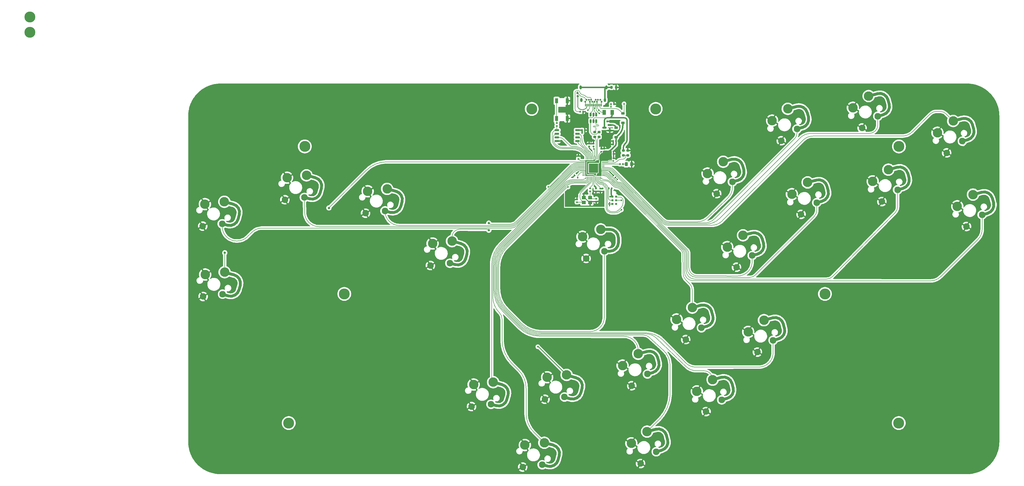
<source format=gtl>
G04 #@! TF.GenerationSoftware,KiCad,Pcbnew,(7.0.0)*
G04 #@! TF.CreationDate,2023-04-19T14:41:34-07:00*
G04 #@! TF.ProjectId,OpenRectangle,4f70656e-5265-4637-9461-6e676c652e6b,rev?*
G04 #@! TF.SameCoordinates,Original*
G04 #@! TF.FileFunction,Copper,L1,Top*
G04 #@! TF.FilePolarity,Positive*
%FSLAX46Y46*%
G04 Gerber Fmt 4.6, Leading zero omitted, Abs format (unit mm)*
G04 Created by KiCad (PCBNEW (7.0.0)) date 2023-04-19 14:41:34*
%MOMM*%
%LPD*%
G01*
G04 APERTURE LIST*
G04 Aperture macros list*
%AMRoundRect*
0 Rectangle with rounded corners*
0 $1 Rounding radius*
0 $2 $3 $4 $5 $6 $7 $8 $9 X,Y pos of 4 corners*
0 Add a 4 corners polygon primitive as box body*
4,1,4,$2,$3,$4,$5,$6,$7,$8,$9,$2,$3,0*
0 Add four circle primitives for the rounded corners*
1,1,$1+$1,$2,$3*
1,1,$1+$1,$4,$5*
1,1,$1+$1,$6,$7*
1,1,$1+$1,$8,$9*
0 Add four rect primitives between the rounded corners*
20,1,$1+$1,$2,$3,$4,$5,0*
20,1,$1+$1,$4,$5,$6,$7,0*
20,1,$1+$1,$6,$7,$8,$9,0*
20,1,$1+$1,$8,$9,$2,$3,0*%
G04 Aperture macros list end*
G04 #@! TA.AperFunction,SMDPad,CuDef*
%ADD10RoundRect,0.200000X0.275000X-0.200000X0.275000X0.200000X-0.275000X0.200000X-0.275000X-0.200000X0*%
G04 #@! TD*
G04 #@! TA.AperFunction,ComponentPad*
%ADD11C,3.800000*%
G04 #@! TD*
G04 #@! TA.AperFunction,ComponentPad*
%ADD12C,2.300000*%
G04 #@! TD*
G04 #@! TA.AperFunction,SMDPad,CuDef*
%ADD13R,1.100000X1.800000*%
G04 #@! TD*
G04 #@! TA.AperFunction,SMDPad,CuDef*
%ADD14RoundRect,0.140000X0.170000X-0.140000X0.170000X0.140000X-0.170000X0.140000X-0.170000X-0.140000X0*%
G04 #@! TD*
G04 #@! TA.AperFunction,SMDPad,CuDef*
%ADD15RoundRect,0.200000X-0.275000X0.200000X-0.275000X-0.200000X0.275000X-0.200000X0.275000X0.200000X0*%
G04 #@! TD*
G04 #@! TA.AperFunction,SMDPad,CuDef*
%ADD16RoundRect,0.150000X0.587500X0.150000X-0.587500X0.150000X-0.587500X-0.150000X0.587500X-0.150000X0*%
G04 #@! TD*
G04 #@! TA.AperFunction,SMDPad,CuDef*
%ADD17RoundRect,0.140000X0.140000X0.170000X-0.140000X0.170000X-0.140000X-0.170000X0.140000X-0.170000X0*%
G04 #@! TD*
G04 #@! TA.AperFunction,SMDPad,CuDef*
%ADD18RoundRect,0.135000X-0.135000X-0.185000X0.135000X-0.185000X0.135000X0.185000X-0.135000X0.185000X0*%
G04 #@! TD*
G04 #@! TA.AperFunction,SMDPad,CuDef*
%ADD19RoundRect,0.140000X-0.219203X-0.021213X-0.021213X-0.219203X0.219203X0.021213X0.021213X0.219203X0*%
G04 #@! TD*
G04 #@! TA.AperFunction,SMDPad,CuDef*
%ADD20RoundRect,0.135000X0.135000X0.185000X-0.135000X0.185000X-0.135000X-0.185000X0.135000X-0.185000X0*%
G04 #@! TD*
G04 #@! TA.AperFunction,SMDPad,CuDef*
%ADD21R,1.400000X1.200000*%
G04 #@! TD*
G04 #@! TA.AperFunction,SMDPad,CuDef*
%ADD22RoundRect,0.140000X-0.021213X0.219203X-0.219203X0.021213X0.021213X-0.219203X0.219203X-0.021213X0*%
G04 #@! TD*
G04 #@! TA.AperFunction,SMDPad,CuDef*
%ADD23RoundRect,0.250000X-0.375000X-0.625000X0.375000X-0.625000X0.375000X0.625000X-0.375000X0.625000X0*%
G04 #@! TD*
G04 #@! TA.AperFunction,SMDPad,CuDef*
%ADD24RoundRect,0.225000X0.375000X-0.225000X0.375000X0.225000X-0.375000X0.225000X-0.375000X-0.225000X0*%
G04 #@! TD*
G04 #@! TA.AperFunction,SMDPad,CuDef*
%ADD25RoundRect,0.200000X0.200000X0.275000X-0.200000X0.275000X-0.200000X-0.275000X0.200000X-0.275000X0*%
G04 #@! TD*
G04 #@! TA.AperFunction,SMDPad,CuDef*
%ADD26RoundRect,0.140000X-0.140000X-0.170000X0.140000X-0.170000X0.140000X0.170000X-0.140000X0.170000X0*%
G04 #@! TD*
G04 #@! TA.AperFunction,SMDPad,CuDef*
%ADD27RoundRect,0.243750X0.243750X0.456250X-0.243750X0.456250X-0.243750X-0.456250X0.243750X-0.456250X0*%
G04 #@! TD*
G04 #@! TA.AperFunction,SMDPad,CuDef*
%ADD28RoundRect,0.135000X0.185000X-0.135000X0.185000X0.135000X-0.185000X0.135000X-0.185000X-0.135000X0*%
G04 #@! TD*
G04 #@! TA.AperFunction,SMDPad,CuDef*
%ADD29RoundRect,0.140000X-0.170000X0.140000X-0.170000X-0.140000X0.170000X-0.140000X0.170000X0.140000X0*%
G04 #@! TD*
G04 #@! TA.AperFunction,ComponentPad*
%ADD30C,3.300000*%
G04 #@! TD*
G04 #@! TA.AperFunction,SMDPad,CuDef*
%ADD31RoundRect,0.135000X-0.185000X0.135000X-0.185000X-0.135000X0.185000X-0.135000X0.185000X0.135000X0*%
G04 #@! TD*
G04 #@! TA.AperFunction,ConnectorPad*
%ADD32C,0.787400*%
G04 #@! TD*
G04 #@! TA.AperFunction,SMDPad,CuDef*
%ADD33RoundRect,0.050000X-0.387500X-0.050000X0.387500X-0.050000X0.387500X0.050000X-0.387500X0.050000X0*%
G04 #@! TD*
G04 #@! TA.AperFunction,SMDPad,CuDef*
%ADD34RoundRect,0.050000X-0.050000X-0.387500X0.050000X-0.387500X0.050000X0.387500X-0.050000X0.387500X0*%
G04 #@! TD*
G04 #@! TA.AperFunction,ComponentPad*
%ADD35C,0.600000*%
G04 #@! TD*
G04 #@! TA.AperFunction,SMDPad,CuDef*
%ADD36RoundRect,0.144000X-1.456000X-1.456000X1.456000X-1.456000X1.456000X1.456000X-1.456000X1.456000X0*%
G04 #@! TD*
G04 #@! TA.AperFunction,SMDPad,CuDef*
%ADD37RoundRect,0.150000X-0.150000X0.512500X-0.150000X-0.512500X0.150000X-0.512500X0.150000X0.512500X0*%
G04 #@! TD*
G04 #@! TA.AperFunction,SMDPad,CuDef*
%ADD38R,0.300000X0.900000*%
G04 #@! TD*
G04 #@! TA.AperFunction,SMDPad,CuDef*
%ADD39R,0.300000X0.700000*%
G04 #@! TD*
G04 #@! TA.AperFunction,ComponentPad*
%ADD40C,0.650000*%
G04 #@! TD*
G04 #@! TA.AperFunction,ComponentPad*
%ADD41O,0.800000X1.400000*%
G04 #@! TD*
G04 #@! TA.AperFunction,SMDPad,CuDef*
%ADD42RoundRect,0.150000X-0.650000X-0.150000X0.650000X-0.150000X0.650000X0.150000X-0.650000X0.150000X0*%
G04 #@! TD*
G04 #@! TA.AperFunction,ViaPad*
%ADD43C,0.800000*%
G04 #@! TD*
G04 #@! TA.AperFunction,ViaPad*
%ADD44C,0.600000*%
G04 #@! TD*
G04 #@! TA.AperFunction,Conductor*
%ADD45C,0.200000*%
G04 #@! TD*
G04 #@! TA.AperFunction,Conductor*
%ADD46C,0.250000*%
G04 #@! TD*
G04 #@! TA.AperFunction,Conductor*
%ADD47C,1.000000*%
G04 #@! TD*
G04 #@! TA.AperFunction,Conductor*
%ADD48C,0.500000*%
G04 #@! TD*
G04 #@! TA.AperFunction,Conductor*
%ADD49C,0.381000*%
G04 #@! TD*
G04 #@! TA.AperFunction,Conductor*
%ADD50C,0.254000*%
G04 #@! TD*
G04 APERTURE END LIST*
D10*
X210570000Y-50425000D03*
X210570000Y-48775000D03*
D11*
X2175000Y-7525000D03*
X2175000Y-2175000D03*
D12*
X188495874Y-134704751D03*
X181704845Y-135514702D03*
X62571074Y-99651655D03*
X69362103Y-98841704D03*
D11*
X279275000Y-98760000D03*
X305060000Y-47313383D03*
D12*
X327173146Y-45479258D03*
X321696917Y-49576211D03*
X253920545Y-85360724D03*
X248444316Y-89457677D03*
X304589245Y-62445896D03*
X299113016Y-66542849D03*
X261212701Y-114944898D03*
X255736472Y-119041851D03*
D13*
X189459999Y-31399999D03*
X189459999Y-37599999D03*
X185759999Y-31399999D03*
X185759999Y-37599999D03*
D11*
X111765000Y-98760000D03*
D14*
X193344750Y-51676018D03*
X193344750Y-50716018D03*
D15*
X209030000Y-48780000D03*
X209030000Y-50430000D03*
D12*
X125952219Y-69813090D03*
X119161190Y-70623041D03*
X180734080Y-158346938D03*
X173943051Y-159156889D03*
X69218754Y-74311674D03*
X62427725Y-75121625D03*
X297693251Y-36776684D03*
X292217022Y-40873637D03*
D16*
X204290000Y-41770000D03*
X204290000Y-39870000D03*
X202415000Y-40820000D03*
D17*
X203380000Y-38580000D03*
X202420000Y-38580000D03*
D18*
X207820000Y-53510000D03*
X208840000Y-53510000D03*
D12*
X276430431Y-66911080D03*
X270954202Y-71008033D03*
X217413760Y-126680789D03*
X211937531Y-130777742D03*
D19*
X205546589Y-57476482D03*
X206225411Y-58155304D03*
D20*
X194940000Y-35230000D03*
X193920000Y-35230000D03*
D11*
X92395000Y-143800000D03*
D21*
X197393999Y-65189249D03*
X195193999Y-65189249D03*
X195193999Y-66889249D03*
X197393999Y-66889249D03*
D22*
X192668161Y-56698607D03*
X191989339Y-57377429D03*
D12*
X202388500Y-83866866D03*
X196038500Y-86406866D03*
D14*
X199567750Y-66535018D03*
X199567750Y-65575018D03*
D23*
X202310000Y-35460000D03*
X205110000Y-35460000D03*
D24*
X208830000Y-39130000D03*
X208830000Y-35830000D03*
D25*
X206520000Y-26720000D03*
X204870000Y-26720000D03*
D17*
X206400000Y-45425000D03*
X205440000Y-45425000D03*
D26*
X205440000Y-46625000D03*
X206400000Y-46625000D03*
D27*
X211895000Y-53500000D03*
X210020000Y-53500000D03*
D14*
X201345750Y-49136018D03*
X201345750Y-48176018D03*
D28*
X197437000Y-62993250D03*
X197437000Y-61973250D03*
D29*
X200993000Y-62003250D03*
X200993000Y-62963250D03*
D26*
X204577000Y-49910250D03*
X205537000Y-49910250D03*
D30*
X70070000Y-91180000D03*
X63278971Y-91989951D03*
D12*
X247024810Y-59692478D03*
X241548581Y-63789431D03*
D14*
X202361750Y-49136018D03*
X202361750Y-48176018D03*
D26*
X194620000Y-41640000D03*
X195580000Y-41640000D03*
D29*
X192865000Y-65829018D03*
X192865000Y-66789018D03*
D12*
X236246143Y-110576311D03*
X230769914Y-114673264D03*
X162900472Y-137243168D03*
X156109443Y-138053119D03*
D15*
X200540000Y-42315000D03*
X200540000Y-43965000D03*
D12*
X148574312Y-88052615D03*
X141783283Y-88862566D03*
D31*
X185850000Y-39210000D03*
X185850000Y-40230000D03*
D11*
X98000000Y-47313383D03*
D12*
X269534437Y-41241868D03*
X264058208Y-45338821D03*
X97856886Y-65107131D03*
X91065857Y-65917082D03*
D15*
X199010000Y-42315000D03*
X199010000Y-43965000D03*
D14*
X198580000Y-47342250D03*
X198580000Y-46382250D03*
D32*
X205215000Y-64850000D03*
X206485000Y-64850000D03*
X205215000Y-66120000D03*
X206485000Y-66120000D03*
X205215000Y-67390000D03*
X206485000Y-67390000D03*
D24*
X206450000Y-44060000D03*
X206450000Y-40760000D03*
D11*
X304995000Y-143800000D03*
D29*
X199469000Y-62003250D03*
X199469000Y-62963250D03*
D12*
X220485032Y-153803186D03*
X215008803Y-157900139D03*
D33*
X195142500Y-52295000D03*
X195142500Y-52695000D03*
X195142500Y-53095000D03*
X195142500Y-53495000D03*
X195142500Y-53895000D03*
X195142500Y-54295000D03*
X195142500Y-54695000D03*
X195142500Y-55095000D03*
X195142500Y-55495000D03*
X195142500Y-55895000D03*
X195142500Y-56295000D03*
X195142500Y-56695000D03*
X195142500Y-57095000D03*
X195142500Y-57495000D03*
D34*
X195980000Y-58332500D03*
X196380000Y-58332500D03*
X196780000Y-58332500D03*
X197180000Y-58332500D03*
X197580000Y-58332500D03*
X197980000Y-58332500D03*
X198380000Y-58332500D03*
X198780000Y-58332500D03*
X199180000Y-58332500D03*
X199580000Y-58332500D03*
X199980000Y-58332500D03*
X200380000Y-58332500D03*
X200780000Y-58332500D03*
X201180000Y-58332500D03*
D33*
X202017500Y-57495000D03*
X202017500Y-57095000D03*
X202017500Y-56695000D03*
X202017500Y-56295000D03*
X202017500Y-55895000D03*
X202017500Y-55495000D03*
X202017500Y-55095000D03*
X202017500Y-54695000D03*
X202017500Y-54295000D03*
X202017500Y-53895000D03*
X202017500Y-53495000D03*
X202017500Y-53095000D03*
X202017500Y-52695000D03*
X202017500Y-52295000D03*
D34*
X201180000Y-51457500D03*
X200780000Y-51457500D03*
X200380000Y-51457500D03*
X199980000Y-51457500D03*
X199580000Y-51457500D03*
X199180000Y-51457500D03*
X198780000Y-51457500D03*
X198380000Y-51457500D03*
X197980000Y-51457500D03*
X197580000Y-51457500D03*
X197180000Y-51457500D03*
X196780000Y-51457500D03*
X196380000Y-51457500D03*
X195980000Y-51457500D03*
D35*
X197305000Y-53620000D03*
X197305000Y-54895000D03*
X197305000Y-56170000D03*
X198580000Y-53620000D03*
X198580000Y-54895000D03*
D36*
X198580000Y-54895000D03*
D35*
X198580000Y-56170000D03*
X199855000Y-53620000D03*
X199855000Y-54895000D03*
X199855000Y-56170000D03*
D14*
X197056000Y-47342250D03*
X197056000Y-46382250D03*
D12*
X243317415Y-135698708D03*
X237841186Y-139795661D03*
D11*
X220290000Y-34240000D03*
X177100000Y-34240000D03*
D12*
X334069140Y-71148470D03*
X328592911Y-75245423D03*
D20*
X205010000Y-61930000D03*
X203990000Y-61930000D03*
D37*
X199530000Y-36212500D03*
X198580000Y-36212500D03*
X197630000Y-36212500D03*
X197630000Y-38487500D03*
X198580000Y-38487500D03*
X199530000Y-38487500D03*
D30*
X182455874Y-127824752D03*
X189246903Y-127014801D03*
D26*
X204577000Y-51434250D03*
X205537000Y-51434250D03*
D18*
X204750000Y-32570000D03*
X205770000Y-32570000D03*
D38*
X201328499Y-32919999D03*
X200828499Y-32919999D03*
X200328499Y-32919999D03*
X199828499Y-32919999D03*
X199328499Y-32919999D03*
D39*
X198828499Y-32919999D03*
X198328499Y-32919999D03*
D38*
X197828499Y-32919999D03*
X197328499Y-32919999D03*
X196828499Y-32919999D03*
X196328499Y-32919999D03*
X195828499Y-32919999D03*
D40*
X195778500Y-31710000D03*
X196178500Y-31010000D03*
X196978500Y-31010000D03*
X197378500Y-31710000D03*
X197778500Y-31010000D03*
X198178500Y-31710000D03*
X198978500Y-31710000D03*
X199378500Y-31010000D03*
X199778500Y-31710000D03*
X200178500Y-31010000D03*
X200978500Y-31010000D03*
X201378500Y-31710000D03*
D41*
X203068499Y-26719999D03*
X202633499Y-31109999D03*
X194373499Y-31109999D03*
X194088499Y-26719999D03*
D42*
X185850000Y-41645000D03*
X185850000Y-42915000D03*
X185850000Y-44185000D03*
X185850000Y-45455000D03*
X193050000Y-45455000D03*
X193050000Y-44185000D03*
X193050000Y-42915000D03*
X193050000Y-41645000D03*
D30*
X63173200Y-67432570D03*
X69964229Y-66622619D03*
X238349654Y-56757776D03*
X243825883Y-52660823D03*
X245245389Y-82426022D03*
X250721618Y-78329069D03*
X194768500Y-78786866D03*
X201118500Y-76246866D03*
X208738604Y-123746087D03*
X214214833Y-119649134D03*
X91811332Y-58228027D03*
X98602361Y-57418076D03*
X252537545Y-112010196D03*
X258013774Y-107913243D03*
X142528758Y-81173511D03*
X149319787Y-80363560D03*
X260859281Y-38307166D03*
X266335510Y-34210213D03*
X119906665Y-62933986D03*
X126697694Y-62124035D03*
X211809876Y-150868484D03*
X217286105Y-146771531D03*
X174688526Y-151467834D03*
X181479555Y-150657883D03*
X156854918Y-130364064D03*
X163645947Y-129554113D03*
X295914089Y-59511194D03*
X301390318Y-55414241D03*
X318497990Y-42544556D03*
X323974219Y-38447603D03*
X234642259Y-132764006D03*
X240118488Y-128667053D03*
X267755275Y-63976378D03*
X273231504Y-59879425D03*
X325393984Y-68213768D03*
X330870213Y-64116815D03*
X289018095Y-33841982D03*
X294494324Y-29745029D03*
X227570987Y-107641609D03*
X233047216Y-103544656D03*
D43*
X70120000Y-84410000D03*
X106410000Y-68780000D03*
D44*
X191312750Y-58054018D03*
X197789750Y-45735018D03*
X187627500Y-45465000D03*
X196000000Y-37350000D03*
X200202750Y-63896018D03*
X192865000Y-64912018D03*
X199567750Y-67579018D03*
X204170000Y-38570000D03*
X204012739Y-67390000D03*
X196600000Y-41630000D03*
X202361750Y-47259018D03*
X205536750Y-49070000D03*
X207260000Y-45475000D03*
X204650000Y-46635000D03*
X193344750Y-49926018D03*
X200806000Y-45242893D03*
X206902000Y-58831893D03*
X198901000Y-45242893D03*
X189729504Y-61479605D03*
X182911089Y-61481089D03*
D43*
X162130000Y-76550000D03*
X162130000Y-74050000D03*
D44*
X205560000Y-52380000D03*
D43*
X193100000Y-29740000D03*
D44*
X194620000Y-42670000D03*
X198805750Y-48275018D03*
X204412739Y-64870000D03*
X198932750Y-61102018D03*
X201853750Y-61991018D03*
X199186750Y-56994500D03*
X199313750Y-52757250D03*
X197945000Y-48767250D03*
X200520000Y-34710000D03*
X196670000Y-34710000D03*
X198928000Y-34010000D03*
X208340500Y-66090000D03*
X208343911Y-69423911D03*
X204750000Y-33500500D03*
X200610000Y-35810000D03*
D43*
X193000000Y-28640000D03*
D44*
X209261589Y-32468411D03*
X193120000Y-58220000D03*
X179220000Y-117190000D03*
D45*
X70070000Y-84460000D02*
X70120000Y-84410000D01*
X70070000Y-91180000D02*
X70070000Y-84460000D01*
X225316541Y-123698470D02*
G75*
G03*
X222980583Y-118397953I-7181741J-30D01*
G01*
X221517468Y-142540180D02*
G75*
G03*
X225316506Y-133368469I-9171668J9171680D01*
G01*
X221517462Y-142540174D02*
X217286105Y-146771531D01*
X218062723Y-113901960D02*
X222980583Y-118397953D01*
X225316506Y-123698470D02*
X225316506Y-133368469D01*
X126547136Y-52695026D02*
G75*
G03*
X119476069Y-55623933I-36J-9999974D01*
G01*
X70120000Y-84410000D02*
X70130674Y-84420674D01*
X106320000Y-68780000D02*
X106390000Y-68710000D01*
X106410000Y-68780000D02*
X106320000Y-68780000D01*
X106410000Y-68690000D02*
X106410000Y-68780000D01*
X119476068Y-55623932D02*
X106410000Y-68690000D01*
X195142500Y-52695000D02*
X126547136Y-52695000D01*
D46*
X179422102Y-117190000D02*
X189246903Y-127014801D01*
X179220000Y-117190000D02*
X179422102Y-117190000D01*
D47*
X194633463Y-131653864D02*
G75*
G03*
X192512201Y-127979647I-2897763J776464D01*
G01*
X190540018Y-135339933D02*
G75*
G03*
X194214233Y-133218680I776482J2897733D01*
G01*
X190540000Y-135340000D02*
X188687354Y-134843585D01*
X194633521Y-131653880D02*
X194214234Y-133218680D01*
X189432829Y-127154530D02*
X192512201Y-127979646D01*
X75472896Y-95796045D02*
G75*
G03*
X73351527Y-92121799I-2897796J776445D01*
G01*
X71379327Y-99482148D02*
G75*
G03*
X75053559Y-97360832I776473J2897748D01*
G01*
X71379326Y-99482152D02*
X69526680Y-98985737D01*
X75472847Y-95796032D02*
X75053560Y-97360832D01*
X70272155Y-91296682D02*
X73351527Y-92121798D01*
D48*
X205440000Y-45425000D02*
X205440000Y-46625000D01*
D45*
X197963369Y-37320000D02*
X196030000Y-37320000D01*
X197580000Y-58332500D02*
X197580000Y-59053529D01*
X201328500Y-31760000D02*
X201378500Y-31710000D01*
D48*
X197056000Y-46382250D02*
X198580000Y-46382250D01*
D49*
X192865000Y-64912018D02*
X192865000Y-65829018D01*
X199567750Y-66535018D02*
X199567750Y-67579018D01*
D45*
X195828500Y-32920000D02*
X195828500Y-31760000D01*
D49*
X191989339Y-57377429D02*
X191312750Y-58054018D01*
X199567750Y-66535018D02*
X197748232Y-66535018D01*
X205537000Y-49910250D02*
X205537000Y-51434250D01*
D45*
X198580000Y-36212500D02*
X198580000Y-36703369D01*
D48*
X185887500Y-45450000D02*
X187612500Y-45450000D01*
X203380000Y-38580000D02*
X204160000Y-38580000D01*
D49*
X193344750Y-50716018D02*
X193344750Y-49926018D01*
D45*
X201328500Y-32920000D02*
X201328500Y-31760000D01*
D49*
X205536750Y-49070000D02*
X205536750Y-49910000D01*
D45*
X206902000Y-58831893D02*
X206225411Y-58155304D01*
X196030000Y-37320000D02*
X196000000Y-37350000D01*
D48*
X204160000Y-38580000D02*
X204170000Y-38570000D01*
D45*
X202361750Y-48176018D02*
X202361750Y-47259018D01*
D48*
X195580000Y-41640000D02*
X196590000Y-41640000D01*
X205440000Y-46625000D02*
X204660000Y-46625000D01*
D45*
X197271903Y-59797341D02*
X193365425Y-63703819D01*
X195828500Y-31760000D02*
X195778500Y-31710000D01*
D48*
X204660000Y-46625000D02*
X204650000Y-46635000D01*
D50*
X197147022Y-66889250D02*
X195447022Y-65189250D01*
D46*
X205215000Y-67390000D02*
X204012739Y-67390000D01*
D45*
X197271887Y-59797325D02*
G75*
G03*
X197580000Y-59053529I-743787J743825D01*
G01*
X193365440Y-63703834D02*
G75*
G03*
X192865000Y-64912018I1208160J-1208166D01*
G01*
X197963369Y-37320000D02*
G75*
G03*
X198580000Y-36703369I31J616600D01*
G01*
X168460304Y-82436556D02*
X189108430Y-61788430D01*
X197388500Y-111900000D02*
X180484880Y-111900000D01*
X173413812Y-108971068D02*
X168460304Y-104017560D01*
X190666587Y-54007727D02*
X183436681Y-61237633D01*
X189665679Y-61543430D02*
X189729504Y-61479605D01*
X182955021Y-61437157D02*
X182911089Y-61481089D01*
X165531372Y-96946492D02*
X165531372Y-89507624D01*
D47*
X207306500Y-79246866D02*
X207306500Y-80866866D01*
X204306500Y-83866866D02*
X202388500Y-83866866D01*
D45*
X189108430Y-61788430D02*
X189132704Y-61764156D01*
D47*
X201118500Y-76246866D02*
X204306500Y-76246866D01*
D45*
X195142500Y-53095000D02*
X192870105Y-53095000D01*
X202388500Y-83866866D02*
X202388500Y-106900000D01*
X168460286Y-82436538D02*
G75*
G03*
X165531372Y-89507624I7071114J-7071062D01*
G01*
X165531386Y-96946492D02*
G75*
G03*
X168460304Y-104017560I10000014J-8D01*
G01*
X197388500Y-111900000D02*
G75*
G03*
X202388500Y-106900000I0J5000000D01*
G01*
D47*
X204306500Y-83866900D02*
G75*
G03*
X207306500Y-80866866I0J3000000D01*
G01*
D45*
X173413822Y-108971058D02*
G75*
G03*
X180484880Y-111900000I7071078J7071058D01*
G01*
D47*
X207306534Y-79246866D02*
G75*
G03*
X204306500Y-76246866I-3000034J-34D01*
G01*
D45*
X192870105Y-53094991D02*
G75*
G03*
X190666587Y-54007727I-5J-3116209D01*
G01*
X182955021Y-61437136D02*
G75*
G03*
X183436681Y-61237633I-21J681236D01*
G01*
X189665679Y-61543409D02*
G75*
G03*
X189132705Y-61764157I-79J-753591D01*
G01*
X190866321Y-54373679D02*
X171618679Y-73621321D01*
X154886553Y-76206553D02*
X154880000Y-76200000D01*
X169497359Y-74500000D02*
X162997809Y-74500000D01*
X148574312Y-88052615D02*
X148298411Y-89082292D01*
X162130000Y-76550000D02*
X162072893Y-76492893D01*
X162130000Y-74050000D02*
X162260025Y-74169975D01*
X155015786Y-76200000D02*
X154880000Y-76200000D01*
X162298554Y-74214872D02*
X162130000Y-74050000D01*
D47*
X154520479Y-84862910D02*
X154101192Y-86427710D01*
X150426957Y-88549030D02*
X148574312Y-88052615D01*
D45*
X195142500Y-53495000D02*
X192987641Y-53495000D01*
D47*
X149319787Y-80363560D02*
X152399159Y-81188675D01*
D45*
X161480000Y-76206553D02*
X154886553Y-76206553D01*
X149305932Y-78913637D02*
X149319787Y-80363560D01*
X154880000Y-76200000D02*
X151993761Y-76200000D01*
X162298549Y-74214877D02*
G75*
G03*
X162997809Y-74500000I699251J714877D01*
G01*
D47*
X150426944Y-88549079D02*
G75*
G03*
X154101191Y-86427710I776456J2897779D01*
G01*
D45*
X162072900Y-76492886D02*
G75*
G03*
X161365786Y-76200000I-707100J-707114D01*
G01*
X192987641Y-53495029D02*
G75*
G03*
X190866321Y-54373679I-41J-2999971D01*
G01*
X151993761Y-76200010D02*
G75*
G03*
X149305932Y-78913637I39J-2687990D01*
G01*
X169497359Y-74499971D02*
G75*
G03*
X171618679Y-73621321I41J2999971D01*
G01*
D47*
X154520534Y-84862925D02*
G75*
G03*
X152399159Y-81188675I-2897834J776425D01*
G01*
D45*
X169663045Y-74900000D02*
X130958309Y-74900000D01*
X191032007Y-54773679D02*
X171784365Y-74021321D01*
D47*
X126697694Y-62124035D02*
X129777066Y-62949150D01*
D45*
X195142500Y-53895000D02*
X193153327Y-53895000D01*
X125961360Y-70074637D02*
X125952219Y-69813090D01*
D47*
X131898386Y-66623385D02*
X131479099Y-68188185D01*
X127804865Y-70309505D02*
X125952219Y-69813090D01*
D45*
X169663045Y-74900032D02*
G75*
G03*
X171784365Y-74021321I-45J3000032D01*
G01*
X193153327Y-53895019D02*
G75*
G03*
X191032007Y-54773679I-27J-2999981D01*
G01*
D47*
X127804863Y-70309511D02*
G75*
G03*
X131479098Y-68188185I776437J2897811D01*
G01*
D45*
X125961351Y-70074637D02*
G75*
G03*
X130958309Y-74900000I4996949J174637D01*
G01*
D47*
X131898347Y-66623375D02*
G75*
G03*
X129777066Y-62949151I-2897747J776475D01*
G01*
D45*
X97946523Y-70384907D02*
X97856886Y-65107131D01*
D47*
X98602361Y-57418076D02*
X101681733Y-58243191D01*
D45*
X191197693Y-55173679D02*
X171950051Y-74421321D01*
D47*
X103803053Y-61917426D02*
X103383766Y-63482226D01*
D45*
X169828731Y-75300000D02*
X102945802Y-75300000D01*
X195142500Y-54295000D02*
X193319013Y-54295000D01*
D47*
X99709531Y-65603546D02*
X97856886Y-65107131D01*
D45*
X193319013Y-54295009D02*
G75*
G03*
X191197693Y-55173679I-13J-2999991D01*
G01*
X97946521Y-70384907D02*
G75*
G03*
X102945802Y-75300000I4999279J84907D01*
G01*
X169828731Y-75300022D02*
G75*
G03*
X171950051Y-74421321I-31J3000022D01*
G01*
D47*
X103803107Y-61917440D02*
G75*
G03*
X101681733Y-58243191I-2897807J776440D01*
G01*
X99709529Y-65603553D02*
G75*
G03*
X103383765Y-63482226I776471J2897753D01*
G01*
D45*
X79565534Y-77264466D02*
X77994466Y-78835534D01*
X191503556Y-55433502D02*
X172015737Y-74921321D01*
X195142500Y-54695000D02*
X193484699Y-54695000D01*
D47*
X71071400Y-74808089D02*
X69218754Y-74311674D01*
X69964229Y-66622619D02*
X73043601Y-67447735D01*
D45*
X191513502Y-55433502D02*
X191503556Y-55433502D01*
X74458932Y-80300000D02*
X74229124Y-80300000D01*
D47*
X75164921Y-71121969D02*
X74745634Y-72686769D01*
D45*
X169894417Y-75800000D02*
X83101068Y-75800000D01*
X69229385Y-75351135D02*
X69218754Y-74311674D01*
X83101068Y-75799978D02*
G75*
G03*
X79565535Y-77264467I32J-5000022D01*
G01*
D47*
X75164876Y-71121957D02*
G75*
G03*
X73043601Y-67447735I-2897776J776457D01*
G01*
D45*
X74458932Y-80300022D02*
G75*
G03*
X77994465Y-78835533I-32J5000022D01*
G01*
X69229361Y-75351135D02*
G75*
G03*
X74229124Y-80300000I4999739J51135D01*
G01*
D47*
X71071416Y-74808030D02*
G75*
G03*
X74745634Y-72686769I776484J2897730D01*
G01*
D45*
X193484699Y-54695000D02*
G75*
G03*
X191363379Y-55573681I1J-3000000D01*
G01*
X169894417Y-75800012D02*
G75*
G03*
X172015737Y-74921321I-17J3000012D01*
G01*
X163424265Y-129332431D02*
X163645947Y-129554113D01*
D47*
X164753118Y-137739583D02*
X162900472Y-137243168D01*
D45*
X191529065Y-55973679D02*
X166060304Y-81442440D01*
X195142500Y-55095000D02*
X193650385Y-55095000D01*
D47*
X163645948Y-129554113D02*
X166725319Y-130379228D01*
D45*
X163131372Y-88513508D02*
X163131372Y-128625324D01*
D47*
X168846639Y-134053462D02*
X168427353Y-135618262D01*
D45*
X193650385Y-55094990D02*
G75*
G03*
X191529066Y-55973680I15J-3000010D01*
G01*
X166060294Y-81442430D02*
G75*
G03*
X163131372Y-88513508I7071106J-7071070D01*
G01*
D47*
X164753127Y-137739549D02*
G75*
G03*
X168427352Y-135618262I776473J2897749D01*
G01*
D45*
X163131363Y-128625324D02*
G75*
G03*
X163424265Y-129332431I1000037J24D01*
G01*
D47*
X168846658Y-134053467D02*
G75*
G03*
X166725319Y-130379229I-2897758J776467D01*
G01*
D45*
X163531372Y-99775649D02*
X163531372Y-88679194D01*
D47*
X186680247Y-155157233D02*
X186260960Y-156722033D01*
X181479555Y-150657884D02*
X184558927Y-151482999D01*
X182586726Y-158843354D02*
X180734080Y-158346939D01*
D45*
X166756788Y-107562458D02*
X166756788Y-114707426D01*
X193816071Y-55495000D02*
X195142500Y-55495000D01*
X170214089Y-123054089D02*
X172509053Y-125349053D01*
X166460304Y-81608126D02*
X191694751Y-56373679D01*
X175130000Y-131676578D02*
X175130000Y-140411638D01*
X177885376Y-147063704D02*
X181479555Y-150657883D01*
X166756784Y-114707426D02*
G75*
G03*
X170214089Y-123054089I11804016J26D01*
G01*
X175129961Y-140411638D02*
G75*
G03*
X177885376Y-147063704I9407439J38D01*
G01*
X166460301Y-81608123D02*
G75*
G03*
X163531372Y-88679194I7071099J-7071077D01*
G01*
X175130007Y-131676578D02*
G75*
G03*
X172509053Y-125349053I-8948507J-22D01*
G01*
D47*
X186680295Y-155157246D02*
G75*
G03*
X184558927Y-151483000I-2897795J776446D01*
G01*
D45*
X166756832Y-107562458D02*
G75*
G03*
X165814574Y-105287786I-3216832J-42D01*
G01*
X193816071Y-55494980D02*
G75*
G03*
X191694752Y-56373680I29J-3000020D01*
G01*
X163531335Y-99775649D02*
G75*
G03*
X165814575Y-105287785I7795365J49D01*
G01*
D47*
X182586727Y-158843349D02*
G75*
G03*
X186260959Y-156722033I776473J2897749D01*
G01*
D45*
X229816349Y-84939783D02*
X229852385Y-90465474D01*
D47*
X233047216Y-103544657D02*
X236126587Y-102719541D01*
D45*
X230731065Y-93809401D02*
X232168537Y-95246873D01*
X207797447Y-62105456D02*
X229230604Y-83538612D01*
X204297600Y-59918589D02*
X205556101Y-61177090D01*
X201382546Y-59324018D02*
X202862178Y-59324018D01*
X200780000Y-58332500D02*
X200780000Y-58721472D01*
X233047216Y-97368193D02*
X233047216Y-103544656D01*
X200955736Y-59145736D02*
X200958282Y-59148282D01*
D47*
X238098788Y-110079896D02*
X236246143Y-110576311D01*
D45*
X229852385Y-90465474D02*
X229852385Y-91688080D01*
D47*
X239800822Y-104840862D02*
X240220109Y-106405662D01*
D45*
X229816333Y-84939783D02*
G75*
G03*
X229230604Y-83538612I-1999933J-13017D01*
G01*
X200780020Y-58721472D02*
G75*
G03*
X200955736Y-59145736I599980J-28D01*
G01*
X200958255Y-59148309D02*
G75*
G03*
X201382546Y-59324018I424245J424309D01*
G01*
D47*
X238098788Y-110079895D02*
G75*
G03*
X240220109Y-106405662I-776488J2897795D01*
G01*
X239800756Y-104840880D02*
G75*
G03*
X236126587Y-102719542I-2897756J-776420D01*
G01*
D45*
X229852404Y-91688080D02*
G75*
G03*
X230731065Y-93809401I2999996J-20D01*
G01*
X207797434Y-62105469D02*
G75*
G03*
X207090340Y-61812563I-707134J-707131D01*
G01*
X204297609Y-59918580D02*
G75*
G03*
X202862178Y-59324018I-1435409J-1435420D01*
G01*
X233047216Y-97368193D02*
G75*
G03*
X232168537Y-95246873I-3000016J-7D01*
G01*
X205556112Y-61177079D02*
G75*
G03*
X207090340Y-61812563I1534188J1534179D01*
G01*
X214217548Y-118557222D02*
X214214833Y-119649134D01*
X186172136Y-113500000D02*
X186380000Y-113500404D01*
D47*
X220968439Y-120945340D02*
X221387726Y-122510140D01*
X214214833Y-119649135D02*
X217294204Y-118824019D01*
D45*
X188538525Y-60095591D02*
X166860304Y-81773812D01*
X166860304Y-104680304D02*
X172751068Y-110571068D01*
X194552062Y-58924018D02*
X191366952Y-58924018D01*
D47*
X219266405Y-126184374D02*
X217413760Y-126680789D01*
D45*
X186380000Y-113500404D02*
X209222766Y-113544790D01*
X163931372Y-88844880D02*
X163931372Y-97609236D01*
X186379596Y-113500000D02*
X186380000Y-113500404D01*
X179822136Y-113500000D02*
X186379596Y-113500000D01*
D47*
X219266415Y-126184411D02*
G75*
G03*
X221387725Y-122510140I-776515J2897811D01*
G01*
D45*
X214217597Y-118557222D02*
G75*
G03*
X209222766Y-113544791I-4999997J12422D01*
G01*
X194552062Y-58923984D02*
G75*
G03*
X195979999Y-58332499I38J2019284D01*
G01*
X163931355Y-97609236D02*
G75*
G03*
X166860304Y-104680304I10000045J36D01*
G01*
D47*
X220968487Y-120945327D02*
G75*
G03*
X217294204Y-118824019I-2897787J-776473D01*
G01*
D45*
X191366952Y-58923979D02*
G75*
G03*
X188538525Y-60095591I48J-4000021D01*
G01*
X172751050Y-110571086D02*
G75*
G03*
X179822136Y-113500000I7071050J7071086D01*
G01*
X166860308Y-81773816D02*
G75*
G03*
X163931372Y-88844880I7071092J-7071084D01*
G01*
X179826227Y-112697407D02*
X180153508Y-112700000D01*
X166999181Y-103623511D02*
X167430758Y-104115636D01*
X166600724Y-83349914D02*
X166237070Y-83894158D01*
X196780000Y-58332500D02*
X196780000Y-58815084D01*
X164989977Y-86904880D02*
X164862276Y-87546860D01*
X164731372Y-97277864D02*
X164734055Y-97605143D01*
X196563825Y-59336957D02*
X196442112Y-59458662D01*
X178524103Y-112569160D02*
X179173065Y-112654597D01*
X165909789Y-84461020D02*
X165620284Y-85048075D01*
X166600714Y-103104214D02*
X166999181Y-103623511D01*
X234423140Y-125550000D02*
X237118488Y-125550000D01*
X165159402Y-100181493D02*
X165369800Y-100801314D01*
X240118488Y-128550000D02*
X240118488Y-128667053D01*
X176025296Y-111811157D02*
X176630033Y-112061647D01*
X220427467Y-114091149D02*
X230968685Y-124164795D01*
X166999194Y-82830619D02*
X166600724Y-83349914D01*
X165369794Y-85652806D02*
X165159391Y-86272626D01*
X176630033Y-112061647D02*
X177249858Y-112272049D01*
X165909787Y-101993103D02*
X166237063Y-102559968D01*
X164862297Y-98907257D02*
X164989992Y-99549238D01*
X167430758Y-104115636D02*
X167660304Y-104348932D01*
X196442112Y-59458662D02*
X196411552Y-59489222D01*
D47*
X246872094Y-129963259D02*
X247291381Y-131528059D01*
D45*
X164776837Y-88195817D02*
X164734024Y-88848973D01*
X216230000Y-112700000D02*
X216322542Y-112700000D01*
D47*
X245170060Y-135202293D02*
X243317414Y-135698708D01*
D45*
X179173065Y-112654597D02*
X179826227Y-112697407D01*
X165369800Y-100801314D02*
X165620286Y-101406047D01*
X164734055Y-97605143D02*
X164776863Y-98258299D01*
X177249858Y-112272049D02*
X177882117Y-112441462D01*
X165159391Y-86272626D02*
X164989977Y-86904880D01*
X166237070Y-83894158D02*
X165909789Y-84461020D01*
X177882117Y-112441462D02*
X178524103Y-112569160D01*
X216230000Y-112700000D02*
X216237039Y-112707039D01*
X164776863Y-98258299D02*
X164862297Y-98907257D01*
X164734024Y-88848973D02*
X164731372Y-89176252D01*
X174871368Y-111194371D02*
X175438236Y-111521652D01*
X180153508Y-112700000D02*
X216230000Y-112700000D01*
X167660304Y-104348932D02*
X173082440Y-109771068D01*
X216322542Y-112700000D02*
X216328486Y-112705944D01*
X167660304Y-82105184D02*
X167430775Y-82338497D01*
X164989992Y-99549238D02*
X165159402Y-100181493D01*
X175438236Y-111521652D02*
X176025296Y-111811157D01*
X164731372Y-89176252D02*
X164731372Y-97277864D01*
X167430775Y-82338497D02*
X166999194Y-82830619D01*
X173315693Y-110000661D02*
X173807819Y-110432244D01*
X195845866Y-59723537D02*
X191698805Y-59723537D01*
X173807819Y-110432244D02*
X174327119Y-110830716D01*
X188870378Y-60895110D02*
X167660304Y-82105184D01*
X173082440Y-109771068D02*
X173315693Y-110000661D01*
X216328486Y-112705944D02*
X216973012Y-112705944D01*
X165620286Y-101406047D02*
X165909787Y-101993103D01*
X164862276Y-87546860D02*
X164776837Y-88195817D01*
D47*
X240118488Y-128667053D02*
X243197859Y-127841938D01*
D45*
X166237063Y-102559968D02*
X166600714Y-103104214D01*
X174327119Y-110830716D02*
X174871368Y-111194371D01*
X165620284Y-85048075D02*
X165369794Y-85652806D01*
D47*
X246872063Y-129963267D02*
G75*
G03*
X243197859Y-127841939I-2897763J-776433D01*
G01*
D45*
X195845866Y-59723502D02*
G75*
G03*
X196411552Y-59489222I34J800002D01*
G01*
X230968666Y-124164815D02*
G75*
G03*
X234423140Y-125550000I3454434J3614815D01*
G01*
X240118500Y-128550000D02*
G75*
G03*
X237118488Y-125550000I-3000000J0D01*
G01*
X220427453Y-114091164D02*
G75*
G03*
X216973012Y-112705944I-3454453J-3614736D01*
G01*
D47*
X245170056Y-135202277D02*
G75*
G03*
X247291381Y-131528059I-776456J2897777D01*
G01*
D45*
X196563829Y-59336961D02*
G75*
G03*
X196780000Y-58815084I-521829J521861D01*
G01*
X191698805Y-59723530D02*
G75*
G03*
X188870378Y-60895110I-5J-3999970D01*
G01*
X186337822Y-113100000D02*
X216038498Y-113116122D01*
D47*
X217286105Y-146771531D02*
X220365476Y-145946416D01*
D45*
X164589967Y-99714927D02*
X164759379Y-100347182D01*
X179007380Y-113054583D02*
X179660541Y-113097392D01*
X164462258Y-87381170D02*
X164376819Y-88030129D01*
X188704211Y-60495591D02*
X167260304Y-81939498D01*
X165509770Y-84295323D02*
X165220265Y-84882379D01*
X166599175Y-103789200D02*
X167030755Y-104281324D01*
X211155180Y-113100000D02*
X211171302Y-113116122D01*
X166200704Y-83184213D02*
X165837050Y-83728459D01*
X165837052Y-102725658D02*
X166200705Y-103269904D01*
X175272554Y-111921643D02*
X175859613Y-112211148D01*
X195804643Y-59324018D02*
X191532638Y-59324018D01*
X167030756Y-82172793D02*
X166599175Y-82664917D01*
X176464350Y-112461636D02*
X177084175Y-112672037D01*
X164462269Y-99072946D02*
X164589967Y-99714927D01*
X165509773Y-102158793D02*
X165837052Y-102725658D01*
X167260304Y-104514618D02*
X172916754Y-110171068D01*
X179660541Y-113097392D02*
X179987822Y-113100000D01*
X164969780Y-100967004D02*
X165220269Y-101571737D01*
X167260304Y-81939498D02*
X167030756Y-82172793D01*
X178358418Y-112969147D02*
X179007380Y-113054583D01*
X164969775Y-85487112D02*
X164759372Y-86106933D01*
X167030755Y-104281324D02*
X167260304Y-104514618D01*
D47*
X222337677Y-153306771D02*
X220485032Y-153803186D01*
D45*
X165220265Y-84882379D02*
X164969775Y-85487112D01*
X164376832Y-98423987D02*
X164462269Y-99072946D01*
X179987822Y-113100000D02*
X186337822Y-113100000D01*
X196198732Y-59137042D02*
X196247216Y-59088559D01*
X164376819Y-88030129D02*
X164334007Y-88683286D01*
X177716433Y-112841449D02*
X178358418Y-112969147D01*
X164334007Y-88683286D02*
X164331372Y-89010566D01*
X166599175Y-82664917D02*
X166200704Y-83184213D01*
X164759379Y-100347182D02*
X164969780Y-100967004D01*
X175859613Y-112211148D02*
X176464350Y-112461636D01*
X164334022Y-97770829D02*
X164376832Y-98423987D01*
X164331372Y-89010566D02*
X164331372Y-97443550D01*
X164759372Y-86106933D02*
X164589958Y-86739188D01*
X166200705Y-103269904D02*
X166599175Y-103789200D01*
X172916754Y-110171068D02*
X173150011Y-110400656D01*
D47*
X224039711Y-148067737D02*
X224458998Y-149632536D01*
D45*
X177084175Y-112672037D02*
X177716433Y-112841449D01*
X164589958Y-86739188D02*
X164462258Y-87381170D01*
X196380000Y-58332500D02*
X196380000Y-58767995D01*
X165837050Y-83728459D02*
X165509770Y-84295323D01*
X165220269Y-101571737D02*
X165509773Y-102158793D01*
X173642137Y-110832238D02*
X174161437Y-111230709D01*
X173150011Y-110400656D02*
X173642137Y-110832238D01*
X164331372Y-97443550D02*
X164334022Y-97770829D01*
X174161437Y-111230709D02*
X174705686Y-111594363D01*
X174705686Y-111594363D02*
X175272554Y-111921643D01*
D47*
X222337683Y-153306792D02*
G75*
G03*
X224458997Y-149632536I-776483J2897792D01*
G01*
D45*
X191532638Y-59324040D02*
G75*
G03*
X188704211Y-60495591I-38J-3999960D01*
G01*
X218062720Y-113901963D02*
G75*
G03*
X216038498Y-113116122I-2024220J-2214137D01*
G01*
X196247210Y-59088553D02*
G75*
G03*
X196380000Y-58767995I-320510J320553D01*
G01*
X195804643Y-59324043D02*
G75*
G03*
X196158196Y-59177572I-43J500043D01*
G01*
D47*
X224039675Y-148067747D02*
G75*
G03*
X220365476Y-145946417I-2897775J-776453D01*
G01*
D45*
X180319194Y-112300000D02*
X186669194Y-112300000D01*
X197180000Y-58332500D02*
X197180000Y-58900726D01*
X222850748Y-114920748D02*
X230765534Y-122835534D01*
X234301068Y-124300000D02*
X256215915Y-124285913D01*
X165131372Y-89341938D02*
X165131372Y-97112178D01*
D47*
X264767380Y-109209449D02*
X265186666Y-110774249D01*
D45*
X186669194Y-112300000D02*
X216523702Y-112300000D01*
X189036544Y-61294630D02*
X168060304Y-82270870D01*
X196907726Y-59558054D02*
X196635616Y-59830164D01*
X195928509Y-60123057D02*
X191864971Y-60123057D01*
X168060304Y-104183246D02*
X173248126Y-109371068D01*
D47*
X263065346Y-114448483D02*
X261212700Y-114944898D01*
X258013773Y-107913244D02*
X261093145Y-107088129D01*
D45*
X261212701Y-119285914D02*
X261212701Y-114944898D01*
X191864971Y-60123050D02*
G75*
G03*
X189036545Y-61294631I29J-4000050D01*
G01*
D47*
X263065342Y-114448468D02*
G75*
G03*
X265186666Y-110774249I-776442J2897768D01*
G01*
X264767372Y-109209451D02*
G75*
G03*
X261093145Y-107088129I-2897772J-776449D01*
G01*
D45*
X222850748Y-114920748D02*
G75*
G03*
X216523702Y-112300000I-6327048J-6327052D01*
G01*
X195928509Y-60123076D02*
G75*
G03*
X196635616Y-59830164I-9J999976D01*
G01*
X173248129Y-109371065D02*
G75*
G03*
X180319194Y-112300000I7071071J7071065D01*
G01*
X230765550Y-122835518D02*
G75*
G03*
X234301068Y-124300000I3535550J3535518D01*
G01*
X168060279Y-82270845D02*
G75*
G03*
X165131372Y-89341938I7071121J-7071055D01*
G01*
X196907712Y-59558040D02*
G75*
G03*
X197180000Y-58900726I-657312J657340D01*
G01*
X256215915Y-124285900D02*
G75*
G03*
X261212701Y-119285914I-3215J5000000D01*
G01*
X165131396Y-97112178D02*
G75*
G03*
X168060304Y-104183246I10000004J-22D01*
G01*
X239692508Y-94165171D02*
X316057632Y-94199080D01*
X239692508Y-94165171D02*
X233342508Y-94165171D01*
X334069140Y-76189792D02*
X334069140Y-71148470D01*
D47*
X337623819Y-65413021D02*
X338043106Y-66977821D01*
D45*
X230343840Y-84914587D02*
X230343840Y-91165172D01*
D47*
X335921785Y-70652055D02*
X334069140Y-71148470D01*
D45*
X201180000Y-58332500D02*
X201185732Y-58338232D01*
X207963107Y-61705430D02*
X229758053Y-83500373D01*
X319595386Y-92734614D02*
X332604674Y-79725326D01*
D47*
X330870213Y-64116816D02*
X333949584Y-63291701D01*
D45*
X202599945Y-58924018D02*
X202727705Y-58924018D01*
X204675525Y-59730830D02*
X205721763Y-60777067D01*
X201185706Y-58338258D02*
G75*
G03*
X202599945Y-58924018I1414194J1414258D01*
G01*
D47*
X335921797Y-70652101D02*
G75*
G03*
X338043106Y-66977821I-776497J2897801D01*
G01*
D45*
X207963131Y-61705406D02*
G75*
G03*
X207256026Y-61412563I-707031J-707094D01*
G01*
X230343829Y-91165172D02*
G75*
G03*
X233342508Y-94165171I2999971J-28D01*
G01*
X205721761Y-60777069D02*
G75*
G03*
X207256026Y-61412563I1534239J1534269D01*
G01*
X204675511Y-59730844D02*
G75*
G03*
X202727705Y-58924018I-1947811J-1947756D01*
G01*
X332604686Y-79725338D02*
G75*
G03*
X334069140Y-76189792I-3535586J3535538D01*
G01*
D47*
X337623784Y-65413030D02*
G75*
G03*
X333949584Y-63291701I-2897784J-776470D01*
G01*
D45*
X230343837Y-84914587D02*
G75*
G03*
X229758053Y-83500373I-2000037J-13D01*
G01*
X316057632Y-94199122D02*
G75*
G03*
X319595385Y-92734613I2168J5000022D01*
G01*
D47*
X323974219Y-38447604D02*
X327053590Y-37622489D01*
X329025791Y-44982843D02*
X327173146Y-45479258D01*
D45*
X202017500Y-56295000D02*
X202674010Y-56295000D01*
X239645547Y-74818871D02*
X239742346Y-74818871D01*
X207434214Y-59812563D02*
X207616459Y-59812563D01*
D47*
X330727825Y-39743809D02*
X331147112Y-41308609D01*
D45*
X243530000Y-73250000D02*
X271615534Y-45164466D01*
X327470511Y-46589041D02*
X327173146Y-45479258D01*
X230944780Y-74828423D02*
X224594780Y-74828423D01*
X275151068Y-43700000D02*
X306208932Y-43700000D01*
X204088224Y-56880787D02*
X206727107Y-59519670D01*
X230944780Y-74828423D02*
X239645547Y-74818871D01*
X321505296Y-35978680D02*
X323974219Y-38447603D01*
X243425592Y-73354408D02*
X243530000Y-73250000D01*
X309744466Y-42235534D02*
X316001321Y-35978679D01*
X318122641Y-35100000D02*
X319383975Y-35100000D01*
X208839644Y-60319223D02*
X222470167Y-73949745D01*
X206727108Y-59519669D02*
G75*
G03*
X207434214Y-59812563I707092J707069D01*
G01*
D47*
X329025808Y-44982907D02*
G75*
G03*
X331147112Y-41308609I-776508J2897807D01*
G01*
D45*
X208839663Y-60319204D02*
G75*
G03*
X207616459Y-59812563I-1223163J-1223196D01*
G01*
X306208932Y-43700022D02*
G75*
G03*
X309744465Y-42235533I-32J5000022D01*
G01*
X222470169Y-73949743D02*
G75*
G03*
X224594780Y-74828422I2121331J2121343D01*
G01*
X239742346Y-74818916D02*
G75*
G03*
X243529999Y-73249999I-46J5356616D01*
G01*
D47*
X330727792Y-39743818D02*
G75*
G03*
X327053590Y-37622489I-2897792J-776482D01*
G01*
D45*
X321505308Y-35978668D02*
G75*
G03*
X319383975Y-35100000I-2121308J-2121332D01*
G01*
X275151068Y-43699978D02*
G75*
G03*
X271615535Y-45164467I32J-5000022D01*
G01*
X204088219Y-56880792D02*
G75*
G03*
X202674010Y-56295000I-1414219J-1414208D01*
G01*
X318122641Y-35100029D02*
G75*
G03*
X316001321Y-35978679I-41J-2999971D01*
G01*
X230294213Y-83470848D02*
X208128835Y-61305472D01*
X279787359Y-93600000D02*
X233880000Y-93600000D01*
X202217194Y-57495000D02*
X202017500Y-57495000D01*
D47*
X306441890Y-61949481D02*
X304589244Y-62445896D01*
D45*
X304589245Y-62445896D02*
X304589245Y-68335022D01*
D47*
X301390317Y-55414241D02*
X304469689Y-54589126D01*
D45*
X303732729Y-70433945D02*
X281908680Y-92721320D01*
D47*
X308143924Y-56710446D02*
X308563210Y-58275246D01*
D45*
X205887430Y-60377050D02*
X203562710Y-58052331D01*
X230880000Y-90600000D02*
X230880000Y-84885062D01*
X203562724Y-58052317D02*
G75*
G03*
X202217194Y-57495000I-1345524J-1345583D01*
G01*
X230880026Y-84885062D02*
G75*
G03*
X230294212Y-83470849I-2000026J-38D01*
G01*
X205887436Y-60377044D02*
G75*
G03*
X207421712Y-61012563I1534264J1534244D01*
G01*
X279787359Y-93599971D02*
G75*
G03*
X281908680Y-92721320I41J2999971D01*
G01*
X208128836Y-61305471D02*
G75*
G03*
X207421712Y-61012563I-707136J-707129D01*
G01*
X230880000Y-90600000D02*
G75*
G03*
X233880000Y-93600000I3000000J0D01*
G01*
X303732727Y-70433943D02*
G75*
G03*
X304589245Y-68335022I-2143527J2098943D01*
G01*
D47*
X306441895Y-61949498D02*
G75*
G03*
X308563209Y-58275246I-776495J2897798D01*
G01*
X308143866Y-56710462D02*
G75*
G03*
X304469689Y-54589127I-2897766J-776438D01*
G01*
D45*
X202017500Y-55495000D02*
X203620902Y-55495000D01*
X274251068Y-42800000D02*
X294693251Y-42800000D01*
D47*
X294494324Y-29745029D02*
X297573695Y-28919914D01*
D45*
X242470391Y-72509609D02*
X270715534Y-44264466D01*
X205260074Y-56173967D02*
X222621530Y-73535424D01*
D47*
X299545896Y-36280269D02*
X297693251Y-36776684D01*
X301247930Y-31041234D02*
X301667217Y-32606034D01*
D45*
X297693251Y-39800000D02*
X297693251Y-36776684D01*
X224742851Y-74414104D02*
X237872533Y-74414104D01*
D47*
X299545906Y-36280306D02*
G75*
G03*
X301667217Y-32606034I-776506J2897806D01*
G01*
D45*
X222621504Y-73535450D02*
G75*
G03*
X224742851Y-74414104I2121296J2121350D01*
G01*
D47*
X301247991Y-31041218D02*
G75*
G03*
X297573695Y-28919915I-2897791J-776482D01*
G01*
D45*
X294693251Y-42800051D02*
G75*
G03*
X297693251Y-39800000I-51J3000051D01*
G01*
X274251068Y-42799978D02*
G75*
G03*
X270715535Y-44264467I32J-5000022D01*
G01*
X237872533Y-74414141D02*
G75*
G03*
X242470390Y-72509608I-33J6502341D01*
G01*
X205260065Y-56173976D02*
G75*
G03*
X203620902Y-55495000I-1639165J-1639124D01*
G01*
X234181614Y-92917963D02*
X234180000Y-92916349D01*
X276430431Y-69556928D02*
X276430431Y-66911080D01*
D47*
X273231504Y-59879426D02*
X276310876Y-59054311D01*
D45*
X240611928Y-92917963D02*
X234181614Y-92917963D01*
X203722471Y-57646406D02*
X206053123Y-59977057D01*
X202017500Y-57095000D02*
X202391258Y-57095000D01*
X208294489Y-60905440D02*
X230743860Y-83354811D01*
X240611928Y-92917963D02*
X252976782Y-92992450D01*
X231280000Y-84649168D02*
X231280000Y-89918018D01*
D47*
X279985110Y-61175631D02*
X280404397Y-62740431D01*
D45*
X255116175Y-92113825D02*
X275551752Y-71678248D01*
D47*
X278283077Y-66414665D02*
X276430431Y-66911080D01*
D45*
X203722488Y-57646389D02*
G75*
G03*
X202391258Y-57095000I-1331188J-1331211D01*
G01*
X252976782Y-92992416D02*
G75*
G03*
X255116175Y-92113825I18118J2999916D01*
G01*
X231279983Y-89918018D02*
G75*
G03*
X234261928Y-92917963I3000017J18D01*
G01*
X206053136Y-59977044D02*
G75*
G03*
X207587398Y-60612563I1534264J1534244D01*
G01*
D47*
X279985079Y-61175639D02*
G75*
G03*
X276310876Y-59054312I-2897779J-776461D01*
G01*
X278283084Y-66414692D02*
G75*
G03*
X280404396Y-62740431I-776484J2897792D01*
G01*
D45*
X231280021Y-84649168D02*
G75*
G03*
X230743859Y-83354812I-1830521J-32D01*
G01*
X208294477Y-60905452D02*
G75*
G03*
X207587398Y-60612563I-707077J-707048D01*
G01*
X275551744Y-71678240D02*
G75*
G03*
X276430431Y-69556928I-2121344J2121340D01*
G01*
X213690896Y-64039104D02*
X222787217Y-73135425D01*
X231258537Y-74014104D02*
X231380000Y-74014104D01*
X240830362Y-72549638D02*
X268655758Y-44724242D01*
D47*
X266335510Y-34210214D02*
X269414882Y-33385099D01*
D45*
X213690896Y-64039104D02*
X205416086Y-55764294D01*
X231380000Y-74014104D02*
X237294828Y-74014104D01*
X203800268Y-55095000D02*
X202017500Y-55095000D01*
X231380000Y-74014104D02*
X231374744Y-74008848D01*
D47*
X271387083Y-40745453D02*
X269534437Y-41241868D01*
D45*
X231374744Y-74008848D02*
X224878582Y-74008848D01*
X269534437Y-42602922D02*
X269534437Y-41241868D01*
X213690896Y-64039104D02*
X213170897Y-63519103D01*
X213170897Y-63519103D02*
X213315897Y-63664103D01*
D47*
X273089116Y-35506419D02*
X273508403Y-37071219D01*
D45*
X268655755Y-44724239D02*
G75*
G03*
X269534437Y-42602922I-2121355J2121339D01*
G01*
X222787198Y-73135444D02*
G75*
G03*
X224908537Y-74014104I2121302J2121344D01*
G01*
X237294828Y-74014122D02*
G75*
G03*
X240830361Y-72549637I-28J5000022D01*
G01*
X205416100Y-55764280D02*
G75*
G03*
X203800268Y-55095000I-1615800J-1615820D01*
G01*
D47*
X271387095Y-40745498D02*
G75*
G03*
X273508402Y-37071219I-776495J2897798D01*
G01*
X273089086Y-35506427D02*
G75*
G03*
X269414882Y-33385100I-2897786J-776473D01*
G01*
D45*
X241160256Y-92469727D02*
X234810256Y-92469727D01*
X202017500Y-56695000D02*
X202508324Y-56695000D01*
X208529090Y-60574355D02*
X231231581Y-83276845D01*
D47*
X250721617Y-78329069D02*
X253800989Y-77503954D01*
D45*
X207553173Y-60212563D02*
X207655645Y-60212563D01*
D47*
X255773190Y-84864309D02*
X253920544Y-85360724D01*
D45*
X253920545Y-85360724D02*
X253923354Y-87481495D01*
D47*
X257475224Y-79625275D02*
X257894510Y-81190075D01*
D45*
X231817368Y-84691059D02*
X231817368Y-89469736D01*
X248911505Y-92488103D02*
X241160256Y-92469727D01*
X203922537Y-57280786D02*
X206360150Y-59718398D01*
D47*
X257475147Y-79625296D02*
G75*
G03*
X253800989Y-77503955I-2897747J-776404D01*
G01*
D45*
X206360170Y-59718378D02*
G75*
G03*
X207553173Y-60212563I1193030J1192978D01*
G01*
X231817365Y-89469736D02*
G75*
G03*
X234810256Y-92469726I3000035J36D01*
G01*
X248911505Y-92488044D02*
G75*
G03*
X253923354Y-87481495I11895J4999944D01*
G01*
D47*
X255773186Y-84864294D02*
G75*
G03*
X257894510Y-81190075I-776486J2897794D01*
G01*
D45*
X231817406Y-84691059D02*
G75*
G03*
X231231581Y-83276845I-2000006J-41D01*
G01*
X203922525Y-57280798D02*
G75*
G03*
X202508324Y-56695000I-1414225J-1414202D01*
G01*
X208529067Y-60574378D02*
G75*
G03*
X207655645Y-60212563I-873467J-873422D01*
G01*
X225066381Y-73606260D02*
X225680000Y-73606260D01*
X238392825Y-72179423D02*
X245519223Y-65215972D01*
X205650803Y-55433323D02*
X222945061Y-72727581D01*
X202017500Y-54695000D02*
X203868334Y-54695000D01*
D47*
X248877455Y-59196063D02*
X247024809Y-59692478D01*
D45*
X225680000Y-73606260D02*
X225683019Y-73603241D01*
D47*
X243825882Y-52660823D02*
X246905254Y-51835708D01*
D45*
X247024810Y-61639789D02*
X247024810Y-59692478D01*
D47*
X250579489Y-53957029D02*
X250998775Y-55521828D01*
D45*
X225683019Y-73603241D02*
X234898413Y-73603241D01*
X225680000Y-73606260D02*
X225894732Y-73606260D01*
X234898413Y-73603237D02*
G75*
G03*
X238392825Y-72179422I-13J5000037D01*
G01*
X222945079Y-72727563D02*
G75*
G03*
X225066381Y-73606260I2121321J2121263D01*
G01*
X245519230Y-65215979D02*
G75*
G03*
X247024810Y-61639789I-3494430J3576179D01*
G01*
D47*
X250579485Y-53957030D02*
G75*
G03*
X246905254Y-51835708I-2897785J-776470D01*
G01*
D45*
X205650788Y-55433338D02*
G75*
G03*
X203868334Y-54695000I-1782488J-1782462D01*
G01*
D47*
X248877459Y-59196078D02*
G75*
G03*
X250998775Y-55521828I-776459J2897778D01*
G01*
D46*
X195125786Y-34420000D02*
X194254214Y-34420000D01*
D45*
X205560000Y-52380000D02*
X204187254Y-52380000D01*
D46*
X196035607Y-33924393D02*
X195832893Y-34127107D01*
X193547107Y-34127107D02*
X193392893Y-33972893D01*
X193100000Y-33265786D02*
X193100000Y-29740000D01*
D45*
X203876127Y-52508873D02*
X203818873Y-52566127D01*
X203507746Y-52695000D02*
X202017500Y-52695000D01*
D46*
X196328500Y-32920000D02*
X196328500Y-33217286D01*
X196035614Y-33924400D02*
G75*
G03*
X196328500Y-33217286I-707114J707100D01*
G01*
X193547100Y-34127114D02*
G75*
G03*
X194254214Y-34420000I707100J707114D01*
G01*
X195125786Y-34419990D02*
G75*
G03*
X195832893Y-34127107I14J999990D01*
G01*
D45*
X204187254Y-52379968D02*
G75*
G03*
X203876127Y-52508873I46J-440032D01*
G01*
X203507746Y-52695032D02*
G75*
G03*
X203818873Y-52566127I-46J440032D01*
G01*
D46*
X193100010Y-33265786D02*
G75*
G03*
X193392893Y-33972893I999990J-14D01*
G01*
D45*
X197997107Y-42837107D02*
X197892893Y-42732893D01*
X197600000Y-42025786D02*
X197600000Y-38517500D01*
X199185786Y-43130000D02*
X198704214Y-43130000D01*
X197600000Y-38517500D02*
X197630000Y-38487500D01*
X200415000Y-42315000D02*
X199892893Y-42837107D01*
X200540000Y-42315000D02*
X200415000Y-42315000D01*
X197600010Y-42025786D02*
G75*
G03*
X197892893Y-42732893I999990J-14D01*
G01*
X197997100Y-42837114D02*
G75*
G03*
X198704214Y-43130000I707100J707114D01*
G01*
X199185786Y-43129990D02*
G75*
G03*
X199892893Y-42837107I14J999990D01*
G01*
X199500000Y-38517500D02*
X199500000Y-39570000D01*
X198713353Y-40570000D02*
X199300000Y-40570000D01*
X199700000Y-39770000D02*
X200286647Y-39770000D01*
X200286647Y-40170000D02*
X199700000Y-40170000D01*
X199500000Y-40770000D02*
X199500000Y-41132056D01*
X199700000Y-40170000D02*
X198713353Y-40170000D01*
X199500000Y-39570000D02*
G75*
G03*
X199700000Y-39770000I200000J0D01*
G01*
X200286647Y-40170047D02*
G75*
G03*
X200486647Y-39970000I-47J200047D01*
G01*
X198513400Y-40370000D02*
G75*
G03*
X198713353Y-40570000I200000J0D01*
G01*
X198713353Y-40169953D02*
G75*
G03*
X198513353Y-40370000I47J-200047D01*
G01*
X199500000Y-40770000D02*
G75*
G03*
X199300000Y-40570000I-200000J0D01*
G01*
X200486600Y-39970000D02*
G75*
G03*
X200286647Y-39770000I-200000J0D01*
G01*
X199010019Y-42315019D02*
G75*
G03*
X199500000Y-41132056I-1182919J1182919D01*
G01*
D48*
X204110000Y-37330000D02*
X203740000Y-37330000D01*
D45*
X203405000Y-37320000D02*
X203415000Y-37330000D01*
D48*
X210330000Y-38330000D02*
X210330000Y-44944416D01*
X209030000Y-47735584D02*
X209030000Y-48780000D01*
X202415000Y-38330000D02*
X202415000Y-40820000D01*
D45*
X198580000Y-37926824D02*
X198580000Y-38020000D01*
X199065685Y-37320000D02*
X203405000Y-37320000D01*
D48*
X203740000Y-37330000D02*
X209330000Y-37330000D01*
X205110000Y-35460000D02*
X205110000Y-36330000D01*
X209802792Y-46217208D02*
X209557208Y-46462792D01*
X203740000Y-37330000D02*
X203415000Y-37330000D01*
X209557216Y-46462800D02*
G75*
G03*
X209030000Y-47735584I1272784J-1272800D01*
G01*
D45*
X199065685Y-37319990D02*
G75*
G03*
X198782843Y-37437157I15J-400010D01*
G01*
D48*
X203415000Y-37330000D02*
G75*
G03*
X202415000Y-38330000I0J-1000000D01*
G01*
X210330000Y-38330000D02*
G75*
G03*
X209330000Y-37330000I-1000000J0D01*
G01*
X209802784Y-46217200D02*
G75*
G03*
X210330000Y-44944416I-1272784J1272800D01*
G01*
X204110000Y-37330000D02*
G75*
G03*
X205110000Y-36330000I0J1000000D01*
G01*
D45*
X198782842Y-37437156D02*
G75*
G03*
X198580000Y-37926824I489558J-489644D01*
G01*
D48*
X206418232Y-40728232D02*
X206450000Y-40760000D01*
X206418232Y-40610563D02*
X206418232Y-40728232D01*
X204290000Y-39870000D02*
X205450000Y-39870000D01*
X206418201Y-40610572D02*
G75*
G03*
X205450000Y-39870001I-970201J-265228D01*
G01*
D45*
X198780000Y-50891935D02*
X198780000Y-51457500D01*
X202017500Y-52295000D02*
X203007036Y-52295000D01*
X203714143Y-52002107D02*
X204282000Y-51434250D01*
X199180000Y-51457500D02*
X199180000Y-50929935D01*
X198805750Y-48275018D02*
X198958150Y-48427418D01*
D48*
X204760000Y-63751533D02*
X204760000Y-62533462D01*
D45*
X198958150Y-48427418D02*
X198958150Y-50542400D01*
X195142500Y-55895000D02*
X193781757Y-55895000D01*
X199062842Y-50647092D02*
X198961000Y-50545250D01*
X201180000Y-51457500D02*
X201180000Y-52256250D01*
D48*
X206616608Y-44060000D02*
X206450000Y-44060000D01*
D45*
X193670839Y-52002107D02*
X193344750Y-51676018D01*
X200780000Y-51983250D02*
X200780000Y-51457500D01*
X198932750Y-61102018D02*
X198780000Y-60949268D01*
D49*
X193300268Y-56094500D02*
X192709750Y-56685018D01*
D48*
X206400000Y-46859107D02*
X206400000Y-46625000D01*
X204782535Y-48476572D02*
X206400000Y-46859107D01*
D45*
X195897250Y-55895000D02*
X195913000Y-55879250D01*
D49*
X204282000Y-51434250D02*
X204577000Y-51434250D01*
D48*
X204412739Y-64870000D02*
X205195000Y-64870000D01*
D45*
X198780000Y-52313268D02*
X198805750Y-52339018D01*
X195142500Y-55895000D02*
X195897250Y-55895000D01*
X198805750Y-48275018D02*
X198805750Y-47863000D01*
X198805750Y-47863000D02*
X198580000Y-47637250D01*
X198958150Y-50542400D02*
X198961000Y-50545250D01*
D48*
X207694347Y-42982261D02*
X206616608Y-44060000D01*
X206450000Y-44060000D02*
X206450000Y-46575000D01*
D45*
X198780000Y-60949268D02*
X198780000Y-58332500D01*
X202017500Y-55895000D02*
X201145000Y-55895000D01*
X201472893Y-50024875D02*
X202361750Y-49136018D01*
X198961000Y-50545250D02*
X198897157Y-50609093D01*
D48*
X208830000Y-39130000D02*
X208830000Y-40030685D01*
D45*
X200780000Y-51457500D02*
X201180000Y-51057500D01*
X198780000Y-58332500D02*
X198780000Y-57603250D01*
D48*
X194620000Y-41640000D02*
X193075000Y-41640000D01*
D45*
X198780000Y-51457500D02*
X198780000Y-52313268D01*
D49*
X204219125Y-56149018D02*
X205546589Y-57476482D01*
D45*
X201148250Y-52295000D02*
X201120000Y-52323250D01*
D49*
X204577000Y-49910250D02*
X204577000Y-51434250D01*
D45*
X195142500Y-52295000D02*
X196309768Y-52295000D01*
D48*
X202361750Y-49136018D02*
X203190491Y-49136018D01*
D45*
X201180000Y-51457500D02*
X201180000Y-50731982D01*
D48*
X206450000Y-46575000D02*
X206400000Y-46625000D01*
X194620000Y-42670000D02*
X194620000Y-41640000D01*
X198932750Y-61102018D02*
X199469000Y-61638268D01*
D45*
X202017500Y-55895000D02*
X203605888Y-55895000D01*
X199180000Y-51457500D02*
X199180000Y-52051250D01*
D48*
X199469000Y-61638268D02*
X199469000Y-62003250D01*
D45*
X195142500Y-52295000D02*
X194377946Y-52295000D01*
X201180000Y-52256250D02*
X201247000Y-52323250D01*
X202017500Y-52295000D02*
X201148250Y-52295000D01*
X196309768Y-52295000D02*
X196392750Y-52212018D01*
X201120000Y-52323250D02*
X200780000Y-51983250D01*
D48*
X204759987Y-63751533D02*
G75*
G03*
X205215000Y-64850000I1553513J33D01*
G01*
D45*
X193670816Y-52002130D02*
G75*
G03*
X194377946Y-52295000I707084J707130D01*
G01*
D48*
X207694370Y-42982282D02*
G75*
G03*
X208829999Y-40030685I-3278270J2955582D01*
G01*
D45*
X203007036Y-52295025D02*
G75*
G03*
X203714142Y-52002106I-36J1000025D01*
G01*
D48*
X203190491Y-49136003D02*
G75*
G03*
X204782535Y-48476572I9J2251503D01*
G01*
D45*
X199179974Y-50929935D02*
G75*
G03*
X199062841Y-50647093I-399974J35D01*
G01*
X198897139Y-50609075D02*
G75*
G03*
X198780000Y-50891935I282861J-282825D01*
G01*
D48*
X205010026Y-61930026D02*
G75*
G03*
X204760000Y-62533462I603274J-603474D01*
G01*
D45*
X204219125Y-56149018D02*
G75*
G03*
X203605888Y-55895000I-613225J-613182D01*
G01*
X193781757Y-55894975D02*
G75*
G03*
X193300268Y-56094500I43J-680825D01*
G01*
X201472902Y-50024884D02*
G75*
G03*
X201180000Y-50731982I707098J-707116D01*
G01*
X197945000Y-48767250D02*
X198087107Y-48909357D01*
X200892313Y-49589455D02*
X201345750Y-49136018D01*
X200817242Y-61532492D02*
X199355736Y-60070986D01*
X199180000Y-59646722D02*
X199180000Y-58332500D01*
X200993000Y-61956778D02*
X200993000Y-62003250D01*
X198380000Y-49616464D02*
X198380000Y-51457500D01*
D48*
X201853750Y-61991018D02*
X201841518Y-62003250D01*
D49*
X197945000Y-48767250D02*
X197226384Y-48048634D01*
D48*
X201841518Y-62003250D02*
X200993000Y-62003250D01*
D45*
X200380000Y-52301250D02*
X200231000Y-52450250D01*
X200380000Y-51457500D02*
X200380000Y-50826287D01*
X200380000Y-51457500D02*
X200380000Y-52301250D01*
X198380025Y-49616464D02*
G75*
G03*
X198087106Y-48909358I-1000025J-36D01*
G01*
X199179985Y-59646722D02*
G75*
G03*
X199355736Y-60070986I600015J22D01*
G01*
D49*
X197055999Y-47637250D02*
G75*
G03*
X197226384Y-48048634I581701J-50D01*
G01*
D45*
X200992986Y-61956778D02*
G75*
G03*
X200817242Y-61532492I-600086J-22D01*
G01*
X200892329Y-49589471D02*
G75*
G03*
X200380000Y-50826287I1236771J-1236829D01*
G01*
X192865000Y-66789018D02*
X195093768Y-66789018D01*
X194396305Y-66173555D02*
X195112000Y-66889250D01*
X197980000Y-58332500D02*
X197980000Y-59237819D01*
X197685539Y-59948711D02*
X194378533Y-63255717D01*
X193881000Y-64456867D02*
X193881000Y-64929498D01*
X193881013Y-64929498D02*
G75*
G03*
X194396306Y-66173554I1759387J-2D01*
G01*
X194378546Y-63255730D02*
G75*
G03*
X193881000Y-64456867I1201154J-1201170D01*
G01*
X197685539Y-59948711D02*
G75*
G03*
X197980000Y-59237819I-710939J710911D01*
G01*
X199567750Y-65575018D02*
X197779768Y-65575018D01*
X197437000Y-65146250D02*
X197437000Y-62993250D01*
X207805000Y-53495000D02*
X207820000Y-53510000D01*
X202017500Y-53495000D02*
X207805000Y-53495000D01*
X199828500Y-32920000D02*
X199828500Y-33174141D01*
D46*
X199828500Y-32920000D02*
X199828500Y-31760000D01*
D45*
X197328500Y-32920000D02*
X197328500Y-33475723D01*
D46*
X197328500Y-32920000D02*
X197328500Y-31760000D01*
X197328500Y-31760000D02*
X197378500Y-31710000D01*
D45*
X200425552Y-34615552D02*
X200520000Y-34710000D01*
D46*
X199828500Y-31760000D02*
X199778500Y-31710000D01*
D45*
X196921364Y-34458636D02*
X196670000Y-34710000D01*
X200520000Y-34710000D02*
X200957107Y-35147107D01*
X201664214Y-35440000D02*
X202550000Y-35440000D01*
X196921342Y-34458614D02*
G75*
G03*
X197328500Y-33475723I-982842J982914D01*
G01*
X200957100Y-35147114D02*
G75*
G03*
X201664214Y-35440000I707100J707114D01*
G01*
X199828482Y-33174141D02*
G75*
G03*
X200425552Y-34615552I2038518J41D01*
G01*
D48*
X194088500Y-26720000D02*
X203068500Y-26720000D01*
X202633500Y-31110000D02*
X202633500Y-27155000D01*
X203068500Y-26720000D02*
X204870000Y-26720000D01*
X202633500Y-27155000D02*
X203068500Y-26720000D01*
D45*
X198328500Y-32885714D02*
X198328498Y-32751875D01*
X198328500Y-32920000D02*
X198328500Y-32885714D01*
X197922893Y-35337107D02*
X198035607Y-35224393D01*
X198328500Y-34517286D02*
X198328500Y-32920000D01*
X197630000Y-36212500D02*
X197630000Y-36044214D01*
X198978500Y-31821500D02*
X198978500Y-31710000D01*
X198526746Y-32273254D02*
X198978500Y-31821500D01*
X198526754Y-32273262D02*
G75*
G03*
X198328498Y-32751875I478646J-478638D01*
G01*
X198035614Y-35224400D02*
G75*
G03*
X198328500Y-34517286I-707114J707100D01*
G01*
X197922886Y-35337100D02*
G75*
G03*
X197630000Y-36044214I707114J-707100D01*
G01*
X199237107Y-35367107D02*
X199121393Y-35251393D01*
X198828500Y-34544286D02*
X198828500Y-32920000D01*
X199530000Y-36212500D02*
X199530000Y-36074214D01*
X198828510Y-34544286D02*
G75*
G03*
X199121393Y-35251393I999990J-14D01*
G01*
X199529990Y-36074214D02*
G75*
G03*
X199237107Y-35367107I-999990J14D01*
G01*
X200380000Y-58332500D02*
X200380000Y-59055746D01*
X203813239Y-62178798D02*
X203813239Y-65431472D01*
X203988975Y-65855736D02*
X204077503Y-65944264D01*
X201047792Y-59723538D02*
X201153132Y-59723538D01*
X202656079Y-60346079D02*
X203335547Y-61025547D01*
X204501767Y-66120000D02*
X205215000Y-66120000D01*
X200555736Y-59480010D02*
X200623528Y-59547802D01*
X200623524Y-59547806D02*
G75*
G03*
X201047792Y-59723538I424276J424306D01*
G01*
X202656058Y-60346100D02*
G75*
G03*
X201153132Y-59723538I-1502958J-1502900D01*
G01*
X204077519Y-65944248D02*
G75*
G03*
X204501767Y-66120000I424281J424248D01*
G01*
X203813241Y-62178798D02*
G75*
G03*
X203335546Y-61025548I-1630941J-2D01*
G01*
X203813248Y-65431472D02*
G75*
G03*
X203988975Y-65855736I599952J-28D01*
G01*
X200379968Y-59055746D02*
G75*
G03*
X200555736Y-59480010I600032J46D01*
G01*
X199980000Y-58332500D02*
X199980000Y-59087626D01*
X208647107Y-65417107D02*
X208502893Y-65272893D01*
X208940000Y-66830427D02*
X208940000Y-66124214D01*
X203706132Y-69496132D02*
X203721066Y-69511066D01*
X205167020Y-70110000D02*
X205914607Y-70110000D01*
X202104923Y-60407185D02*
X202913859Y-61216121D01*
X203413239Y-62421731D02*
X203413239Y-68788971D01*
X207443139Y-69476861D02*
X208127129Y-68792871D01*
X207795786Y-64980000D02*
X206460000Y-64980000D01*
X200249868Y-59739148D02*
X200280784Y-59770064D01*
X201132987Y-60123058D02*
X201418979Y-60123058D01*
X208127112Y-68792854D02*
G75*
G03*
X208940000Y-66830427I-1962412J1962454D01*
G01*
X202104927Y-60407181D02*
G75*
G03*
X201418979Y-60123058I-685927J-685919D01*
G01*
X200280799Y-59770049D02*
G75*
G03*
X201132987Y-60123058I852201J852149D01*
G01*
X208939990Y-66124214D02*
G75*
G03*
X208647107Y-65417107I-999990J14D01*
G01*
X203413269Y-68788971D02*
G75*
G03*
X203706133Y-69496131I1000131J-29D01*
G01*
X199979984Y-59087626D02*
G75*
G03*
X200249868Y-59739148I921416J26D01*
G01*
X205914607Y-70109996D02*
G75*
G03*
X207443139Y-69476861I-7J2161696D01*
G01*
X208502900Y-65272886D02*
G75*
G03*
X207795786Y-64980000I-707100J-707114D01*
G01*
X203413202Y-62421731D02*
G75*
G03*
X202913858Y-61216122I-1705002J31D01*
G01*
X203721053Y-69511079D02*
G75*
G03*
X205167020Y-70110000I1445947J1445979D01*
G01*
X208343911Y-69423911D02*
X208135130Y-69632692D01*
X200027752Y-60082038D02*
X199967591Y-60021877D01*
X202551805Y-61419073D02*
X201831046Y-60698314D01*
X206485000Y-66120000D02*
X208310500Y-66120000D01*
X203013719Y-68655088D02*
X203013719Y-62534232D01*
X199580000Y-59086151D02*
X199580000Y-58332500D01*
X206017120Y-70510000D02*
X205053043Y-70510000D01*
X208310500Y-66120000D02*
X208340500Y-66090000D01*
X201406782Y-60522578D02*
X201091311Y-60522578D01*
X203013682Y-62534232D02*
G75*
G03*
X202551804Y-61419074I-1577082J32D01*
G01*
X201831060Y-60698300D02*
G75*
G03*
X201406782Y-60522578I-424260J-424300D01*
G01*
X200027751Y-60082039D02*
G75*
G03*
X201091311Y-60522578I1063549J1063539D01*
G01*
X206017120Y-70510019D02*
G75*
G03*
X208135129Y-69632691I-20J2995319D01*
G01*
X203518800Y-69874520D02*
G75*
G03*
X205053043Y-70510000I1534200J1534220D01*
G01*
X203013718Y-68655088D02*
G75*
G03*
X203518817Y-69874503I1724482J-12D01*
G01*
X199579960Y-59086151D02*
G75*
G03*
X199967591Y-60021877I1323340J51D01*
G01*
X199052792Y-44124685D02*
X199028000Y-44099893D01*
X199580000Y-51457500D02*
X199580000Y-45397477D01*
X199028000Y-44099893D02*
X199028000Y-43908893D01*
X199580015Y-45397477D02*
G75*
G03*
X199052791Y-44124686I-1800015J-23D01*
G01*
X200507208Y-44080685D02*
X200679000Y-43908893D01*
X199980000Y-51457500D02*
X199980000Y-45353477D01*
X200507219Y-44080696D02*
G75*
G03*
X199980000Y-45353477I1272781J-1272804D01*
G01*
X197524868Y-61570382D02*
X198087107Y-61008143D01*
X197437000Y-61973250D02*
X197437000Y-61782514D01*
X198380000Y-60301036D02*
X198380000Y-58332500D01*
X198087089Y-61008125D02*
G75*
G03*
X198380000Y-60301036I-707089J707125D01*
G01*
X197524861Y-61570375D02*
G75*
G03*
X197437000Y-61782514I212139J-212125D01*
G01*
X185850000Y-39210000D02*
X185850000Y-37690000D01*
X185760000Y-37600000D02*
X185760000Y-31400000D01*
X185850000Y-37690000D02*
X185760000Y-37600000D01*
X185850000Y-41645000D02*
X185745665Y-41645000D01*
X184220000Y-43170665D02*
X184220000Y-45170298D01*
X191443734Y-48095096D02*
X191064904Y-48095096D01*
X195980000Y-51457500D02*
X195980000Y-50974512D01*
X188075096Y-48095096D02*
X191064904Y-48095096D01*
X184831923Y-46647609D02*
X185401211Y-47216897D01*
X187522531Y-48095576D02*
X188074616Y-48095576D01*
X195687107Y-50267405D02*
X194979264Y-49559562D01*
X185850000Y-41645000D02*
X185850000Y-40230000D01*
X185745665Y-41645000D02*
G75*
G03*
X184220000Y-43170665I35J-1525700D01*
G01*
X194979250Y-49559576D02*
G75*
G03*
X191443734Y-48095096I-3535550J-3535524D01*
G01*
X184219993Y-45170298D02*
G75*
G03*
X184831924Y-46647608I2089207J-2D01*
G01*
X185401201Y-47216907D02*
G75*
G03*
X187522531Y-48095576I2121299J2121307D01*
G01*
X195979991Y-50974512D02*
G75*
G03*
X195687106Y-50267406I-999991J12D01*
G01*
X195956625Y-29936625D02*
X195584314Y-29564314D01*
X194315685Y-29095685D02*
X193994314Y-28774314D01*
X193200000Y-35230000D02*
X193920000Y-35230000D01*
X197778500Y-31010000D02*
X197778500Y-30570940D01*
X197378500Y-30170940D02*
X196522311Y-30170940D01*
X193431370Y-27880000D02*
X192732780Y-27880000D01*
X195018629Y-29330000D02*
X194881371Y-29330000D01*
X192200000Y-28412780D02*
X192200000Y-34230000D01*
X197778460Y-30570940D02*
G75*
G03*
X197378500Y-30170940I-399960J40D01*
G01*
X192200000Y-34230000D02*
G75*
G03*
X193200000Y-35230000I1000000J0D01*
G01*
X193760000Y-28208629D02*
G75*
G03*
X193431370Y-27880000I-328600J29D01*
G01*
X193759980Y-28208629D02*
G75*
G03*
X193994314Y-28774314I800020J29D01*
G01*
X194315700Y-29095670D02*
G75*
G03*
X194881371Y-29330000I565700J565670D01*
G01*
X192732780Y-27880000D02*
G75*
G03*
X192200000Y-28412780I20J-532800D01*
G01*
X195584299Y-29564329D02*
G75*
G03*
X195018629Y-29330000I-565699J-565671D01*
G01*
X195956611Y-29936639D02*
G75*
G03*
X196522311Y-30170940I565689J565739D01*
G01*
X199433768Y-33629701D02*
X199387078Y-33583011D01*
X199485157Y-33717961D02*
X199485531Y-33719356D01*
X199550175Y-34355961D02*
X199550175Y-34211790D01*
X204750000Y-32570000D02*
X204750000Y-33500500D01*
X199328500Y-33441590D02*
X199328500Y-32920000D01*
X200600000Y-35820000D02*
X199843068Y-35063068D01*
X199328507Y-33441590D02*
G75*
G03*
X199387078Y-33583011I199993J-10D01*
G01*
X199550178Y-34211790D02*
G75*
G03*
X199485157Y-33717961I-1907878J-10D01*
G01*
X199550210Y-34355961D02*
G75*
G03*
X199843068Y-35063068I999990J-39D01*
G01*
X199485510Y-33719362D02*
G75*
G03*
X199433768Y-33629701I-193210J-51738D01*
G01*
X207052792Y-52317208D02*
X206802208Y-52567792D01*
X209790000Y-50430000D02*
X209790000Y-50790000D01*
X205529416Y-53095000D02*
X202017500Y-53095000D01*
X210570000Y-50430000D02*
X209790000Y-50430000D01*
X209790000Y-50430000D02*
X209030000Y-50430000D01*
X208790000Y-51790000D02*
X208325584Y-51790000D01*
X208325584Y-51789989D02*
G75*
G03*
X207052792Y-52317208I16J-1800011D01*
G01*
X205529416Y-53095011D02*
G75*
G03*
X206802208Y-52567792I-16J1800011D01*
G01*
X208790000Y-51790000D02*
G75*
G03*
X209790000Y-50790000I0J1000000D01*
G01*
X194096681Y-43266681D02*
X194186419Y-43356419D01*
X193050000Y-42915000D02*
X193247647Y-42915000D01*
X197980000Y-50581154D02*
X197980000Y-51457500D01*
X196014466Y-47769734D02*
X197381868Y-49137136D01*
X194550000Y-44234200D02*
G75*
G03*
X196014466Y-47769734I5000000J0D01*
G01*
X197980047Y-50581154D02*
G75*
G03*
X197381868Y-49137136I-2042147J-46D01*
G01*
X194096654Y-43266708D02*
G75*
G03*
X193247647Y-42915000I-849054J-848992D01*
G01*
X194550025Y-44234200D02*
G75*
G03*
X194186418Y-43356420I-1241325J0D01*
G01*
X197580000Y-50890388D02*
X197580000Y-51457500D01*
X194150000Y-45537031D02*
X194150000Y-45017847D01*
X194809902Y-47130176D02*
X196879885Y-49200159D01*
X193805000Y-44185000D02*
X193050000Y-44185000D01*
X194149965Y-45537031D02*
G75*
G03*
X194809903Y-47130175I2253035J31D01*
G01*
X194150027Y-45017847D02*
G75*
G03*
X193804999Y-44185001I-1177827J-53D01*
G01*
X197580022Y-50890388D02*
G75*
G03*
X196879885Y-49200159I-2390322J-12D01*
G01*
X196532435Y-49417715D02*
X194102360Y-46987640D01*
X194101681Y-46987640D02*
X193390035Y-46275994D01*
X194102360Y-46987640D02*
X194101681Y-46987640D01*
X197180000Y-51457500D02*
X197180000Y-50981076D01*
X193050002Y-45455000D02*
G75*
G03*
X193390036Y-46275993I1160898J-100D01*
G01*
X197180024Y-50981076D02*
G75*
G03*
X196532434Y-49417716I-2210924J-24D01*
G01*
X196231745Y-49682031D02*
X195310238Y-48760524D01*
X188294222Y-44934222D02*
X189210000Y-45850000D01*
X191774704Y-47296058D02*
X191070272Y-47296058D01*
X185850000Y-44185000D02*
X186485439Y-44185000D01*
X190363165Y-47003165D02*
X189210000Y-45850000D01*
X196780000Y-51457500D02*
X196780000Y-51005636D01*
X196779962Y-51005636D02*
G75*
G03*
X196231744Y-49682032I-1871862J36D01*
G01*
X195310245Y-48760517D02*
G75*
G03*
X191774704Y-47296058I-3535545J-3535583D01*
G01*
X188294201Y-44934243D02*
G75*
G03*
X186485439Y-44185000I-1808801J-1808757D01*
G01*
X190363188Y-47003142D02*
G75*
G03*
X191070272Y-47296058I707112J707042D01*
G01*
X195938059Y-49953351D02*
X195144751Y-49160043D01*
X184620000Y-45018499D02*
X184620000Y-44044214D01*
X191609219Y-47695577D02*
X187688216Y-47695576D01*
X185566896Y-46816896D02*
X185222103Y-46472103D01*
X196380000Y-51457500D02*
X196380000Y-51020290D01*
X185749214Y-42915000D02*
X185850000Y-42915000D01*
X184912893Y-43337107D02*
X185042107Y-43207893D01*
X185566893Y-46816899D02*
G75*
G03*
X187688216Y-47695576I2121307J2121299D01*
G01*
X185749214Y-42915010D02*
G75*
G03*
X185042107Y-43207893I-14J-999990D01*
G01*
X184620000Y-45018499D02*
G75*
G03*
X185222104Y-46472102I2055700J-1D01*
G01*
X195144747Y-49160047D02*
G75*
G03*
X191609219Y-47695577I-3535547J-3535553D01*
G01*
X184912886Y-43337100D02*
G75*
G03*
X184620000Y-44044214I707114J-707100D01*
G01*
X196380000Y-51020290D02*
G75*
G03*
X195938058Y-49953352I-1508900J-10D01*
G01*
X209260000Y-32470000D02*
X209260000Y-35400000D01*
X207820561Y-34820561D02*
X208830000Y-35830000D01*
X200828500Y-32920000D02*
X200828500Y-33537864D01*
X209261589Y-32468411D02*
X209260000Y-32470000D01*
X196178500Y-31010000D02*
X195402814Y-30234314D01*
X194837129Y-30000000D02*
X194691371Y-30000000D01*
X194125685Y-29765685D02*
X193000000Y-28640000D01*
X201295685Y-34100000D02*
X206080973Y-34100000D01*
X209260000Y-35400000D02*
X208830000Y-35830000D01*
X194125700Y-29765670D02*
G75*
G03*
X194691371Y-30000000I565700J565670D01*
G01*
X207820585Y-34820537D02*
G75*
G03*
X206080973Y-34100000I-1739585J-1739663D01*
G01*
X201012850Y-33982836D02*
G75*
G03*
X201295685Y-34100000I282850J282836D01*
G01*
X200828517Y-33537864D02*
G75*
G03*
X201012843Y-33982843I629183J-36D01*
G01*
X195402799Y-30234329D02*
G75*
G03*
X194837129Y-30000000I-565699J-565671D01*
G01*
X208840000Y-53510000D02*
X210010000Y-53510000D01*
X210010000Y-53510000D02*
X210020000Y-53500000D01*
X202017500Y-53895000D02*
X202385780Y-53895000D01*
X202017500Y-54295000D02*
X202355000Y-54295000D01*
X193130000Y-58189239D02*
X193130000Y-58210000D01*
X193130000Y-58180000D02*
X193130000Y-58170000D01*
X193120000Y-58220000D02*
X193130000Y-58180000D01*
X194002107Y-56587893D02*
X193412893Y-57177107D01*
X193120000Y-57884214D02*
X193120000Y-58220000D01*
X195142500Y-56295000D02*
X194709214Y-56295000D01*
X193130000Y-58210000D02*
X193120000Y-58220000D01*
X194709214Y-56295010D02*
G75*
G03*
X194002107Y-56587893I-14J-999990D01*
G01*
X193412886Y-57177100D02*
G75*
G03*
X193120000Y-57884214I707114J-707100D01*
G01*
G04 #@! TA.AperFunction,Conductor*
G36*
X200473299Y-52070196D02*
G01*
X200492904Y-52094941D01*
X200494938Y-52093683D01*
X200510825Y-52119342D01*
X200515601Y-52128403D01*
X200527794Y-52156015D01*
X200532641Y-52160862D01*
X200536794Y-52165016D01*
X200547379Y-52178379D01*
X200554081Y-52189202D01*
X200556621Y-52191120D01*
X200569003Y-52211117D01*
X200574000Y-52237850D01*
X200574000Y-52983250D01*
X200564086Y-53020250D01*
X200537000Y-53047336D01*
X200500000Y-53057250D01*
X196974000Y-53057250D01*
X196974000Y-53066993D01*
X196974000Y-53081689D01*
X196962412Y-53121448D01*
X196934485Y-53145940D01*
X196934526Y-53145999D01*
X196933992Y-53146372D01*
X196931276Y-53148755D01*
X196929222Y-53149712D01*
X196929216Y-53149715D01*
X196923355Y-53152449D01*
X196918780Y-53157023D01*
X196918777Y-53157026D01*
X196842026Y-53233777D01*
X196842023Y-53233780D01*
X196837449Y-53238355D01*
X196834714Y-53244218D01*
X196834713Y-53244221D01*
X196788498Y-53343330D01*
X196788496Y-53343333D01*
X196786106Y-53348461D01*
X196785367Y-53354067D01*
X196785366Y-53354074D01*
X196779816Y-53396230D01*
X196779815Y-53396243D01*
X196779500Y-53398637D01*
X196779500Y-53401064D01*
X196779500Y-53401065D01*
X196779500Y-56388932D01*
X196779500Y-56388947D01*
X196779501Y-56391362D01*
X196786106Y-56441539D01*
X196788495Y-56446664D01*
X196788497Y-56446668D01*
X196834713Y-56545778D01*
X196837449Y-56551645D01*
X196923355Y-56637551D01*
X197033461Y-56688894D01*
X197083637Y-56695500D01*
X199500000Y-56695499D01*
X199537000Y-56705413D01*
X199564086Y-56732499D01*
X199574000Y-56769499D01*
X199574000Y-57183250D01*
X199564086Y-57220250D01*
X199537000Y-57247336D01*
X199500000Y-57257250D01*
X198848000Y-57257250D01*
X198811000Y-57247336D01*
X198783914Y-57220250D01*
X198774000Y-57183250D01*
X198774000Y-57066993D01*
X198774000Y-57057250D01*
X198764257Y-57057250D01*
X196448000Y-57057250D01*
X196411000Y-57047336D01*
X196383914Y-57020250D01*
X196374000Y-56983250D01*
X196374000Y-52731250D01*
X196383914Y-52694250D01*
X196411000Y-52667164D01*
X196448000Y-52657250D01*
X199164257Y-52657250D01*
X199174000Y-52657250D01*
X199174000Y-52531250D01*
X199183914Y-52494250D01*
X199211000Y-52467164D01*
X199248000Y-52457250D01*
X199564257Y-52457250D01*
X199574000Y-52457250D01*
X199574000Y-52169500D01*
X199583914Y-52132500D01*
X199611000Y-52105414D01*
X199648000Y-52095500D01*
X199651034Y-52095500D01*
X199654674Y-52095500D01*
X199727740Y-52080966D01*
X199738886Y-52073518D01*
X199780000Y-52061046D01*
X199821113Y-52073518D01*
X199832260Y-52080966D01*
X199905326Y-52095500D01*
X200051034Y-52095500D01*
X200054674Y-52095500D01*
X200127740Y-52080966D01*
X200144571Y-52069719D01*
X200185682Y-52057250D01*
X200431484Y-52057250D01*
X200473299Y-52070196D01*
G37*
G04 #@! TD.AperFunction*
G04 #@! TA.AperFunction,Conductor*
G36*
X204924041Y-48798492D02*
G01*
X204960684Y-48808434D01*
X204987574Y-48835239D01*
X204997631Y-48871850D01*
X205004029Y-49610728D01*
X205024757Y-52004861D01*
X205015059Y-52042129D01*
X204987946Y-52069479D01*
X204950761Y-52079500D01*
X204234840Y-52079500D01*
X204234829Y-52079499D01*
X204234817Y-52079495D01*
X204234777Y-52079495D01*
X204187341Y-52079499D01*
X204187223Y-52079484D01*
X204187223Y-52079468D01*
X204187099Y-52079468D01*
X204117922Y-52079474D01*
X204117915Y-52079474D01*
X204114289Y-52079475D01*
X204110736Y-52080181D01*
X204110726Y-52080183D01*
X203974792Y-52107236D01*
X203974783Y-52107238D01*
X203971229Y-52107946D01*
X203967877Y-52109334D01*
X203967873Y-52109336D01*
X203839826Y-52162388D01*
X203839818Y-52162392D01*
X203836471Y-52163779D01*
X203833457Y-52165792D01*
X203833446Y-52165799D01*
X203718217Y-52242807D01*
X203718212Y-52242810D01*
X203715194Y-52244828D01*
X203712631Y-52247390D01*
X203712624Y-52247397D01*
X203674948Y-52285080D01*
X203674943Y-52285085D01*
X203640036Y-52319991D01*
X203640030Y-52319996D01*
X203640023Y-52320000D01*
X203640006Y-52320016D01*
X203639999Y-52320023D01*
X203609802Y-52350226D01*
X203602523Y-52356610D01*
X203585202Y-52369902D01*
X203568477Y-52379560D01*
X203552828Y-52386044D01*
X203534170Y-52391046D01*
X203520654Y-52392827D01*
X203512768Y-52393866D01*
X203503103Y-52394500D01*
X202429674Y-52394500D01*
X201605326Y-52394500D01*
X201601758Y-52395209D01*
X201601755Y-52395210D01*
X201539406Y-52407612D01*
X201539403Y-52407613D01*
X201532260Y-52409034D01*
X201526202Y-52413081D01*
X201526201Y-52413082D01*
X201465640Y-52453547D01*
X201424528Y-52466018D01*
X201345750Y-52466018D01*
X201345803Y-52475794D01*
X201345803Y-52475795D01*
X201373595Y-57582847D01*
X201363816Y-57620017D01*
X201336712Y-57647269D01*
X201299596Y-57657250D01*
X195853163Y-57657250D01*
X195814086Y-57646091D01*
X195786795Y-57615980D01*
X195779519Y-57575997D01*
X195779790Y-57573241D01*
X195780500Y-57569674D01*
X195780500Y-57420326D01*
X195775421Y-57394797D01*
X195774000Y-57380361D01*
X195774000Y-57209639D01*
X195775422Y-57195202D01*
X195775637Y-57194119D01*
X195780500Y-57169674D01*
X195780500Y-57020326D01*
X195775421Y-56994797D01*
X195774000Y-56980361D01*
X195774000Y-56809639D01*
X195775422Y-56795202D01*
X195780500Y-56769674D01*
X195780500Y-56620326D01*
X195775421Y-56594797D01*
X195774000Y-56580361D01*
X195774000Y-56409639D01*
X195775422Y-56395202D01*
X195775707Y-56393769D01*
X195780500Y-56369674D01*
X195780500Y-56220326D01*
X195775421Y-56194797D01*
X195774000Y-56180361D01*
X195774000Y-55609639D01*
X195775422Y-55595202D01*
X195780500Y-55569674D01*
X195780500Y-55420326D01*
X195775421Y-55394797D01*
X195774000Y-55380361D01*
X195774000Y-55209639D01*
X195775422Y-55195202D01*
X195780500Y-55169674D01*
X195780500Y-55020326D01*
X195775421Y-54994797D01*
X195774000Y-54980361D01*
X195774000Y-54809639D01*
X195775422Y-54795202D01*
X195775863Y-54792986D01*
X195780500Y-54769674D01*
X195780500Y-54620326D01*
X195775421Y-54594797D01*
X195774000Y-54580361D01*
X195774000Y-54409639D01*
X195775422Y-54395202D01*
X195775562Y-54394499D01*
X195780500Y-54369674D01*
X195780500Y-54220326D01*
X195775421Y-54194797D01*
X195774000Y-54180361D01*
X195774000Y-54009639D01*
X195775422Y-53995202D01*
X195780500Y-53969674D01*
X195780500Y-53820326D01*
X195775421Y-53794797D01*
X195774000Y-53780361D01*
X195774000Y-53609639D01*
X195775422Y-53595202D01*
X195780500Y-53569674D01*
X195780500Y-53420326D01*
X195775421Y-53394797D01*
X195774000Y-53380361D01*
X195774000Y-53209639D01*
X195775422Y-53195202D01*
X195775637Y-53194119D01*
X195780500Y-53169674D01*
X195780500Y-53020326D01*
X195775421Y-52994797D01*
X195774000Y-52980361D01*
X195774000Y-52809639D01*
X195775422Y-52795202D01*
X195775562Y-52794500D01*
X195780500Y-52769674D01*
X195780500Y-52620326D01*
X195775421Y-52594797D01*
X195774000Y-52580361D01*
X195774000Y-52159547D01*
X195786471Y-52118435D01*
X195819681Y-52091180D01*
X195862436Y-52086969D01*
X195883608Y-52091180D01*
X195905326Y-52095500D01*
X196051034Y-52095500D01*
X196054674Y-52095500D01*
X196127740Y-52080966D01*
X196138886Y-52073518D01*
X196180000Y-52061046D01*
X196221113Y-52073518D01*
X196232260Y-52080966D01*
X196305326Y-52095500D01*
X196451034Y-52095500D01*
X196454674Y-52095500D01*
X196527740Y-52080966D01*
X196538886Y-52073518D01*
X196580000Y-52061046D01*
X196621113Y-52073518D01*
X196632260Y-52080966D01*
X196705326Y-52095500D01*
X196851034Y-52095500D01*
X196854674Y-52095500D01*
X196927740Y-52080966D01*
X196938886Y-52073518D01*
X196980000Y-52061046D01*
X197021113Y-52073518D01*
X197032260Y-52080966D01*
X197105326Y-52095500D01*
X197251034Y-52095500D01*
X197254674Y-52095500D01*
X197327740Y-52080966D01*
X197338886Y-52073518D01*
X197380000Y-52061046D01*
X197421113Y-52073518D01*
X197432260Y-52080966D01*
X197505326Y-52095500D01*
X197651034Y-52095500D01*
X197654674Y-52095500D01*
X197727740Y-52080966D01*
X197738886Y-52073518D01*
X197780000Y-52061046D01*
X197821113Y-52073518D01*
X197832260Y-52080966D01*
X197905326Y-52095500D01*
X198051034Y-52095500D01*
X198054674Y-52095500D01*
X198127740Y-52080966D01*
X198138886Y-52073518D01*
X198180000Y-52061046D01*
X198221113Y-52073518D01*
X198232260Y-52080966D01*
X198305326Y-52095500D01*
X198451034Y-52095500D01*
X198454674Y-52095500D01*
X198527740Y-52080966D01*
X198546432Y-52068476D01*
X198574950Y-52057085D01*
X199240770Y-51942142D01*
X199282544Y-51947061D01*
X199314888Y-51973951D01*
X199349399Y-52025601D01*
X199355458Y-52029649D01*
X199359369Y-52033560D01*
X199378521Y-52066730D01*
X199378523Y-52105032D01*
X199376132Y-52113957D01*
X199376128Y-52113975D01*
X199375502Y-52116313D01*
X199375185Y-52118718D01*
X199375185Y-52118720D01*
X199368816Y-52167093D01*
X199368815Y-52167106D01*
X199368500Y-52169500D01*
X199368500Y-52171928D01*
X199368500Y-52177750D01*
X199358586Y-52214750D01*
X199331500Y-52241836D01*
X199294500Y-52251750D01*
X199248000Y-52251750D01*
X199245606Y-52252065D01*
X199245593Y-52252066D01*
X199197220Y-52258435D01*
X199197218Y-52258435D01*
X199194813Y-52258752D01*
X199192469Y-52259379D01*
X199192469Y-52259380D01*
X199160145Y-52268041D01*
X199160142Y-52268041D01*
X199157813Y-52268666D01*
X199155588Y-52269587D01*
X199155581Y-52269590D01*
X199112730Y-52287339D01*
X199112722Y-52287343D01*
X199108250Y-52289196D01*
X199104404Y-52292146D01*
X199104399Y-52292150D01*
X199069185Y-52319170D01*
X199064146Y-52322713D01*
X198987076Y-52372244D01*
X198987073Y-52372246D01*
X198982622Y-52375107D01*
X198938340Y-52426211D01*
X198913157Y-52445063D01*
X198882416Y-52451750D01*
X196448000Y-52451750D01*
X196445606Y-52452065D01*
X196445593Y-52452066D01*
X196397220Y-52458435D01*
X196397218Y-52458435D01*
X196394813Y-52458752D01*
X196392469Y-52459379D01*
X196392469Y-52459380D01*
X196360145Y-52468041D01*
X196360142Y-52468041D01*
X196357813Y-52468666D01*
X196355588Y-52469587D01*
X196355581Y-52469590D01*
X196312730Y-52487339D01*
X196312722Y-52487343D01*
X196308250Y-52489196D01*
X196304405Y-52492145D01*
X196304402Y-52492148D01*
X196267609Y-52520380D01*
X196267595Y-52520391D01*
X196265690Y-52521854D01*
X196263986Y-52523557D01*
X196263978Y-52523565D01*
X196240315Y-52547228D01*
X196240307Y-52547236D01*
X196238604Y-52548940D01*
X196237141Y-52550845D01*
X196237130Y-52550859D01*
X196208898Y-52587652D01*
X196208895Y-52587655D01*
X196205946Y-52591500D01*
X196204093Y-52595972D01*
X196204089Y-52595980D01*
X196186340Y-52638831D01*
X196186337Y-52638838D01*
X196185416Y-52641063D01*
X196184791Y-52643392D01*
X196184791Y-52643395D01*
X196179858Y-52661807D01*
X196175502Y-52678063D01*
X196175185Y-52680468D01*
X196175185Y-52680470D01*
X196168816Y-52728843D01*
X196168815Y-52728856D01*
X196168500Y-52731250D01*
X196168500Y-56983250D01*
X196168815Y-56985644D01*
X196168816Y-56985656D01*
X196170020Y-56994798D01*
X196175502Y-57036437D01*
X196185416Y-57073437D01*
X196186339Y-57075666D01*
X196186340Y-57075668D01*
X196204089Y-57118519D01*
X196204092Y-57118524D01*
X196205946Y-57123000D01*
X196208898Y-57126847D01*
X196237130Y-57163640D01*
X196237135Y-57163646D01*
X196238604Y-57165560D01*
X196265690Y-57192646D01*
X196267604Y-57194115D01*
X196267609Y-57194119D01*
X196287835Y-57209639D01*
X196308250Y-57225304D01*
X196312728Y-57227158D01*
X196312730Y-57227160D01*
X196329314Y-57234029D01*
X196357813Y-57245834D01*
X196394813Y-57255748D01*
X196448000Y-57262750D01*
X198531544Y-57262750D01*
X198572656Y-57275221D01*
X198599910Y-57308429D01*
X198605946Y-57323000D01*
X198608898Y-57326847D01*
X198637130Y-57363640D01*
X198637135Y-57363646D01*
X198638604Y-57365560D01*
X198665690Y-57392646D01*
X198667604Y-57394115D01*
X198667609Y-57394119D01*
X198668494Y-57394798D01*
X198708250Y-57425304D01*
X198712728Y-57427158D01*
X198712730Y-57427160D01*
X198729400Y-57434065D01*
X198757813Y-57445834D01*
X198794813Y-57455748D01*
X198848000Y-57462750D01*
X198994313Y-57462750D01*
X199015160Y-57465746D01*
X199114789Y-57495000D01*
X199253419Y-57495000D01*
X199258711Y-57495000D01*
X199358339Y-57465746D01*
X199379187Y-57462750D01*
X199497572Y-57462750D01*
X199500000Y-57462750D01*
X199553187Y-57455748D01*
X199590187Y-57445834D01*
X199639750Y-57425304D01*
X199682310Y-57392646D01*
X199709396Y-57365560D01*
X199742054Y-57323000D01*
X199762584Y-57273437D01*
X199772498Y-57236437D01*
X199779500Y-57183250D01*
X199779500Y-56769499D01*
X199789414Y-56732499D01*
X199816500Y-56705413D01*
X199853500Y-56695499D01*
X200073933Y-56695499D01*
X200076362Y-56695499D01*
X200126539Y-56688894D01*
X200236645Y-56637551D01*
X200322551Y-56551645D01*
X200373894Y-56441539D01*
X200380500Y-56391363D01*
X200380499Y-53398638D01*
X200373894Y-53348461D01*
X200375852Y-53348203D01*
X200376768Y-53312446D01*
X200403782Y-53276440D01*
X200446663Y-53262750D01*
X200497572Y-53262750D01*
X200500000Y-53262750D01*
X200553187Y-53255748D01*
X200590187Y-53245834D01*
X200639750Y-53225304D01*
X200682310Y-53192646D01*
X200709396Y-53165560D01*
X200742054Y-53123000D01*
X200762584Y-53073437D01*
X200772498Y-53036437D01*
X200779500Y-52983250D01*
X200779500Y-52237850D01*
X200776001Y-52200091D01*
X200771004Y-52173358D01*
X200743721Y-52102933D01*
X200731339Y-52082936D01*
X200729033Y-52080406D01*
X200727693Y-52078632D01*
X200723824Y-52072983D01*
X200722647Y-52071082D01*
X200722094Y-52070189D01*
X200708465Y-52050780D01*
X200707690Y-52049802D01*
X200707657Y-52049748D01*
X200707169Y-52049095D01*
X200707222Y-52049055D01*
X200699082Y-52036074D01*
X200697866Y-52033560D01*
X200697393Y-52032581D01*
X200692617Y-52023520D01*
X200690270Y-52019419D01*
X200680500Y-51982669D01*
X200680500Y-50828716D01*
X200680658Y-50823876D01*
X200688331Y-50706823D01*
X200692578Y-50642028D01*
X200693838Y-50632460D01*
X200728920Y-50456103D01*
X200731424Y-50446764D01*
X200789220Y-50276511D01*
X200792916Y-50267585D01*
X200826396Y-50199696D01*
X200837942Y-50182728D01*
X201329580Y-49640795D01*
X201354415Y-49622858D01*
X201384387Y-49616517D01*
X201553220Y-49616517D01*
X201555650Y-49616517D01*
X201605237Y-49609990D01*
X201714066Y-49559242D01*
X201798974Y-49474334D01*
X201849722Y-49365505D01*
X201856250Y-49315919D01*
X201856249Y-49088809D01*
X201861214Y-49062163D01*
X201875439Y-49039094D01*
X202085562Y-48807474D01*
X202110581Y-48789457D01*
X202140771Y-48783199D01*
X204924041Y-48798492D01*
G37*
G04 #@! TD.AperFunction*
G04 #@! TA.AperFunction,Conductor*
G36*
X193621453Y-25417377D02*
G01*
X193667571Y-25463488D01*
X193684459Y-25526479D01*
X193667592Y-25589476D01*
X193630256Y-25626829D01*
X193631748Y-25628882D01*
X193482591Y-25737250D01*
X193482583Y-25737256D01*
X193477247Y-25741134D01*
X193472830Y-25746039D01*
X193472825Y-25746044D01*
X193358427Y-25873097D01*
X193349460Y-25883056D01*
X193346161Y-25888769D01*
X193346158Y-25888774D01*
X193257277Y-26042721D01*
X193253973Y-26048444D01*
X193251934Y-26054718D01*
X193251930Y-26054728D01*
X193196997Y-26223794D01*
X193196995Y-26223801D01*
X193194958Y-26230072D01*
X193194268Y-26236633D01*
X193194268Y-26236635D01*
X193180343Y-26369119D01*
X193180342Y-26369133D01*
X193180000Y-26372390D01*
X193180000Y-27067610D01*
X193180342Y-27070867D01*
X193180343Y-27070880D01*
X193186802Y-27132330D01*
X193174740Y-27200735D01*
X193128262Y-27252354D01*
X193061492Y-27271500D01*
X192806661Y-27271500D01*
X192806651Y-27271499D01*
X192806642Y-27271497D01*
X192806612Y-27271497D01*
X192732757Y-27271500D01*
X192692895Y-27271500D01*
X192692887Y-27271500D01*
X192692878Y-27271501D01*
X192638411Y-27271502D01*
X192638401Y-27271502D01*
X192632911Y-27271503D01*
X192627498Y-27272457D01*
X192627493Y-27272458D01*
X192441671Y-27305229D01*
X192441663Y-27305230D01*
X192436254Y-27306185D01*
X192431091Y-27308063D01*
X192431088Y-27308065D01*
X192253766Y-27372608D01*
X192253758Y-27372611D01*
X192248606Y-27374487D01*
X192243848Y-27377233D01*
X192243846Y-27377235D01*
X192080436Y-27471583D01*
X192080430Y-27471586D01*
X192075669Y-27474336D01*
X192071456Y-27477870D01*
X192071449Y-27477876D01*
X191926909Y-27599160D01*
X191926903Y-27599165D01*
X191922696Y-27602696D01*
X191919165Y-27606903D01*
X191919160Y-27606909D01*
X191797876Y-27751449D01*
X191797870Y-27751456D01*
X191794336Y-27755669D01*
X191791586Y-27760430D01*
X191791583Y-27760436D01*
X191697579Y-27923251D01*
X191694487Y-27928606D01*
X191692611Y-27933758D01*
X191692608Y-27933766D01*
X191656093Y-28034086D01*
X191626185Y-28116254D01*
X191625230Y-28121663D01*
X191625229Y-28121671D01*
X191592458Y-28307493D01*
X191592457Y-28307498D01*
X191591503Y-28312911D01*
X191591502Y-28318401D01*
X191591502Y-28318411D01*
X191591501Y-28358568D01*
X191591501Y-28372885D01*
X191591500Y-28372895D01*
X191591500Y-28396273D01*
X191591500Y-28412757D01*
X191591497Y-28486642D01*
X191591500Y-28486654D01*
X191591500Y-34156115D01*
X191591500Y-34230000D01*
X191591500Y-34345042D01*
X191592138Y-34349483D01*
X191592139Y-34349489D01*
X191622383Y-34559842D01*
X191624244Y-34572785D01*
X191625512Y-34577106D01*
X191625513Y-34577107D01*
X191631151Y-34596309D01*
X191689066Y-34793549D01*
X191690932Y-34797636D01*
X191690934Y-34797640D01*
X191768460Y-34967397D01*
X191784647Y-35002841D01*
X191787070Y-35006612D01*
X191787076Y-35006622D01*
X191869383Y-35134693D01*
X191909040Y-35196401D01*
X191911989Y-35199804D01*
X191911994Y-35199811D01*
X192056766Y-35366886D01*
X192059713Y-35370287D01*
X192063113Y-35373233D01*
X192230188Y-35518005D01*
X192230193Y-35518009D01*
X192233599Y-35520960D01*
X192276370Y-35548447D01*
X192423377Y-35642923D01*
X192423382Y-35642926D01*
X192427159Y-35645353D01*
X192636451Y-35740934D01*
X192857215Y-35805756D01*
X193084958Y-35838500D01*
X193160115Y-35838500D01*
X193200000Y-35838500D01*
X193246263Y-35838500D01*
X193294481Y-35848091D01*
X193335358Y-35875405D01*
X193387459Y-35927506D01*
X193472439Y-35977763D01*
X193519796Y-36005770D01*
X193527404Y-36010269D01*
X193683534Y-36055629D01*
X193720011Y-36058500D01*
X194119988Y-36058499D01*
X194156466Y-36055629D01*
X194312596Y-36010269D01*
X194366352Y-35978477D01*
X194430488Y-35960931D01*
X194494628Y-35978478D01*
X194540775Y-36005769D01*
X194555217Y-36012018D01*
X194671919Y-36045924D01*
X194683368Y-36046509D01*
X194686000Y-36035355D01*
X195194000Y-36035355D01*
X195196631Y-36046509D01*
X195208080Y-36045924D01*
X195324783Y-36012018D01*
X195339221Y-36005770D01*
X195465404Y-35931145D01*
X195477840Y-35921499D01*
X195581499Y-35817840D01*
X195591145Y-35805404D01*
X195665770Y-35679221D01*
X195672018Y-35664783D01*
X195713337Y-35522563D01*
X195715636Y-35509976D01*
X195716313Y-35501373D01*
X195713607Y-35487766D01*
X195700252Y-35484000D01*
X195210590Y-35484000D01*
X195197506Y-35487506D01*
X195194000Y-35500590D01*
X195194000Y-36035355D01*
X194686000Y-36035355D01*
X194686000Y-35567542D01*
X194691003Y-35532390D01*
X194692120Y-35528542D01*
X194695629Y-35516466D01*
X194698500Y-35479989D01*
X194698499Y-35179498D01*
X194715380Y-35116500D01*
X194761499Y-35070381D01*
X194824499Y-35053500D01*
X195165500Y-35053500D01*
X195165642Y-35053500D01*
X195165689Y-35053493D01*
X195165791Y-35053490D01*
X195232842Y-35053492D01*
X195445141Y-35025545D01*
X195614030Y-34980293D01*
X195646641Y-34976000D01*
X195700254Y-34976000D01*
X195720705Y-34970231D01*
X195764733Y-34942175D01*
X195828786Y-34938800D01*
X195886202Y-34967397D01*
X195922099Y-35020553D01*
X195933627Y-35053500D01*
X195936957Y-35063015D01*
X195940719Y-35069003D01*
X195940721Y-35069006D01*
X196025251Y-35203535D01*
X196033889Y-35217281D01*
X196162719Y-35346111D01*
X196168713Y-35349877D01*
X196168714Y-35349878D01*
X196230470Y-35388682D01*
X196316985Y-35443043D01*
X196488953Y-35503217D01*
X196670000Y-35523616D01*
X196677029Y-35522824D01*
X196677032Y-35522824D01*
X196681389Y-35522333D01*
X196750167Y-35534017D01*
X196802187Y-35580503D01*
X196821500Y-35647540D01*
X196821500Y-36791502D01*
X196824438Y-36828831D01*
X196826231Y-36835004D01*
X196826232Y-36835007D01*
X196862364Y-36959376D01*
X196870855Y-36988601D01*
X196874890Y-36995424D01*
X196874891Y-36995426D01*
X196923170Y-37077060D01*
X196955547Y-37131807D01*
X197073193Y-37249453D01*
X197077225Y-37251837D01*
X197112013Y-37294569D01*
X197124861Y-37350000D01*
X197112013Y-37405431D01*
X197077225Y-37448162D01*
X197073193Y-37450547D01*
X197067591Y-37456148D01*
X197067587Y-37456152D01*
X196961155Y-37562584D01*
X196961151Y-37562588D01*
X196955547Y-37568193D01*
X196951511Y-37575017D01*
X196951509Y-37575020D01*
X196874891Y-37704573D01*
X196874888Y-37704578D01*
X196870855Y-37711399D01*
X196868644Y-37719007D01*
X196868643Y-37719011D01*
X196826232Y-37864992D01*
X196826231Y-37864997D01*
X196824438Y-37871169D01*
X196823933Y-37877574D01*
X196823933Y-37877579D01*
X196822609Y-37894406D01*
X196821500Y-37908498D01*
X196821500Y-39066502D01*
X196824438Y-39103831D01*
X196826231Y-39110004D01*
X196826232Y-39110007D01*
X196861715Y-39232141D01*
X196870855Y-39263601D01*
X196874890Y-39270424D01*
X196874891Y-39270426D01*
X196921030Y-39348443D01*
X196955547Y-39406807D01*
X196961155Y-39412415D01*
X196965060Y-39417449D01*
X196984707Y-39453862D01*
X196991500Y-39494675D01*
X196991500Y-42065671D01*
X196991506Y-42065719D01*
X196991509Y-42065818D01*
X196991509Y-42131204D01*
X196992046Y-42135288D01*
X196992047Y-42135293D01*
X197018488Y-42336156D01*
X197018489Y-42336164D01*
X197019028Y-42340254D01*
X197020096Y-42344243D01*
X197020097Y-42344244D01*
X197039921Y-42418231D01*
X197073598Y-42543923D01*
X197075175Y-42547731D01*
X197075177Y-42547736D01*
X197152704Y-42734907D01*
X197154286Y-42738726D01*
X197156347Y-42742295D01*
X197156352Y-42742306D01*
X197257641Y-42917749D01*
X197259710Y-42921332D01*
X197262223Y-42924607D01*
X197262227Y-42924613D01*
X197379015Y-43076816D01*
X197388068Y-43088614D01*
X197390985Y-43091531D01*
X197434397Y-43134944D01*
X197434413Y-43134961D01*
X197434416Y-43134965D01*
X197434423Y-43134972D01*
X197434424Y-43134973D01*
X197514592Y-43215140D01*
X197514592Y-43215141D01*
X197566810Y-43267359D01*
X197566833Y-43267389D01*
X197566830Y-43267393D01*
X197641379Y-43341940D01*
X197808663Y-43470298D01*
X197966367Y-43561346D01*
X198015227Y-43612470D01*
X198028850Y-43681865D01*
X198026759Y-43704878D01*
X198026759Y-43704883D01*
X198026500Y-43707735D01*
X198026500Y-43710595D01*
X198026500Y-43710596D01*
X198026500Y-44219400D01*
X198026500Y-44219421D01*
X198026501Y-44222264D01*
X198026759Y-44225113D01*
X198026760Y-44225116D01*
X198032383Y-44287011D01*
X198032384Y-44287019D01*
X198032987Y-44293649D01*
X198034968Y-44300008D01*
X198034969Y-44300010D01*
X198081004Y-44447742D01*
X198084173Y-44457913D01*
X198088115Y-44464434D01*
X198088116Y-44464436D01*
X198157709Y-44579556D01*
X198173184Y-44605155D01*
X198294845Y-44726816D01*
X198442087Y-44815827D01*
X198606351Y-44867013D01*
X198677735Y-44873500D01*
X198764473Y-44873499D01*
X198812688Y-44883089D01*
X198853566Y-44910402D01*
X198880880Y-44951279D01*
X198888627Y-44969981D01*
X198909400Y-45020132D01*
X198915508Y-45038930D01*
X198920604Y-45060154D01*
X198954528Y-45201450D01*
X198957621Y-45220977D01*
X198971111Y-45392352D01*
X198971500Y-45402240D01*
X198971500Y-45470226D01*
X198952936Y-45536055D01*
X198902715Y-45582487D01*
X198867630Y-45589470D01*
X198868467Y-45593677D01*
X198837765Y-45599784D01*
X198834000Y-45613137D01*
X198834000Y-46427750D01*
X198817119Y-46490750D01*
X198771000Y-46536869D01*
X198708000Y-46553750D01*
X198344516Y-46553750D01*
X198342068Y-46553942D01*
X198342059Y-46553943D01*
X198314156Y-46556139D01*
X198314151Y-46556139D01*
X198307746Y-46556644D01*
X198301574Y-46558437D01*
X198301569Y-46558438D01*
X198158015Y-46600144D01*
X198158011Y-46600145D01*
X198150403Y-46602356D01*
X198143586Y-46606386D01*
X198143580Y-46606390D01*
X198122760Y-46618704D01*
X198058621Y-46636250D01*
X197577379Y-46636250D01*
X197513240Y-46618704D01*
X197492419Y-46606390D01*
X197492415Y-46606388D01*
X197485597Y-46602356D01*
X197477985Y-46600144D01*
X197477984Y-46600144D01*
X197334430Y-46558438D01*
X197334427Y-46558437D01*
X197328254Y-46556644D01*
X197321847Y-46556139D01*
X197321843Y-46556139D01*
X197293940Y-46553943D01*
X197293932Y-46553942D01*
X197291484Y-46553750D01*
X196820516Y-46553750D01*
X196818068Y-46553942D01*
X196818059Y-46553943D01*
X196790156Y-46556139D01*
X196790151Y-46556139D01*
X196783746Y-46556644D01*
X196777574Y-46558437D01*
X196777569Y-46558438D01*
X196634015Y-46600144D01*
X196634011Y-46600145D01*
X196626403Y-46602356D01*
X196619586Y-46606386D01*
X196619580Y-46606390D01*
X196598760Y-46618704D01*
X196534621Y-46636250D01*
X196258987Y-46636250D01*
X196247832Y-46638881D01*
X196248417Y-46650330D01*
X196284358Y-46774037D01*
X196287869Y-46782151D01*
X196297884Y-46841529D01*
X196279200Y-46898774D01*
X196236085Y-46940811D01*
X196178385Y-46958039D01*
X196119280Y-46946523D01*
X196072269Y-46908893D01*
X195956039Y-46757420D01*
X195949742Y-46748428D01*
X195749797Y-46434578D01*
X195744311Y-46425075D01*
X195588424Y-46125618D01*
X196247832Y-46125618D01*
X196258987Y-46128250D01*
X196785410Y-46128250D01*
X196798493Y-46124743D01*
X196802000Y-46111660D01*
X197310000Y-46111660D01*
X197313506Y-46124743D01*
X197326590Y-46128250D01*
X198309410Y-46128250D01*
X198322493Y-46124743D01*
X198326000Y-46111660D01*
X198326000Y-45613137D01*
X198322234Y-45599784D01*
X198310157Y-45597382D01*
X198301641Y-45598937D01*
X198158216Y-45640607D01*
X198143780Y-45646853D01*
X198016500Y-45722126D01*
X198004074Y-45731765D01*
X197907095Y-45828745D01*
X197850611Y-45861357D01*
X197785389Y-45861357D01*
X197728905Y-45828745D01*
X197631925Y-45731765D01*
X197619499Y-45722126D01*
X197492219Y-45646853D01*
X197477783Y-45640607D01*
X197334358Y-45598937D01*
X197325842Y-45597382D01*
X197313765Y-45599784D01*
X197310000Y-45613137D01*
X197310000Y-46111660D01*
X196802000Y-46111660D01*
X196802000Y-45613137D01*
X196798234Y-45599784D01*
X196786157Y-45597382D01*
X196777641Y-45598937D01*
X196634216Y-45640607D01*
X196619780Y-45646853D01*
X196492500Y-45722126D01*
X196480074Y-45731765D01*
X196375515Y-45836324D01*
X196365876Y-45848750D01*
X196290603Y-45976030D01*
X196284357Y-45990466D01*
X196248417Y-46114169D01*
X196247832Y-46125618D01*
X195588424Y-46125618D01*
X195572492Y-46095013D01*
X195567846Y-46085051D01*
X195545382Y-46030819D01*
X195425443Y-45741258D01*
X195421684Y-45730929D01*
X195309791Y-45376049D01*
X195306946Y-45365431D01*
X195240584Y-45066093D01*
X195226407Y-45002145D01*
X195224499Y-44991324D01*
X195221407Y-44967841D01*
X195175928Y-44622397D01*
X195174971Y-44611448D01*
X195173641Y-44580997D01*
X195158645Y-44237521D01*
X195158525Y-44232025D01*
X195158525Y-44117073D01*
X195158525Y-44112951D01*
X195156996Y-44101341D01*
X195147007Y-44025471D01*
X195126871Y-43872527D01*
X195081949Y-43704883D01*
X195065174Y-43642281D01*
X195065173Y-43642279D01*
X195064105Y-43638292D01*
X195008687Y-43504510D01*
X194999448Y-43446878D01*
X195017174Y-43391263D01*
X195058056Y-43349608D01*
X195127281Y-43306111D01*
X195256111Y-43177281D01*
X195353043Y-43023015D01*
X195413217Y-42851047D01*
X195433616Y-42670000D01*
X195413217Y-42488953D01*
X195395042Y-42437013D01*
X195834000Y-42437013D01*
X195836631Y-42448167D01*
X195848080Y-42447582D01*
X195971783Y-42411642D01*
X195986219Y-42405396D01*
X196113499Y-42330123D01*
X196125925Y-42320484D01*
X196230484Y-42215925D01*
X196240123Y-42203499D01*
X196315396Y-42076219D01*
X196321642Y-42061783D01*
X196363312Y-41918358D01*
X196364867Y-41909842D01*
X196362465Y-41897765D01*
X196349113Y-41894000D01*
X195850590Y-41894000D01*
X195837506Y-41897506D01*
X195834000Y-41910590D01*
X195834000Y-42437013D01*
X195395042Y-42437013D01*
X195385570Y-42409944D01*
X195378500Y-42368330D01*
X195378500Y-42023486D01*
X195383503Y-41988333D01*
X195387694Y-41973908D01*
X195405606Y-41912254D01*
X195408500Y-41875484D01*
X195408500Y-41404516D01*
X195405737Y-41369410D01*
X195834000Y-41369410D01*
X195837506Y-41382493D01*
X195850590Y-41386000D01*
X196349113Y-41386000D01*
X196362465Y-41382234D01*
X196364867Y-41370157D01*
X196363312Y-41361641D01*
X196321642Y-41218216D01*
X196315396Y-41203780D01*
X196240123Y-41076500D01*
X196230484Y-41064074D01*
X196125925Y-40959515D01*
X196113499Y-40949876D01*
X195986219Y-40874603D01*
X195971783Y-40868357D01*
X195848080Y-40832417D01*
X195836631Y-40831832D01*
X195834000Y-40842987D01*
X195834000Y-41369410D01*
X195405737Y-41369410D01*
X195405606Y-41367746D01*
X195359894Y-41210403D01*
X195348450Y-41191053D01*
X195343546Y-41182760D01*
X195326000Y-41118621D01*
X195326000Y-40842987D01*
X195323368Y-40831832D01*
X195311919Y-40832417D01*
X195188215Y-40868357D01*
X195173774Y-40874606D01*
X195164625Y-40880017D01*
X195100488Y-40897561D01*
X195036351Y-40880014D01*
X195026421Y-40874141D01*
X195026416Y-40874139D01*
X195019597Y-40870106D01*
X195011985Y-40867894D01*
X195011984Y-40867894D01*
X194868430Y-40826188D01*
X194868427Y-40826187D01*
X194862254Y-40824394D01*
X194855847Y-40823889D01*
X194855843Y-40823889D01*
X194827940Y-40821693D01*
X194827932Y-40821692D01*
X194825484Y-40821500D01*
X194414516Y-40821500D01*
X194412068Y-40821692D01*
X194412059Y-40821693D01*
X194384156Y-40823889D01*
X194384151Y-40823889D01*
X194377746Y-40824394D01*
X194371574Y-40826187D01*
X194371569Y-40826188D01*
X194228015Y-40867894D01*
X194228011Y-40867895D01*
X194220403Y-40870106D01*
X194217657Y-40871729D01*
X194170482Y-40881500D01*
X193966543Y-40881500D01*
X193931390Y-40876497D01*
X193810007Y-40841232D01*
X193810004Y-40841231D01*
X193803831Y-40839438D01*
X193797424Y-40838933D01*
X193797420Y-40838933D01*
X193768958Y-40836693D01*
X193768950Y-40836692D01*
X193766502Y-40836500D01*
X192333498Y-40836500D01*
X192331050Y-40836692D01*
X192331041Y-40836693D01*
X192302579Y-40838933D01*
X192302574Y-40838933D01*
X192296169Y-40839438D01*
X192289997Y-40841231D01*
X192289992Y-40841232D01*
X192144011Y-40883643D01*
X192144007Y-40883644D01*
X192136399Y-40885855D01*
X192129578Y-40889888D01*
X192129573Y-40889891D01*
X192000020Y-40966509D01*
X192000017Y-40966511D01*
X191993193Y-40970547D01*
X191987588Y-40976151D01*
X191987584Y-40976155D01*
X191881155Y-41082584D01*
X191881151Y-41082588D01*
X191875547Y-41088193D01*
X191871511Y-41095017D01*
X191871509Y-41095020D01*
X191794891Y-41224573D01*
X191794888Y-41224578D01*
X191790855Y-41231399D01*
X191788644Y-41239007D01*
X191788643Y-41239011D01*
X191746232Y-41384992D01*
X191746231Y-41384997D01*
X191744438Y-41391169D01*
X191743933Y-41397574D01*
X191743933Y-41397579D01*
X191741693Y-41426041D01*
X191741500Y-41428498D01*
X191741500Y-41861502D01*
X191741692Y-41863950D01*
X191741693Y-41863958D01*
X191743631Y-41888589D01*
X191744438Y-41898831D01*
X191746231Y-41905004D01*
X191746232Y-41905007D01*
X191787844Y-42048237D01*
X191790855Y-42058601D01*
X191794890Y-42065424D01*
X191794891Y-42065426D01*
X191869553Y-42191673D01*
X191875547Y-42201807D01*
X191878481Y-42204741D01*
X191900961Y-42252515D01*
X191900961Y-42307485D01*
X191878481Y-42355258D01*
X191875547Y-42358193D01*
X191871511Y-42365015D01*
X191871508Y-42365021D01*
X191794891Y-42494573D01*
X191794888Y-42494578D01*
X191790855Y-42501399D01*
X191788644Y-42509007D01*
X191788643Y-42509011D01*
X191746232Y-42654992D01*
X191746231Y-42654997D01*
X191744438Y-42661169D01*
X191743933Y-42667574D01*
X191743933Y-42667579D01*
X191741853Y-42694011D01*
X191741500Y-42698498D01*
X191741500Y-43131502D01*
X191741692Y-43133950D01*
X191741693Y-43133958D01*
X191742850Y-43148663D01*
X191744438Y-43168831D01*
X191746231Y-43175004D01*
X191746232Y-43175007D01*
X191782866Y-43301102D01*
X191790855Y-43328601D01*
X191794889Y-43335422D01*
X191794891Y-43335426D01*
X191855260Y-43437505D01*
X191875547Y-43471807D01*
X191878481Y-43474741D01*
X191900961Y-43522515D01*
X191900961Y-43577485D01*
X191878481Y-43625258D01*
X191875547Y-43628193D01*
X191871511Y-43635015D01*
X191871508Y-43635021D01*
X191794891Y-43764573D01*
X191794888Y-43764578D01*
X191790855Y-43771399D01*
X191788644Y-43779007D01*
X191788643Y-43779011D01*
X191746232Y-43924992D01*
X191746231Y-43924997D01*
X191744438Y-43931169D01*
X191743933Y-43937574D01*
X191743933Y-43937579D01*
X191741777Y-43964977D01*
X191741500Y-43968498D01*
X191741500Y-44401502D01*
X191744438Y-44438831D01*
X191746231Y-44445004D01*
X191746232Y-44445007D01*
X191787284Y-44586309D01*
X191790855Y-44598601D01*
X191794890Y-44605424D01*
X191794891Y-44605426D01*
X191849642Y-44698005D01*
X191875547Y-44741807D01*
X191878481Y-44744741D01*
X191900961Y-44792515D01*
X191900961Y-44847485D01*
X191878481Y-44895258D01*
X191875547Y-44898193D01*
X191871511Y-44905015D01*
X191871508Y-44905021D01*
X191794891Y-45034573D01*
X191794888Y-45034578D01*
X191790855Y-45041399D01*
X191788644Y-45049007D01*
X191788643Y-45049011D01*
X191746232Y-45194992D01*
X191746231Y-45194997D01*
X191744438Y-45201169D01*
X191743933Y-45207574D01*
X191743933Y-45207579D01*
X191742052Y-45231481D01*
X191741500Y-45238498D01*
X191741500Y-45671502D01*
X191741692Y-45673950D01*
X191741693Y-45673958D01*
X191743526Y-45697254D01*
X191744438Y-45708831D01*
X191746231Y-45715004D01*
X191746232Y-45715007D01*
X191787579Y-45857326D01*
X191790855Y-45868601D01*
X191794890Y-45875424D01*
X191794891Y-45875426D01*
X191854388Y-45976030D01*
X191875547Y-46011807D01*
X191993193Y-46129453D01*
X192136399Y-46214145D01*
X192296169Y-46260562D01*
X192333498Y-46263500D01*
X192561761Y-46263500D01*
X192624762Y-46280381D01*
X192670878Y-46326498D01*
X192736534Y-46440222D01*
X192739039Y-46443487D01*
X192739042Y-46443491D01*
X192832317Y-46565049D01*
X192856363Y-46619440D01*
X192852784Y-46678802D01*
X192822378Y-46729910D01*
X192771917Y-46761381D01*
X192712644Y-46766202D01*
X192436848Y-46722521D01*
X192436838Y-46722519D01*
X192434421Y-46722137D01*
X192431990Y-46721945D01*
X192431976Y-46721944D01*
X191997519Y-46687751D01*
X191997511Y-46687750D01*
X191995063Y-46687558D01*
X191992594Y-46687558D01*
X191078553Y-46687558D01*
X191062102Y-46686479D01*
X190985415Y-46676380D01*
X190953644Y-46667866D01*
X190889881Y-46641452D01*
X190861394Y-46625003D01*
X190857960Y-46622368D01*
X190844230Y-46611831D01*
X190799839Y-46577765D01*
X190787450Y-46566900D01*
X190741235Y-46520682D01*
X190741234Y-46520681D01*
X190741218Y-46520665D01*
X190741211Y-46520660D01*
X190741196Y-46520647D01*
X188696617Y-44476068D01*
X188696616Y-44476067D01*
X188696294Y-44475745D01*
X188696173Y-44475652D01*
X188695963Y-44475456D01*
X188683360Y-44462853D01*
X188614485Y-44393975D01*
X188593059Y-44376391D01*
X188376392Y-44198572D01*
X188376390Y-44198570D01*
X188373989Y-44196600D01*
X188231428Y-44101341D01*
X188117884Y-44025471D01*
X188117879Y-44025468D01*
X188115305Y-44023748D01*
X188070018Y-43999541D01*
X187843658Y-43878545D01*
X187840925Y-43877084D01*
X187838071Y-43875902D01*
X187838061Y-43875897D01*
X187556344Y-43759202D01*
X187556340Y-43759200D01*
X187553490Y-43758020D01*
X187550545Y-43757126D01*
X187550535Y-43757123D01*
X187258723Y-43668598D01*
X187258720Y-43668597D01*
X187255769Y-43667702D01*
X187252739Y-43667099D01*
X187252726Y-43667096D01*
X187119515Y-43640596D01*
X187065510Y-43615506D01*
X187029059Y-43568416D01*
X187018303Y-43509846D01*
X187035644Y-43452883D01*
X187109145Y-43328601D01*
X187155562Y-43168831D01*
X187158500Y-43131502D01*
X187158500Y-42698498D01*
X187155562Y-42661169D01*
X187109145Y-42501399D01*
X187024453Y-42358193D01*
X187021520Y-42355260D01*
X186999039Y-42307487D01*
X186999039Y-42252513D01*
X187021520Y-42204739D01*
X187024453Y-42201807D01*
X187109145Y-42058601D01*
X187155562Y-41898831D01*
X187158500Y-41861502D01*
X187158500Y-41428498D01*
X187155562Y-41391169D01*
X187109145Y-41231399D01*
X187024453Y-41088193D01*
X186906807Y-40970547D01*
X186835564Y-40928414D01*
X186770426Y-40889891D01*
X186770424Y-40889890D01*
X186763601Y-40885855D01*
X186755989Y-40883643D01*
X186755988Y-40883643D01*
X186672944Y-40859517D01*
X186623297Y-40831714D01*
X186590945Y-40784904D01*
X186582485Y-40728634D01*
X186599644Y-40674380D01*
X186616794Y-40645381D01*
X186630269Y-40622596D01*
X186675629Y-40466466D01*
X186678500Y-40429989D01*
X186678499Y-40030012D01*
X186675629Y-39993534D01*
X186630269Y-39837404D01*
X186598767Y-39784138D01*
X186581221Y-39720000D01*
X186598767Y-39655861D01*
X186630269Y-39602596D01*
X186675629Y-39446466D01*
X186678500Y-39409989D01*
X186678499Y-39010012D01*
X186675629Y-38973534D01*
X186669420Y-38952165D01*
X186666451Y-38894464D01*
X186689547Y-38841505D01*
X186760889Y-38746204D01*
X186811989Y-38609201D01*
X186812831Y-38601366D01*
X186813857Y-38597026D01*
X186838370Y-38546940D01*
X186882100Y-38512339D01*
X186936480Y-38500000D01*
X188284039Y-38500000D01*
X188338419Y-38512339D01*
X188382148Y-38546939D01*
X188406662Y-38597024D01*
X188411259Y-38616477D01*
X188456405Y-38737519D01*
X188464954Y-38753175D01*
X188541697Y-38855692D01*
X188554307Y-38868302D01*
X188656824Y-38945045D01*
X188672480Y-38953594D01*
X188793521Y-38998740D01*
X188808742Y-39002337D01*
X188858061Y-39007640D01*
X188864777Y-39008000D01*
X189189410Y-39008000D01*
X189202493Y-39004493D01*
X189206000Y-38991410D01*
X189714000Y-38991410D01*
X189717506Y-39004493D01*
X189730590Y-39008000D01*
X190055223Y-39008000D01*
X190061938Y-39007640D01*
X190111257Y-39002337D01*
X190126478Y-38998740D01*
X190247519Y-38953594D01*
X190263175Y-38945045D01*
X190365692Y-38868302D01*
X190378302Y-38855692D01*
X190455045Y-38753175D01*
X190463594Y-38737519D01*
X190508740Y-38616478D01*
X190512337Y-38601257D01*
X190517640Y-38551938D01*
X190518000Y-38545223D01*
X190518000Y-37870590D01*
X190514493Y-37857506D01*
X190501410Y-37854000D01*
X189730590Y-37854000D01*
X189717506Y-37857506D01*
X189714000Y-37870590D01*
X189714000Y-38991410D01*
X189206000Y-38991410D01*
X189206000Y-37329410D01*
X189714000Y-37329410D01*
X189717506Y-37342493D01*
X189730590Y-37346000D01*
X190501410Y-37346000D01*
X190514493Y-37342493D01*
X190518000Y-37329410D01*
X190518000Y-36654777D01*
X190517640Y-36648061D01*
X190512337Y-36598742D01*
X190508740Y-36583521D01*
X190463594Y-36462480D01*
X190455045Y-36446824D01*
X190378302Y-36344307D01*
X190365692Y-36331697D01*
X190263175Y-36254954D01*
X190247519Y-36246405D01*
X190126478Y-36201259D01*
X190111257Y-36197662D01*
X190061938Y-36192359D01*
X190055223Y-36192000D01*
X189730590Y-36192000D01*
X189717506Y-36195506D01*
X189714000Y-36208590D01*
X189714000Y-37329410D01*
X189206000Y-37329410D01*
X189206000Y-36208590D01*
X189202493Y-36195506D01*
X189189410Y-36192000D01*
X189036000Y-36192000D01*
X188973000Y-36175119D01*
X188926881Y-36129000D01*
X188910000Y-36066000D01*
X188910000Y-35516590D01*
X188910000Y-35500000D01*
X188893410Y-35500000D01*
X186494500Y-35500000D01*
X186431500Y-35483119D01*
X186385381Y-35437000D01*
X186368500Y-35374000D01*
X186368500Y-33626000D01*
X186385381Y-33563000D01*
X186431500Y-33516881D01*
X186494500Y-33500000D01*
X188893410Y-33500000D01*
X188910000Y-33500000D01*
X188910000Y-32934000D01*
X188926881Y-32871000D01*
X188973000Y-32824881D01*
X189036000Y-32808000D01*
X189189410Y-32808000D01*
X189202493Y-32804493D01*
X189206000Y-32791410D01*
X189714000Y-32791410D01*
X189717506Y-32804493D01*
X189730590Y-32808000D01*
X190055223Y-32808000D01*
X190061938Y-32807640D01*
X190111257Y-32802337D01*
X190126478Y-32798740D01*
X190247519Y-32753594D01*
X190263175Y-32745045D01*
X190365692Y-32668302D01*
X190378302Y-32655692D01*
X190455045Y-32553175D01*
X190463594Y-32537519D01*
X190508740Y-32416478D01*
X190512337Y-32401257D01*
X190517640Y-32351938D01*
X190518000Y-32345223D01*
X190518000Y-31670590D01*
X190514493Y-31657506D01*
X190501410Y-31654000D01*
X189730590Y-31654000D01*
X189717506Y-31657506D01*
X189714000Y-31670590D01*
X189714000Y-32791410D01*
X189206000Y-32791410D01*
X189206000Y-31129410D01*
X189714000Y-31129410D01*
X189717506Y-31142493D01*
X189730590Y-31146000D01*
X190501410Y-31146000D01*
X190514493Y-31142493D01*
X190518000Y-31129410D01*
X190518000Y-30454777D01*
X190517640Y-30448061D01*
X190512337Y-30398742D01*
X190508740Y-30383521D01*
X190463594Y-30262480D01*
X190455045Y-30246824D01*
X190378302Y-30144307D01*
X190365692Y-30131697D01*
X190263175Y-30054954D01*
X190247519Y-30046405D01*
X190126478Y-30001259D01*
X190111257Y-29997662D01*
X190061938Y-29992359D01*
X190055223Y-29992000D01*
X189730590Y-29992000D01*
X189717506Y-29995506D01*
X189714000Y-30008590D01*
X189714000Y-31129410D01*
X189206000Y-31129410D01*
X189206000Y-30008590D01*
X189202493Y-29995506D01*
X189189410Y-29992000D01*
X188864777Y-29992000D01*
X188858061Y-29992359D01*
X188808742Y-29997662D01*
X188793521Y-30001259D01*
X188672480Y-30046405D01*
X188656824Y-30054954D01*
X188554307Y-30131697D01*
X188541697Y-30144307D01*
X188464954Y-30246824D01*
X188456405Y-30262480D01*
X188411259Y-30383522D01*
X188406662Y-30402976D01*
X188382148Y-30453061D01*
X188338419Y-30487661D01*
X188284039Y-30500000D01*
X186936480Y-30500000D01*
X186882100Y-30487661D01*
X186838370Y-30453060D01*
X186813857Y-30402974D01*
X186812831Y-30398632D01*
X186811989Y-30390799D01*
X186760889Y-30253796D01*
X186752923Y-30243155D01*
X186678659Y-30143950D01*
X186673261Y-30136739D01*
X186666049Y-30131340D01*
X186563417Y-30054510D01*
X186563414Y-30054508D01*
X186556204Y-30049111D01*
X186547766Y-30045964D01*
X186547763Y-30045962D01*
X186426580Y-30000763D01*
X186426578Y-30000762D01*
X186419201Y-29998011D01*
X186411373Y-29997169D01*
X186411367Y-29997168D01*
X186361988Y-29991860D01*
X186361985Y-29991859D01*
X186358638Y-29991500D01*
X185161362Y-29991500D01*
X185158015Y-29991859D01*
X185158011Y-29991860D01*
X185108632Y-29997168D01*
X185108625Y-29997169D01*
X185100799Y-29998011D01*
X185093423Y-30000761D01*
X185093419Y-30000763D01*
X184972236Y-30045962D01*
X184972230Y-30045965D01*
X184963796Y-30049111D01*
X184956588Y-30054506D01*
X184956582Y-30054510D01*
X184853950Y-30131340D01*
X184853946Y-30131343D01*
X184846739Y-30136739D01*
X184841343Y-30143946D01*
X184841340Y-30143950D01*
X184764510Y-30246582D01*
X184764506Y-30246588D01*
X184759111Y-30253796D01*
X184755965Y-30262230D01*
X184755962Y-30262236D01*
X184710763Y-30383419D01*
X184710761Y-30383423D01*
X184708011Y-30390799D01*
X184707169Y-30398625D01*
X184707168Y-30398632D01*
X184702213Y-30444728D01*
X184701500Y-30451362D01*
X184701500Y-32348638D01*
X184701859Y-32351985D01*
X184701860Y-32351988D01*
X184707168Y-32401367D01*
X184707169Y-32401373D01*
X184708011Y-32409201D01*
X184710762Y-32416578D01*
X184710763Y-32416580D01*
X184755962Y-32537763D01*
X184755964Y-32537766D01*
X184759111Y-32546204D01*
X184764508Y-32553414D01*
X184764510Y-32553417D01*
X184836406Y-32649458D01*
X184846739Y-32663261D01*
X184853950Y-32668659D01*
X184925104Y-32721925D01*
X184963796Y-32750889D01*
X185069534Y-32790327D01*
X185112450Y-32817193D01*
X185141327Y-32858783D01*
X185151500Y-32908383D01*
X185151500Y-36091617D01*
X185141327Y-36141217D01*
X185112450Y-36182807D01*
X185069534Y-36209672D01*
X185049283Y-36217225D01*
X184972236Y-36245962D01*
X184972230Y-36245965D01*
X184963796Y-36249111D01*
X184956588Y-36254506D01*
X184956582Y-36254510D01*
X184853950Y-36331340D01*
X184853946Y-36331343D01*
X184846739Y-36336739D01*
X184841343Y-36343946D01*
X184841340Y-36343950D01*
X184764510Y-36446582D01*
X184764506Y-36446588D01*
X184759111Y-36453796D01*
X184755965Y-36462230D01*
X184755962Y-36462236D01*
X184710763Y-36583419D01*
X184710761Y-36583423D01*
X184708011Y-36590799D01*
X184707169Y-36598625D01*
X184707168Y-36598632D01*
X184701984Y-36646858D01*
X184701500Y-36651362D01*
X184701500Y-38548638D01*
X184701859Y-38551985D01*
X184701860Y-38551988D01*
X184707168Y-38601367D01*
X184707169Y-38601373D01*
X184708011Y-38609201D01*
X184710762Y-38616578D01*
X184710763Y-38616580D01*
X184755962Y-38737763D01*
X184755964Y-38737766D01*
X184759111Y-38746204D01*
X184764508Y-38753413D01*
X184764510Y-38753417D01*
X184837048Y-38850315D01*
X184846739Y-38863261D01*
X184935081Y-38929393D01*
X184963796Y-38950889D01*
X184962990Y-38951965D01*
X185003860Y-38991397D01*
X185021500Y-39055695D01*
X185021500Y-39407515D01*
X185021500Y-39407540D01*
X185021501Y-39409988D01*
X185021693Y-39412432D01*
X185021694Y-39412450D01*
X185023865Y-39440047D01*
X185023866Y-39440056D01*
X185024371Y-39446466D01*
X185026166Y-39452643D01*
X185026167Y-39452649D01*
X185046364Y-39522167D01*
X185069731Y-39602596D01*
X185073763Y-39609413D01*
X185073767Y-39609423D01*
X185101231Y-39655862D01*
X185118777Y-39720000D01*
X185101231Y-39784138D01*
X185073767Y-39830576D01*
X185073761Y-39830588D01*
X185069731Y-39837404D01*
X185067519Y-39845015D01*
X185067519Y-39845017D01*
X185026165Y-39987356D01*
X185026163Y-39987364D01*
X185024371Y-39993534D01*
X185023866Y-39999939D01*
X185023866Y-39999944D01*
X185021693Y-40027555D01*
X185021500Y-40030011D01*
X185021500Y-40032479D01*
X185021500Y-40032480D01*
X185021500Y-40427515D01*
X185021500Y-40427540D01*
X185021501Y-40429988D01*
X185021693Y-40432432D01*
X185021694Y-40432450D01*
X185023865Y-40460047D01*
X185023866Y-40460056D01*
X185024371Y-40466466D01*
X185026166Y-40472643D01*
X185026167Y-40472649D01*
X185053258Y-40565895D01*
X185069731Y-40622596D01*
X185073764Y-40629416D01*
X185073767Y-40629422D01*
X185100356Y-40674382D01*
X185117514Y-40728635D01*
X185109054Y-40784904D01*
X185076701Y-40831714D01*
X185027055Y-40859517D01*
X184944011Y-40883643D01*
X184944007Y-40883644D01*
X184936399Y-40885855D01*
X184929578Y-40889888D01*
X184929573Y-40889891D01*
X184800020Y-40966509D01*
X184800017Y-40966511D01*
X184793193Y-40970547D01*
X184787588Y-40976151D01*
X184787584Y-40976155D01*
X184681155Y-41082584D01*
X184681151Y-41082588D01*
X184675547Y-41088193D01*
X184671511Y-41095017D01*
X184671509Y-41095020D01*
X184594891Y-41224573D01*
X184594888Y-41224578D01*
X184590855Y-41231399D01*
X184588643Y-41239010D01*
X184588643Y-41239012D01*
X184551777Y-41365905D01*
X184534807Y-41401847D01*
X184507485Y-41430714D01*
X184338773Y-41560173D01*
X184338763Y-41560181D01*
X184335502Y-41562684D01*
X184332589Y-41565596D01*
X184332581Y-41565604D01*
X184140602Y-41757583D01*
X184140594Y-41757591D01*
X184137684Y-41760502D01*
X184135182Y-41763762D01*
X184135172Y-41763774D01*
X183969891Y-41979170D01*
X183969882Y-41979183D01*
X183967377Y-41982448D01*
X183965314Y-41986020D01*
X183965314Y-41986021D01*
X183829556Y-42221155D01*
X183829552Y-42221162D01*
X183827496Y-42224724D01*
X183825922Y-42228523D01*
X183825916Y-42228536D01*
X183722015Y-42479368D01*
X183722010Y-42479382D01*
X183720435Y-42483185D01*
X183719368Y-42487163D01*
X183719366Y-42487172D01*
X183649092Y-42749421D01*
X183649090Y-42749430D01*
X183648024Y-42753409D01*
X183647487Y-42757486D01*
X183647485Y-42757497D01*
X183612040Y-43026688D01*
X183612039Y-43026699D01*
X183611503Y-43030772D01*
X183611502Y-43034879D01*
X183611502Y-43034893D01*
X183611500Y-43123927D01*
X183611500Y-43130773D01*
X183611500Y-43130780D01*
X183611500Y-43148663D01*
X183611500Y-43170651D01*
X183611499Y-43244536D01*
X183611500Y-43244540D01*
X183611500Y-45170271D01*
X183611497Y-45170297D01*
X183611493Y-45170297D01*
X183611493Y-45321800D01*
X183611887Y-45325301D01*
X183611888Y-45325310D01*
X183645024Y-45619400D01*
X183645026Y-45619413D01*
X183645419Y-45622899D01*
X183646200Y-45626322D01*
X183646202Y-45626332D01*
X183672626Y-45742102D01*
X183712844Y-45918306D01*
X183714011Y-45921641D01*
X183805801Y-46183961D01*
X183812921Y-46204307D01*
X183814448Y-46207477D01*
X183814451Y-46207485D01*
X183942859Y-46474121D01*
X183944392Y-46477304D01*
X183946264Y-46480283D01*
X183946270Y-46480294D01*
X184103117Y-46729910D01*
X184105602Y-46733864D01*
X184215748Y-46871981D01*
X184288697Y-46963455D01*
X184294524Y-46970761D01*
X184297021Y-46973258D01*
X184297022Y-46973259D01*
X184373445Y-47049680D01*
X184373444Y-47049680D01*
X184373446Y-47049681D01*
X184970897Y-47647132D01*
X184970932Y-47647177D01*
X184970927Y-47647183D01*
X185096279Y-47772535D01*
X185370351Y-47997458D01*
X185665149Y-48194434D01*
X185977835Y-48361566D01*
X186305397Y-48497245D01*
X186644681Y-48600163D01*
X186992419Y-48669329D01*
X187345262Y-48704078D01*
X187522537Y-48704076D01*
X188114501Y-48704076D01*
X188116928Y-48703756D01*
X188121824Y-48703596D01*
X191025019Y-48703596D01*
X191104789Y-48703596D01*
X191440981Y-48703596D01*
X191446477Y-48703716D01*
X191454722Y-48704076D01*
X191820996Y-48720069D01*
X191831904Y-48721024D01*
X192200850Y-48769599D01*
X192211675Y-48771508D01*
X192574973Y-48852051D01*
X192585557Y-48854887D01*
X192926292Y-48962323D01*
X192940453Y-48966788D01*
X192950782Y-48970547D01*
X193111849Y-49037264D01*
X193250352Y-49094635D01*
X193294573Y-49112952D01*
X193304535Y-49117598D01*
X193605409Y-49274225D01*
X193634591Y-49289416D01*
X193644109Y-49294911D01*
X193840826Y-49420236D01*
X193957941Y-49494847D01*
X193966945Y-49501152D01*
X194262145Y-49727669D01*
X194270566Y-49734734D01*
X194481443Y-49927968D01*
X194538903Y-49980621D01*
X194547300Y-49988315D01*
X194551270Y-49992117D01*
X195250982Y-50691829D01*
X195261849Y-50704220D01*
X195280306Y-50728274D01*
X195308945Y-50765598D01*
X195325390Y-50794083D01*
X195351804Y-50857853D01*
X195360317Y-50889626D01*
X195370421Y-50966384D01*
X195371499Y-50982828D01*
X195371499Y-51012466D01*
X195371499Y-51048390D01*
X195371499Y-51048393D01*
X195371500Y-51048394D01*
X195371500Y-51560500D01*
X195354619Y-51623500D01*
X195308500Y-51669619D01*
X195245500Y-51686500D01*
X195182385Y-51686500D01*
X194451822Y-51686500D01*
X194451812Y-51686499D01*
X194451803Y-51686497D01*
X194451773Y-51686497D01*
X194386177Y-51686499D01*
X194369732Y-51685422D01*
X194293035Y-51675328D01*
X194261262Y-51666816D01*
X194241036Y-51658439D01*
X194200157Y-51631126D01*
X194172842Y-51590248D01*
X194163250Y-51542028D01*
X194163250Y-51473004D01*
X194163250Y-51470534D01*
X194160356Y-51433764D01*
X194114644Y-51276421D01*
X194104735Y-51259667D01*
X194087188Y-51195525D01*
X194104737Y-51131383D01*
X194110145Y-51122238D01*
X194116392Y-51107801D01*
X194152332Y-50984098D01*
X194152917Y-50972649D01*
X194141763Y-50970018D01*
X193866129Y-50970018D01*
X193801990Y-50952472D01*
X193781169Y-50940158D01*
X193781165Y-50940156D01*
X193774347Y-50936124D01*
X193766735Y-50933912D01*
X193766734Y-50933912D01*
X193623180Y-50892206D01*
X193623177Y-50892205D01*
X193617004Y-50890412D01*
X193610597Y-50889907D01*
X193610593Y-50889907D01*
X193582690Y-50887711D01*
X193582682Y-50887710D01*
X193580234Y-50887518D01*
X193109266Y-50887518D01*
X193106818Y-50887710D01*
X193106809Y-50887711D01*
X193078906Y-50889907D01*
X193078901Y-50889907D01*
X193072496Y-50890412D01*
X193066324Y-50892205D01*
X193066319Y-50892206D01*
X192922765Y-50933912D01*
X192922761Y-50933913D01*
X192915153Y-50936124D01*
X192908336Y-50940154D01*
X192908330Y-50940158D01*
X192887510Y-50952472D01*
X192823371Y-50970018D01*
X192547737Y-50970018D01*
X192536582Y-50972649D01*
X192537167Y-50984098D01*
X192573107Y-51107801D01*
X192579354Y-51122239D01*
X192584764Y-51131386D01*
X192602311Y-51195522D01*
X192584768Y-51259660D01*
X192584628Y-51259897D01*
X192574856Y-51276421D01*
X192572645Y-51284029D01*
X192572644Y-51284033D01*
X192530938Y-51427587D01*
X192530937Y-51427592D01*
X192529144Y-51433764D01*
X192528639Y-51440169D01*
X192528639Y-51440174D01*
X192527339Y-51456695D01*
X192526250Y-51470534D01*
X192526250Y-51881502D01*
X192529144Y-51918272D01*
X192530936Y-51924442D01*
X192530939Y-51924455D01*
X192531201Y-51925355D01*
X192531238Y-51926091D01*
X192532096Y-51930786D01*
X192531483Y-51930897D01*
X192534151Y-51983143D01*
X192510960Y-52036156D01*
X192466520Y-52073214D01*
X192410202Y-52086500D01*
X126507251Y-52086500D01*
X126507119Y-52086516D01*
X126506855Y-52086525D01*
X126249493Y-52086525D01*
X126247742Y-52086623D01*
X126247717Y-52086624D01*
X125656887Y-52119802D01*
X125656859Y-52119804D01*
X125655138Y-52119901D01*
X125653402Y-52120096D01*
X125653397Y-52120097D01*
X125065348Y-52186351D01*
X125065315Y-52186355D01*
X125063590Y-52186550D01*
X125061866Y-52186842D01*
X125061844Y-52186846D01*
X124478435Y-52285969D01*
X124478403Y-52285975D01*
X124476710Y-52286263D01*
X124475003Y-52286652D01*
X124475001Y-52286653D01*
X123898064Y-52418333D01*
X123898057Y-52418334D01*
X123896343Y-52418726D01*
X123894690Y-52419202D01*
X123894652Y-52419212D01*
X123326002Y-52583036D01*
X123325974Y-52583044D01*
X123324318Y-52583522D01*
X123322660Y-52584101D01*
X123322651Y-52584105D01*
X122764102Y-52779547D01*
X122764081Y-52779554D01*
X122762432Y-52780132D01*
X122760814Y-52780802D01*
X122760804Y-52780806D01*
X122214072Y-53007267D01*
X122214047Y-53007277D01*
X122212454Y-53007938D01*
X122210893Y-53008689D01*
X122210870Y-53008700D01*
X121677715Y-53265452D01*
X121677686Y-53265466D01*
X121676114Y-53266224D01*
X121674572Y-53267076D01*
X121674555Y-53267085D01*
X121156663Y-53553312D01*
X121156643Y-53553323D01*
X121155101Y-53554176D01*
X121153622Y-53555105D01*
X121153592Y-53555123D01*
X120652552Y-53869945D01*
X120652523Y-53869963D01*
X120651053Y-53870888D01*
X120649630Y-53871897D01*
X120649610Y-53871911D01*
X120167005Y-54214336D01*
X120166984Y-54214351D01*
X120165556Y-54215365D01*
X120164182Y-54216460D01*
X120164163Y-54216475D01*
X119701536Y-54585405D01*
X119701511Y-54585425D01*
X119700138Y-54586521D01*
X119698820Y-54587698D01*
X119698802Y-54587714D01*
X119257579Y-54982013D01*
X119257560Y-54982030D01*
X119256263Y-54983190D01*
X119255038Y-54984414D01*
X119255020Y-54984432D01*
X119074001Y-55165450D01*
X106404856Y-67834595D01*
X106363979Y-67861909D01*
X106327508Y-67869163D01*
X106327682Y-67870810D01*
X106321115Y-67871500D01*
X106314513Y-67871500D01*
X106308060Y-67872871D01*
X106308056Y-67872872D01*
X106134168Y-67909833D01*
X106134161Y-67909835D01*
X106127712Y-67911206D01*
X106121682Y-67913890D01*
X106121681Y-67913891D01*
X105959278Y-67986197D01*
X105959275Y-67986198D01*
X105953248Y-67988882D01*
X105947907Y-67992762D01*
X105947906Y-67992763D01*
X105804091Y-68097250D01*
X105804083Y-68097256D01*
X105798747Y-68101134D01*
X105794330Y-68106039D01*
X105794325Y-68106044D01*
X105677411Y-68235891D01*
X105670960Y-68243056D01*
X105667661Y-68248769D01*
X105667658Y-68248774D01*
X105594806Y-68374958D01*
X105575473Y-68408444D01*
X105573434Y-68414718D01*
X105573430Y-68414728D01*
X105518497Y-68583794D01*
X105518495Y-68583801D01*
X105516458Y-68590072D01*
X105515768Y-68596633D01*
X105515768Y-68596635D01*
X105499165Y-68754602D01*
X105496496Y-68780000D01*
X105497186Y-68786565D01*
X105512432Y-68931628D01*
X105516458Y-68969928D01*
X105518495Y-68976200D01*
X105518497Y-68976205D01*
X105573430Y-69145271D01*
X105573433Y-69145278D01*
X105575473Y-69151556D01*
X105641893Y-69266598D01*
X105667627Y-69311172D01*
X105670960Y-69316944D01*
X105761629Y-69417642D01*
X105791473Y-69450788D01*
X105798747Y-69458866D01*
X105804089Y-69462747D01*
X105804091Y-69462749D01*
X105834500Y-69484842D01*
X105953248Y-69571118D01*
X106127712Y-69648794D01*
X106314513Y-69688500D01*
X106498884Y-69688500D01*
X106505487Y-69688500D01*
X106692288Y-69648794D01*
X106866752Y-69571118D01*
X107021253Y-69458866D01*
X107149040Y-69316944D01*
X107244527Y-69151556D01*
X107268213Y-69078658D01*
X118567377Y-69078658D01*
X118570720Y-69092319D01*
X119245866Y-70261706D01*
X119255442Y-70271282D01*
X119268528Y-70267775D01*
X120441734Y-69590423D01*
X120449987Y-69582844D01*
X120444737Y-69572944D01*
X120340405Y-69450788D01*
X120333442Y-69443825D01*
X120142510Y-69280753D01*
X120134537Y-69274960D01*
X119920454Y-69143770D01*
X119911659Y-69139289D01*
X119679698Y-69043207D01*
X119670313Y-69040157D01*
X119426172Y-68981545D01*
X119416426Y-68980001D01*
X119166120Y-68960302D01*
X119156260Y-68960302D01*
X118905953Y-68980001D01*
X118896207Y-68981545D01*
X118652066Y-69040157D01*
X118642681Y-69043207D01*
X118578345Y-69069856D01*
X118567377Y-69078658D01*
X107268213Y-69078658D01*
X107303542Y-68969928D01*
X107323504Y-68780000D01*
X107316189Y-68710408D01*
X107322726Y-68655179D01*
X107352402Y-68608145D01*
X110955607Y-65004940D01*
X116893200Y-65004940D01*
X116893485Y-65010927D01*
X116893485Y-65010931D01*
X116900575Y-65159772D01*
X116903427Y-65219641D01*
X116904842Y-65225474D01*
X116904843Y-65225480D01*
X116940048Y-65370596D01*
X116954102Y-65428527D01*
X116956596Y-65433988D01*
X117040899Y-65618587D01*
X117040901Y-65618591D01*
X117043393Y-65624047D01*
X117168073Y-65799136D01*
X117172415Y-65803276D01*
X117296942Y-65922012D01*
X117323636Y-65947464D01*
X117504459Y-66063672D01*
X117704007Y-66143559D01*
X117915067Y-66184237D01*
X118073156Y-66184237D01*
X118076157Y-66184237D01*
X118236510Y-66168925D01*
X118442748Y-66108368D01*
X118633798Y-66009875D01*
X118802756Y-65877005D01*
X118943515Y-65714561D01*
X119050987Y-65528414D01*
X119121289Y-65325291D01*
X119151878Y-65112534D01*
X119153764Y-65112805D01*
X119165841Y-65069435D01*
X119202889Y-65027265D01*
X119254574Y-65005370D01*
X119310639Y-65008094D01*
X119462434Y-65050625D01*
X119470852Y-65052374D01*
X119754785Y-65091399D01*
X119763359Y-65091986D01*
X120049971Y-65091986D01*
X120058544Y-65091399D01*
X120342477Y-65052374D01*
X120350895Y-65050625D01*
X120626881Y-64973297D01*
X120634974Y-64970421D01*
X120741873Y-64923987D01*
X120752668Y-64915067D01*
X120749301Y-64901474D01*
X119667788Y-63028238D01*
X120258422Y-63028238D01*
X120261929Y-63041324D01*
X121192229Y-64652650D01*
X121200803Y-64662043D01*
X121217236Y-64668960D01*
X121264414Y-64703551D01*
X121290885Y-64755720D01*
X121290944Y-64814220D01*
X121264578Y-64866442D01*
X121238039Y-64897833D01*
X121118499Y-65039226D01*
X121116240Y-65042763D01*
X121116233Y-65042774D01*
X120959083Y-65288946D01*
X120959079Y-65288952D01*
X120956811Y-65292506D01*
X120955034Y-65296333D01*
X120955034Y-65296335D01*
X120832096Y-65561258D01*
X120832092Y-65561266D01*
X120830324Y-65565078D01*
X120829080Y-65569088D01*
X120829077Y-65569096D01*
X120742543Y-65848053D01*
X120742539Y-65848066D01*
X120741296Y-65852076D01*
X120740596Y-65856225D01*
X120740595Y-65856230D01*
X120692302Y-66142536D01*
X120691316Y-66148380D01*
X120691175Y-66152580D01*
X120691175Y-66152586D01*
X120681588Y-66439345D01*
X120681275Y-66448702D01*
X120681695Y-66452886D01*
X120681696Y-66452887D01*
X120710930Y-66743484D01*
X120710931Y-66743492D01*
X120711353Y-66747683D01*
X120781012Y-67039987D01*
X120889011Y-67320398D01*
X120891031Y-67324084D01*
X121031178Y-67579821D01*
X121033421Y-67583913D01*
X121035914Y-67587297D01*
X121035915Y-67587298D01*
X121199894Y-67809853D01*
X121211665Y-67825828D01*
X121420563Y-68041827D01*
X121656388Y-68228056D01*
X121914929Y-68381190D01*
X122191575Y-68498498D01*
X122481388Y-68577886D01*
X122779197Y-68617938D01*
X123002367Y-68617938D01*
X123004475Y-68617938D01*
X123229261Y-68602890D01*
X123523729Y-68543037D01*
X123807593Y-68444469D01*
X124075785Y-68308945D01*
X124323522Y-68138884D01*
X124546381Y-67937320D01*
X124740385Y-67707850D01*
X124902073Y-67454570D01*
X125028560Y-67181998D01*
X125117588Y-66895000D01*
X125167568Y-66598696D01*
X125177609Y-66298374D01*
X125147531Y-65999393D01*
X125077872Y-65707089D01*
X124969873Y-65426678D01*
X124825463Y-65163163D01*
X124704114Y-64998466D01*
X124649711Y-64924630D01*
X124649710Y-64924628D01*
X124647219Y-64921248D01*
X124438321Y-64705249D01*
X124202496Y-64519020D01*
X124198881Y-64516879D01*
X124198877Y-64516876D01*
X123947580Y-64368033D01*
X123947578Y-64368032D01*
X123943955Y-64365886D01*
X123667309Y-64248578D01*
X123663256Y-64247467D01*
X123663251Y-64247466D01*
X123381560Y-64170303D01*
X123381556Y-64170302D01*
X123377496Y-64169190D01*
X123373325Y-64168629D01*
X123373320Y-64168628D01*
X123083863Y-64129699D01*
X123083853Y-64129698D01*
X123079687Y-64129138D01*
X122854409Y-64129138D01*
X122852325Y-64129277D01*
X122852310Y-64129278D01*
X122633821Y-64143904D01*
X122633806Y-64143905D01*
X122629623Y-64144186D01*
X122625495Y-64145024D01*
X122625495Y-64145025D01*
X122339287Y-64203199D01*
X122339285Y-64203199D01*
X122335155Y-64204039D01*
X122331176Y-64205420D01*
X122331171Y-64205422D01*
X122055282Y-64301221D01*
X122055279Y-64301221D01*
X122051291Y-64302607D01*
X122047532Y-64304506D01*
X122047519Y-64304512D01*
X121786864Y-64436228D01*
X121786858Y-64436231D01*
X121783099Y-64438131D01*
X121779681Y-64440476D01*
X121714313Y-64458049D01*
X121649272Y-64439248D01*
X121603351Y-64389497D01*
X121589810Y-64323161D01*
X121612558Y-64259393D01*
X121752324Y-64061390D01*
X121756793Y-64054042D01*
X121888655Y-63799559D01*
X121892071Y-63791696D01*
X121988055Y-63521622D01*
X121990370Y-63513357D01*
X122048686Y-63232728D01*
X122049854Y-63224226D01*
X122069414Y-62938284D01*
X122069414Y-62929688D01*
X122049854Y-62643745D01*
X122048686Y-62635243D01*
X121990370Y-62354614D01*
X121988055Y-62346349D01*
X121898105Y-62093256D01*
X121892150Y-62083770D01*
X121881462Y-62087128D01*
X120267998Y-63018662D01*
X120258422Y-63028238D01*
X119667788Y-63028238D01*
X119559695Y-62841016D01*
X119559695Y-62841015D01*
X118621099Y-61215320D01*
X118613591Y-61207094D01*
X118603649Y-61212103D01*
X118433609Y-61350441D01*
X118427336Y-61356300D01*
X118231707Y-61565768D01*
X118226284Y-61572433D01*
X118061005Y-61806581D01*
X118056536Y-61813929D01*
X117924674Y-62068412D01*
X117921258Y-62076275D01*
X117825274Y-62346349D01*
X117822959Y-62354614D01*
X117764643Y-62635243D01*
X117763475Y-62643745D01*
X117743916Y-62929688D01*
X117743916Y-62938284D01*
X117763475Y-63224226D01*
X117764643Y-63232728D01*
X117822959Y-63513357D01*
X117825274Y-63521622D01*
X117917361Y-63780729D01*
X117923837Y-63837095D01*
X117904927Y-63890587D01*
X117864466Y-63930360D01*
X117820115Y-63945186D01*
X117820435Y-63946843D01*
X117814540Y-63947978D01*
X117808568Y-63948549D01*
X117802818Y-63950237D01*
X117802809Y-63950239D01*
X117608094Y-64007413D01*
X117608088Y-64007415D01*
X117602330Y-64009106D01*
X117596993Y-64011857D01*
X117596989Y-64011859D01*
X117416615Y-64104848D01*
X117416610Y-64104851D01*
X117411280Y-64107599D01*
X117406568Y-64111303D01*
X117406564Y-64111307D01*
X117247035Y-64236761D01*
X117247025Y-64236770D01*
X117242322Y-64240469D01*
X117238399Y-64244995D01*
X117238394Y-64245001D01*
X117105495Y-64398374D01*
X117105490Y-64398380D01*
X117101563Y-64402913D01*
X117098565Y-64408105D01*
X117098559Y-64408114D01*
X116997093Y-64583859D01*
X116997089Y-64583865D01*
X116994091Y-64589060D01*
X116992129Y-64594728D01*
X116992127Y-64594733D01*
X116954109Y-64704579D01*
X116923789Y-64792183D01*
X116922935Y-64798120D01*
X116922935Y-64798122D01*
X116898057Y-64971161D01*
X116893200Y-65004940D01*
X110955607Y-65004940D01*
X115007644Y-60952903D01*
X119060660Y-60952903D01*
X119064027Y-60966496D01*
X119991341Y-62572651D01*
X120000917Y-62582227D01*
X120014003Y-62578720D01*
X121621028Y-61650903D01*
X121630721Y-61640911D01*
X121626109Y-61627775D01*
X121587045Y-61572433D01*
X121581622Y-61565768D01*
X121385993Y-61356300D01*
X121379721Y-61350441D01*
X121157384Y-61169558D01*
X121150375Y-61164611D01*
X120905482Y-61015688D01*
X120897858Y-61011737D01*
X120634959Y-60897544D01*
X120626890Y-60894676D01*
X120350895Y-60817346D01*
X120342477Y-60815597D01*
X120058544Y-60776572D01*
X120049971Y-60775986D01*
X119763359Y-60775986D01*
X119754785Y-60776572D01*
X119470852Y-60815597D01*
X119462434Y-60817346D01*
X119186449Y-60894674D01*
X119178358Y-60897549D01*
X119071456Y-60943983D01*
X119060660Y-60952903D01*
X115007644Y-60952903D01*
X119904991Y-56055557D01*
X119907655Y-56052971D01*
X120316670Y-55667951D01*
X120322337Y-55662932D01*
X120752312Y-55304595D01*
X120758263Y-55299932D01*
X121209106Y-54968197D01*
X121215328Y-54963902D01*
X121685380Y-54659992D01*
X121691859Y-54656075D01*
X122179401Y-54381104D01*
X122186092Y-54377592D01*
X122689328Y-54132568D01*
X122696239Y-54129457D01*
X123213370Y-53915256D01*
X123220443Y-53912574D01*
X123749546Y-53729993D01*
X123756798Y-53727733D01*
X124295957Y-53577434D01*
X124303293Y-53575625D01*
X124850547Y-53458153D01*
X124858030Y-53456781D01*
X125411359Y-53372568D01*
X125418909Y-53371652D01*
X125976300Y-53321002D01*
X125983879Y-53320543D01*
X126546107Y-53303557D01*
X126549913Y-53303500D01*
X126621019Y-53303500D01*
X190206075Y-53303500D01*
X190263278Y-53317233D01*
X190308011Y-53355439D01*
X190330524Y-53409789D01*
X190325908Y-53468436D01*
X190295170Y-53518595D01*
X190264515Y-53549250D01*
X183165380Y-60648383D01*
X183117900Y-60678217D01*
X183062178Y-60684496D01*
X182918118Y-60668265D01*
X182911089Y-60667473D01*
X182891661Y-60669662D01*
X182737070Y-60687080D01*
X182737068Y-60687080D01*
X182730042Y-60687872D01*
X182723369Y-60690206D01*
X182723364Y-60690208D01*
X182564753Y-60745708D01*
X182564745Y-60745711D01*
X182558074Y-60748046D01*
X182552089Y-60751806D01*
X182552082Y-60751810D01*
X182409803Y-60841210D01*
X182409796Y-60841215D01*
X182403808Y-60844978D01*
X182398803Y-60849982D01*
X182398799Y-60849986D01*
X182279986Y-60968799D01*
X182279982Y-60968803D01*
X182274978Y-60973808D01*
X182271215Y-60979796D01*
X182271210Y-60979803D01*
X182181810Y-61122082D01*
X182181806Y-61122089D01*
X182178046Y-61128074D01*
X182175711Y-61134745D01*
X182175708Y-61134753D01*
X182120208Y-61293364D01*
X182120206Y-61293369D01*
X182117872Y-61300042D01*
X182117080Y-61307068D01*
X182117080Y-61307070D01*
X182102678Y-61434897D01*
X182097473Y-61481089D01*
X182098265Y-61488118D01*
X182115479Y-61640902D01*
X182117872Y-61662136D01*
X182120207Y-61668809D01*
X182120208Y-61668813D01*
X182175708Y-61827424D01*
X182175710Y-61827428D01*
X182178046Y-61834104D01*
X182181808Y-61840092D01*
X182181810Y-61840095D01*
X182201978Y-61872192D01*
X182266320Y-61974592D01*
X182284841Y-62027518D01*
X182278562Y-62083241D01*
X182248728Y-62130721D01*
X173968636Y-70410815D01*
X171210669Y-73168782D01*
X171199618Y-73179833D01*
X171190919Y-73188532D01*
X171185785Y-73193386D01*
X170993713Y-73365028D01*
X170982666Y-73373837D01*
X170775490Y-73520833D01*
X170763526Y-73528351D01*
X170541183Y-73651233D01*
X170528452Y-73657363D01*
X170293766Y-73754570D01*
X170280429Y-73759237D01*
X170036321Y-73829560D01*
X170022545Y-73832704D01*
X169772106Y-73875251D01*
X169758065Y-73876833D01*
X169500377Y-73891301D01*
X169493314Y-73891499D01*
X169423492Y-73891499D01*
X169423491Y-73891499D01*
X169423482Y-73891499D01*
X169423478Y-73891499D01*
X169423476Y-73891500D01*
X163125298Y-73891500D01*
X163074049Y-73880607D01*
X163031662Y-73849811D01*
X163005465Y-73804437D01*
X162988697Y-73752832D01*
X162964527Y-73678444D01*
X162869040Y-73513056D01*
X162741253Y-73371134D01*
X162735911Y-73367253D01*
X162735908Y-73367250D01*
X162658057Y-73310688D01*
X162586752Y-73258882D01*
X162412288Y-73181206D01*
X162405835Y-73179834D01*
X162405831Y-73179833D01*
X162231943Y-73142872D01*
X162231940Y-73142871D01*
X162225487Y-73141500D01*
X162034513Y-73141500D01*
X162028060Y-73142871D01*
X162028056Y-73142872D01*
X161854168Y-73179833D01*
X161854161Y-73179835D01*
X161847712Y-73181206D01*
X161841682Y-73183890D01*
X161841681Y-73183891D01*
X161679278Y-73256197D01*
X161679275Y-73256198D01*
X161673248Y-73258882D01*
X161667907Y-73262762D01*
X161667906Y-73262763D01*
X161524091Y-73367250D01*
X161524083Y-73367256D01*
X161518747Y-73371134D01*
X161514330Y-73376039D01*
X161514325Y-73376044D01*
X161411500Y-73490244D01*
X161390960Y-73513056D01*
X161387661Y-73518769D01*
X161387658Y-73518774D01*
X161302895Y-73665589D01*
X161295473Y-73678444D01*
X161293434Y-73684718D01*
X161293430Y-73684728D01*
X161238497Y-73853794D01*
X161238495Y-73853801D01*
X161236458Y-73860072D01*
X161235768Y-73866633D01*
X161235768Y-73866635D01*
X161233810Y-73885267D01*
X161216496Y-74050000D01*
X161217186Y-74056565D01*
X161227251Y-74152330D01*
X161215189Y-74220735D01*
X161168711Y-74272354D01*
X161101941Y-74291500D01*
X130961143Y-74291500D01*
X130955455Y-74291371D01*
X130921896Y-74289854D01*
X130567795Y-74273848D01*
X130556462Y-74272822D01*
X130174761Y-74220777D01*
X130163567Y-74218732D01*
X129788124Y-74132462D01*
X129777159Y-74129415D01*
X129411043Y-74009627D01*
X129400399Y-74005604D01*
X129046563Y-73853266D01*
X129036325Y-73848298D01*
X128697700Y-73664668D01*
X128687952Y-73658798D01*
X128367255Y-73445354D01*
X128358076Y-73438627D01*
X128146263Y-73268186D01*
X128057956Y-73197127D01*
X128049424Y-73189603D01*
X128040728Y-73181206D01*
X127850057Y-72997082D01*
X127772309Y-72922004D01*
X127764489Y-72913738D01*
X127512651Y-72622232D01*
X127505608Y-72613293D01*
X127461946Y-72552414D01*
X127281098Y-72300256D01*
X127274894Y-72290725D01*
X127273630Y-72288577D01*
X127079541Y-71958707D01*
X127074219Y-71948649D01*
X127050835Y-71899169D01*
X126909612Y-71600348D01*
X126905226Y-71589865D01*
X126816363Y-71347284D01*
X126809385Y-71290588D01*
X126828165Y-71236632D01*
X126868839Y-71196517D01*
X126929122Y-71159576D01*
X126976873Y-71142315D01*
X127027564Y-71145304D01*
X127453578Y-71259454D01*
X127453583Y-71259455D01*
X127453588Y-71259458D01*
X127543835Y-71283638D01*
X127543854Y-71283646D01*
X127543854Y-71283650D01*
X127722863Y-71331613D01*
X128088205Y-71394098D01*
X128457754Y-71422607D01*
X128828357Y-71416897D01*
X129196852Y-71377016D01*
X129560095Y-71303306D01*
X129914988Y-71196394D01*
X130258503Y-71057194D01*
X130587709Y-70886892D01*
X130899797Y-70686942D01*
X131192105Y-70459049D01*
X131462139Y-70205158D01*
X131707595Y-69927434D01*
X131926379Y-69628247D01*
X132116625Y-69310151D01*
X132276709Y-68975857D01*
X132405266Y-68628219D01*
X132440406Y-68497073D01*
X132440411Y-68497063D01*
X132453233Y-68449211D01*
X132477421Y-68358944D01*
X132477421Y-68358938D01*
X132885346Y-66836546D01*
X132885390Y-66836273D01*
X132885521Y-66835733D01*
X132886941Y-66830434D01*
X132920448Y-66705393D01*
X132982938Y-66340053D01*
X133011453Y-65970504D01*
X133005748Y-65599902D01*
X132965872Y-65231406D01*
X132964801Y-65226130D01*
X132946080Y-65133863D01*
X132892167Y-64868162D01*
X132785259Y-64513268D01*
X132646062Y-64169752D01*
X132475763Y-63840545D01*
X132275815Y-63528455D01*
X132172602Y-63396067D01*
X132049717Y-63238445D01*
X132049709Y-63238436D01*
X132047924Y-63236146D01*
X131794034Y-62966111D01*
X131791866Y-62964195D01*
X131791861Y-62964190D01*
X131518490Y-62722579D01*
X131516312Y-62720654D01*
X131513201Y-62718379D01*
X131219472Y-62503584D01*
X131219463Y-62503578D01*
X131217126Y-62501869D01*
X131214642Y-62500383D01*
X131214637Y-62500380D01*
X130901520Y-62313112D01*
X130901516Y-62313110D01*
X130899030Y-62311623D01*
X130625911Y-62180834D01*
X130567357Y-62152794D01*
X130567354Y-62152793D01*
X130564736Y-62151539D01*
X130562017Y-62150533D01*
X130562004Y-62150528D01*
X130219844Y-62023997D01*
X130219834Y-62023994D01*
X130217098Y-62022982D01*
X130214280Y-62022226D01*
X130214271Y-62022224D01*
X130085990Y-61987850D01*
X130085943Y-61987837D01*
X130006238Y-61966480D01*
X129947823Y-61950827D01*
X129947952Y-61950343D01*
X129947947Y-61950341D01*
X129947818Y-61950826D01*
X128877507Y-61664037D01*
X128818523Y-61628854D01*
X128786753Y-61567965D01*
X128786325Y-61565905D01*
X128781008Y-61540318D01*
X128682121Y-61262077D01*
X128546268Y-60999892D01*
X128375980Y-60758648D01*
X128174428Y-60542839D01*
X128081441Y-60467189D01*
X127948702Y-60359198D01*
X127948700Y-60359196D01*
X127945367Y-60356485D01*
X127693065Y-60203056D01*
X127689125Y-60201344D01*
X127689120Y-60201342D01*
X127426168Y-60087126D01*
X127426162Y-60087124D01*
X127422221Y-60085412D01*
X127418085Y-60084253D01*
X127418079Y-60084251D01*
X127142021Y-60006903D01*
X127142017Y-60006902D01*
X127137880Y-60005743D01*
X127133617Y-60005157D01*
X127133612Y-60005156D01*
X126849607Y-59966121D01*
X126849598Y-59966120D01*
X126845339Y-59965535D01*
X126550049Y-59965535D01*
X126545790Y-59966120D01*
X126545780Y-59966121D01*
X126261775Y-60005156D01*
X126261767Y-60005157D01*
X126257508Y-60005743D01*
X126253373Y-60006901D01*
X126253366Y-60006903D01*
X125977308Y-60084251D01*
X125977298Y-60084254D01*
X125973167Y-60085412D01*
X125969229Y-60087122D01*
X125969219Y-60087126D01*
X125706267Y-60201342D01*
X125706256Y-60201347D01*
X125702323Y-60203056D01*
X125698656Y-60205285D01*
X125698650Y-60205289D01*
X125453694Y-60354251D01*
X125453690Y-60354253D01*
X125450021Y-60356485D01*
X125446694Y-60359191D01*
X125446685Y-60359198D01*
X125224295Y-60540125D01*
X125224288Y-60540131D01*
X125220960Y-60542839D01*
X125218028Y-60545977D01*
X125218023Y-60545983D01*
X125022347Y-60755500D01*
X125022340Y-60755508D01*
X125019408Y-60758648D01*
X125016928Y-60762160D01*
X125016925Y-60762165D01*
X124851606Y-60996369D01*
X124851601Y-60996377D01*
X124849120Y-60999892D01*
X124847144Y-61003705D01*
X124847137Y-61003717D01*
X124715243Y-61258262D01*
X124715239Y-61258271D01*
X124713267Y-61262077D01*
X124711832Y-61266113D01*
X124711827Y-61266126D01*
X124615820Y-61536263D01*
X124615815Y-61536278D01*
X124614380Y-61540318D01*
X124613505Y-61544525D01*
X124613505Y-61544528D01*
X124555499Y-61823669D01*
X124554301Y-61829432D01*
X124554007Y-61833717D01*
X124554007Y-61833724D01*
X124538084Y-62066518D01*
X124534150Y-62124035D01*
X124534444Y-62128333D01*
X124553687Y-62409671D01*
X124554301Y-62418638D01*
X124614380Y-62707752D01*
X124615817Y-62711795D01*
X124615820Y-62711806D01*
X124711827Y-62981943D01*
X124711830Y-62981950D01*
X124713267Y-62985993D01*
X124715241Y-62989804D01*
X124715243Y-62989807D01*
X124847137Y-63244352D01*
X124847140Y-63244357D01*
X124849120Y-63248178D01*
X124851605Y-63251699D01*
X124851606Y-63251700D01*
X124867509Y-63274230D01*
X125019408Y-63489422D01*
X125022346Y-63492568D01*
X125022347Y-63492569D01*
X125070068Y-63543665D01*
X125220960Y-63705231D01*
X125450021Y-63891585D01*
X125702323Y-64045014D01*
X125973167Y-64162658D01*
X126257508Y-64242327D01*
X126550049Y-64282535D01*
X126841034Y-64282535D01*
X126845339Y-64282535D01*
X127137880Y-64242327D01*
X127422221Y-64162658D01*
X127693065Y-64045014D01*
X127945367Y-63891585D01*
X128174428Y-63705231D01*
X128228446Y-63647390D01*
X128285845Y-63612261D01*
X128353138Y-63611686D01*
X129512062Y-63922218D01*
X129519923Y-63924603D01*
X129754909Y-64004371D01*
X129770110Y-64010668D01*
X129988945Y-64118587D01*
X130003208Y-64126822D01*
X130201612Y-64259393D01*
X130206077Y-64262376D01*
X130219152Y-64272409D01*
X130277237Y-64323349D01*
X130402584Y-64433277D01*
X130414238Y-64444931D01*
X130575103Y-64628365D01*
X130585136Y-64641441D01*
X130720689Y-64844312D01*
X130728924Y-64858575D01*
X130836838Y-65077407D01*
X130843141Y-65092625D01*
X130921565Y-65323659D01*
X130925831Y-65339579D01*
X130973429Y-65578876D01*
X130975580Y-65595218D01*
X130991534Y-65838674D01*
X130991534Y-65855154D01*
X130975576Y-66098611D01*
X130973425Y-66114953D01*
X130924899Y-66358896D01*
X130923028Y-66366919D01*
X130917737Y-66386668D01*
X130914776Y-66397723D01*
X130913432Y-66402738D01*
X130913430Y-66402740D01*
X130913431Y-66402741D01*
X130900925Y-66449414D01*
X130506034Y-67923166D01*
X130503640Y-67931057D01*
X130423882Y-68166012D01*
X130417575Y-68181239D01*
X130309660Y-68400066D01*
X130301419Y-68414339D01*
X130165868Y-68617204D01*
X130155834Y-68630280D01*
X129994968Y-68813711D01*
X129983315Y-68825365D01*
X129799871Y-68986242D01*
X129786795Y-68996275D01*
X129583932Y-69131824D01*
X129569658Y-69140065D01*
X129350836Y-69247976D01*
X129335609Y-69254283D01*
X129104573Y-69332709D01*
X129088654Y-69336975D01*
X128849353Y-69384577D01*
X128833012Y-69386728D01*
X128589552Y-69402686D01*
X128573071Y-69402686D01*
X128329611Y-69386731D01*
X128313271Y-69384580D01*
X128070019Y-69336196D01*
X128061988Y-69334324D01*
X127545036Y-69195807D01*
X127494569Y-69168832D01*
X127461238Y-69122318D01*
X127460764Y-69121174D01*
X127434522Y-69057819D01*
X127431936Y-69053600D01*
X127431931Y-69053589D01*
X127373987Y-68959034D01*
X127355715Y-68901829D01*
X127365998Y-68842663D01*
X127402499Y-68794977D01*
X127456928Y-68769602D01*
X127515514Y-68772240D01*
X127517813Y-68773161D01*
X127728873Y-68813839D01*
X127886962Y-68813839D01*
X127889963Y-68813839D01*
X128050316Y-68798527D01*
X128256554Y-68737970D01*
X128447604Y-68639477D01*
X128616562Y-68506607D01*
X128757321Y-68344163D01*
X128864793Y-68158016D01*
X128935095Y-67954893D01*
X128965684Y-67742136D01*
X128955457Y-67527435D01*
X128904782Y-67318549D01*
X128815491Y-67123029D01*
X128690811Y-66947940D01*
X128639507Y-66899022D01*
X128539586Y-66803748D01*
X128539584Y-66803746D01*
X128535248Y-66799612D01*
X128530206Y-66796372D01*
X128530204Y-66796370D01*
X128359473Y-66686648D01*
X128359471Y-66686647D01*
X128354425Y-66683404D01*
X128324408Y-66671387D01*
X128160456Y-66605750D01*
X128160451Y-66605748D01*
X128154877Y-66603517D01*
X128148982Y-66602381D01*
X128148976Y-66602379D01*
X127949706Y-66563974D01*
X127943817Y-66562839D01*
X127782727Y-66562839D01*
X127779749Y-66563123D01*
X127779735Y-66563124D01*
X127628349Y-66577580D01*
X127628344Y-66577580D01*
X127622374Y-66578151D01*
X127616624Y-66579839D01*
X127616615Y-66579841D01*
X127421900Y-66637015D01*
X127421894Y-66637017D01*
X127416136Y-66638708D01*
X127410799Y-66641459D01*
X127410795Y-66641461D01*
X127230421Y-66734450D01*
X127230416Y-66734453D01*
X127225086Y-66737201D01*
X127220374Y-66740905D01*
X127220370Y-66740909D01*
X127060841Y-66866363D01*
X127060831Y-66866372D01*
X127056128Y-66870071D01*
X127052205Y-66874597D01*
X127052200Y-66874603D01*
X126919301Y-67027976D01*
X126919296Y-67027982D01*
X126915369Y-67032515D01*
X126912371Y-67037707D01*
X126912365Y-67037716D01*
X126810899Y-67213461D01*
X126810895Y-67213467D01*
X126807897Y-67218662D01*
X126805935Y-67224330D01*
X126805933Y-67224335D01*
X126742674Y-67407109D01*
X126737595Y-67421785D01*
X126736741Y-67427722D01*
X126736741Y-67427724D01*
X126710234Y-67612093D01*
X126707006Y-67634542D01*
X126707291Y-67640529D01*
X126707291Y-67640533D01*
X126716002Y-67823393D01*
X126717233Y-67849243D01*
X126718648Y-67855076D01*
X126718649Y-67855082D01*
X126751639Y-67991066D01*
X126767908Y-68058129D01*
X126770402Y-68063590D01*
X126802538Y-68133959D01*
X126813767Y-68192596D01*
X126796742Y-68249820D01*
X126755286Y-68292783D01*
X126698706Y-68311839D01*
X126639706Y-68302710D01*
X126628680Y-68298143D01*
X126512019Y-68249820D01*
X126470881Y-68232780D01*
X126470878Y-68232779D01*
X126466308Y-68230886D01*
X126461500Y-68229731D01*
X126461495Y-68229730D01*
X126217280Y-68171099D01*
X126217276Y-68171098D01*
X126212468Y-68169944D01*
X126207542Y-68169556D01*
X126207534Y-68169555D01*
X125957149Y-68149850D01*
X125952219Y-68149462D01*
X125947289Y-68149850D01*
X125696903Y-68169555D01*
X125696893Y-68169556D01*
X125691970Y-68169944D01*
X125687163Y-68171098D01*
X125687157Y-68171099D01*
X125442942Y-68229730D01*
X125442933Y-68229732D01*
X125438130Y-68230886D01*
X125433562Y-68232777D01*
X125433556Y-68232780D01*
X125201522Y-68328892D01*
X125201517Y-68328894D01*
X125196948Y-68330787D01*
X125192733Y-68333369D01*
X125192727Y-68333373D01*
X124978580Y-68464602D01*
X124978572Y-68464607D01*
X124974363Y-68467187D01*
X124970602Y-68470398D01*
X124970598Y-68470402D01*
X124779618Y-68633513D01*
X124779611Y-68633519D01*
X124775856Y-68636727D01*
X124772648Y-68640482D01*
X124772642Y-68640489D01*
X124609531Y-68831469D01*
X124609527Y-68831473D01*
X124606316Y-68835234D01*
X124603736Y-68839443D01*
X124603731Y-68839451D01*
X124472502Y-69053598D01*
X124472498Y-69053604D01*
X124469916Y-69057819D01*
X124468023Y-69062388D01*
X124468021Y-69062393D01*
X124371909Y-69294427D01*
X124371906Y-69294433D01*
X124370015Y-69299001D01*
X124368861Y-69303804D01*
X124368859Y-69303813D01*
X124310228Y-69548028D01*
X124310227Y-69548034D01*
X124309073Y-69552841D01*
X124308685Y-69557764D01*
X124308684Y-69557774D01*
X124291963Y-69770246D01*
X124288591Y-69813090D01*
X124288979Y-69818020D01*
X124308684Y-70068405D01*
X124308685Y-70068413D01*
X124309073Y-70073339D01*
X124310227Y-70078147D01*
X124310228Y-70078151D01*
X124364641Y-70304797D01*
X124370015Y-70327179D01*
X124371908Y-70331749D01*
X124371909Y-70331752D01*
X124417539Y-70441911D01*
X124469916Y-70568361D01*
X124472501Y-70572580D01*
X124472502Y-70572581D01*
X124597420Y-70776430D01*
X124606316Y-70790946D01*
X124710418Y-70912835D01*
X124763339Y-70974798D01*
X124775856Y-70989453D01*
X124974363Y-71158993D01*
X125196948Y-71295393D01*
X125438130Y-71395294D01*
X125442940Y-71396448D01*
X125442944Y-71396450D01*
X125489476Y-71407621D01*
X125547276Y-71439201D01*
X125581245Y-71495629D01*
X125625725Y-71651817D01*
X125625730Y-71651832D01*
X125626420Y-71654255D01*
X125627307Y-71656624D01*
X125627311Y-71656636D01*
X125773937Y-72048228D01*
X125785482Y-72079060D01*
X125786551Y-72081337D01*
X125786557Y-72081350D01*
X125958552Y-72447537D01*
X125978325Y-72489634D01*
X126005660Y-72537381D01*
X126200445Y-72877626D01*
X126203691Y-72883295D01*
X126205121Y-72885382D01*
X126205130Y-72885396D01*
X126458671Y-73255376D01*
X126460109Y-73257474D01*
X126461709Y-73259446D01*
X126461712Y-73259450D01*
X126730632Y-73590903D01*
X126745903Y-73609725D01*
X126747654Y-73611559D01*
X126747660Y-73611565D01*
X127057447Y-73935908D01*
X127057455Y-73935916D01*
X127059207Y-73937750D01*
X127061105Y-73939440D01*
X127396072Y-74237712D01*
X127396081Y-74237719D01*
X127397974Y-74239405D01*
X127441247Y-74272075D01*
X127696708Y-74464941D01*
X127735572Y-74513532D01*
X127746445Y-74574796D01*
X127726675Y-74633794D01*
X127681083Y-74676137D01*
X127620788Y-74691500D01*
X102948672Y-74691500D01*
X102942916Y-74691368D01*
X102923953Y-74690500D01*
X102550738Y-74673432D01*
X102539275Y-74672382D01*
X102153197Y-74619117D01*
X102141876Y-74617024D01*
X101762291Y-74528746D01*
X101751208Y-74525629D01*
X101381249Y-74403069D01*
X101370497Y-74398953D01*
X101013285Y-74243143D01*
X101002955Y-74238063D01*
X100661441Y-74050292D01*
X100651616Y-74044290D01*
X100328676Y-73826138D01*
X100319441Y-73819265D01*
X100017757Y-73572546D01*
X100009187Y-73564858D01*
X99736854Y-73297111D01*
X99731278Y-73291629D01*
X99723448Y-73283193D01*
X99702867Y-73258882D01*
X99471640Y-72985742D01*
X99464613Y-72976627D01*
X99439758Y-72941147D01*
X99241004Y-72657432D01*
X99234839Y-72647715D01*
X99041295Y-72309438D01*
X99036043Y-72299200D01*
X99029916Y-72285780D01*
X98874179Y-71944660D01*
X98869891Y-71934002D01*
X98775059Y-71663236D01*
X117872391Y-71663236D01*
X117877641Y-71673136D01*
X117981974Y-71795293D01*
X117988937Y-71802256D01*
X118179869Y-71965328D01*
X118187842Y-71971121D01*
X118401925Y-72102311D01*
X118410720Y-72106792D01*
X118642681Y-72202874D01*
X118652066Y-72205924D01*
X118896207Y-72264536D01*
X118905953Y-72266080D01*
X119156260Y-72285780D01*
X119166120Y-72285780D01*
X119416426Y-72266080D01*
X119426172Y-72264536D01*
X119670319Y-72205922D01*
X119679695Y-72202875D01*
X119744032Y-72176225D01*
X119755001Y-72167422D01*
X119751658Y-72153761D01*
X119076512Y-70984374D01*
X119066936Y-70974798D01*
X119053850Y-70978305D01*
X117880644Y-71655657D01*
X117872391Y-71663236D01*
X98775059Y-71663236D01*
X98741065Y-71566176D01*
X98737762Y-71555153D01*
X98643048Y-71177113D01*
X98640765Y-71165836D01*
X98639702Y-71158993D01*
X98580951Y-70780724D01*
X98579707Y-70769289D01*
X98570837Y-70627971D01*
X117498451Y-70627971D01*
X117518150Y-70878277D01*
X117519694Y-70888023D01*
X117578306Y-71132164D01*
X117581356Y-71141549D01*
X117608004Y-71205884D01*
X117616807Y-71216852D01*
X117630468Y-71213509D01*
X118489939Y-70717293D01*
X119512947Y-70717293D01*
X119516454Y-70730379D01*
X120193806Y-71903585D01*
X120201385Y-71911838D01*
X120211285Y-71906588D01*
X120333430Y-71802266D01*
X120340412Y-71795284D01*
X120503477Y-71604361D01*
X120509270Y-71596388D01*
X120640460Y-71382305D01*
X120644941Y-71373510D01*
X120741023Y-71141549D01*
X120744073Y-71132164D01*
X120802685Y-70888023D01*
X120804229Y-70878277D01*
X120823929Y-70627971D01*
X120823929Y-70618111D01*
X120804229Y-70367804D01*
X120802685Y-70358058D01*
X120744071Y-70113911D01*
X120741024Y-70104535D01*
X120714374Y-70040197D01*
X120705571Y-70029228D01*
X120691910Y-70032571D01*
X119522523Y-70707717D01*
X119512947Y-70717293D01*
X118489939Y-70717293D01*
X118799855Y-70538363D01*
X118809431Y-70528787D01*
X118805924Y-70515701D01*
X118128572Y-69342495D01*
X118120993Y-69334242D01*
X118111093Y-69339492D01*
X117988937Y-69443825D01*
X117981974Y-69450788D01*
X117818902Y-69641720D01*
X117813109Y-69649693D01*
X117681919Y-69863776D01*
X117677438Y-69872571D01*
X117581356Y-70104532D01*
X117578306Y-70113917D01*
X117519694Y-70358058D01*
X117518150Y-70367804D01*
X117498451Y-70618111D01*
X117498451Y-70627971D01*
X98570837Y-70627971D01*
X98555113Y-70377457D01*
X98554887Y-70371789D01*
X98492953Y-66725146D01*
X98501988Y-66676109D01*
X98529337Y-66634417D01*
X98570717Y-66606598D01*
X98612157Y-66589434D01*
X98833789Y-66453617D01*
X98881541Y-66436356D01*
X98932230Y-66439344D01*
X99448477Y-66577672D01*
X99448504Y-66577683D01*
X99448504Y-66577688D01*
X99627514Y-66625655D01*
X99992858Y-66688145D01*
X100362410Y-66716658D01*
X100733016Y-66710952D01*
X101101515Y-66671074D01*
X101464762Y-66597366D01*
X101819659Y-66490455D01*
X102163177Y-66351254D01*
X102492385Y-66180951D01*
X102804476Y-65980999D01*
X103096786Y-65753103D01*
X103366821Y-65499208D01*
X103612277Y-65221481D01*
X103831061Y-64922290D01*
X104021305Y-64604188D01*
X104181387Y-64269890D01*
X104309940Y-63922247D01*
X104357904Y-63743236D01*
X104357905Y-63743236D01*
X104381709Y-63654396D01*
X104382091Y-63652970D01*
X104382091Y-63652969D01*
X104753003Y-62268708D01*
X104755207Y-62269298D01*
X104755209Y-62269294D01*
X104753005Y-62268704D01*
X104757567Y-62251680D01*
X104767461Y-62214751D01*
X104767461Y-62214753D01*
X104777136Y-62178642D01*
X104777217Y-62178444D01*
X104777245Y-62178452D01*
X104825210Y-61999441D01*
X104887695Y-61634094D01*
X104916204Y-61264541D01*
X104910493Y-60893934D01*
X104870611Y-60525435D01*
X104798501Y-60170085D01*
X104797478Y-60165046D01*
X104797477Y-60165045D01*
X104796898Y-60162188D01*
X104689984Y-59807291D01*
X104550780Y-59463773D01*
X104465948Y-59299790D01*
X104381807Y-59137143D01*
X104381803Y-59137137D01*
X104380473Y-59134565D01*
X104180518Y-58822475D01*
X104101918Y-58721660D01*
X103954415Y-58532468D01*
X103954412Y-58532464D01*
X103952620Y-58530166D01*
X103814990Y-58383789D01*
X103700711Y-58262246D01*
X103700707Y-58262242D01*
X103698723Y-58260132D01*
X103681118Y-58244573D01*
X103423169Y-58016599D01*
X103423167Y-58016597D01*
X103420993Y-58014676D01*
X103400881Y-57999969D01*
X103124154Y-57797614D01*
X103124148Y-57797610D01*
X103121800Y-57795893D01*
X103119299Y-57794397D01*
X102806189Y-57607140D01*
X102806183Y-57607136D01*
X102803697Y-57605650D01*
X102801091Y-57604402D01*
X102801076Y-57604394D01*
X102472026Y-57446828D01*
X102472027Y-57446828D01*
X102469397Y-57445569D01*
X102466673Y-57444562D01*
X102466662Y-57444557D01*
X102124485Y-57318026D01*
X102124480Y-57318024D01*
X102121753Y-57317016D01*
X102118940Y-57316262D01*
X102118936Y-57316261D01*
X101960802Y-57273891D01*
X100782174Y-56958078D01*
X100723190Y-56922895D01*
X100691420Y-56862006D01*
X100685675Y-56834359D01*
X100586788Y-56556118D01*
X100450935Y-56293933D01*
X100280647Y-56052689D01*
X100079095Y-55836880D01*
X99997680Y-55770644D01*
X99853369Y-55653239D01*
X99853367Y-55653237D01*
X99850034Y-55650526D01*
X99597732Y-55497097D01*
X99593792Y-55495385D01*
X99593787Y-55495383D01*
X99330835Y-55381167D01*
X99330829Y-55381165D01*
X99326888Y-55379453D01*
X99322752Y-55378294D01*
X99322746Y-55378292D01*
X99046688Y-55300944D01*
X99046684Y-55300943D01*
X99042547Y-55299784D01*
X99038284Y-55299198D01*
X99038279Y-55299197D01*
X98754274Y-55260162D01*
X98754265Y-55260161D01*
X98750006Y-55259576D01*
X98454716Y-55259576D01*
X98450457Y-55260161D01*
X98450447Y-55260162D01*
X98166442Y-55299197D01*
X98166434Y-55299198D01*
X98162175Y-55299784D01*
X98158040Y-55300942D01*
X98158033Y-55300944D01*
X97881975Y-55378292D01*
X97881965Y-55378295D01*
X97877834Y-55379453D01*
X97873896Y-55381163D01*
X97873886Y-55381167D01*
X97610934Y-55495383D01*
X97610923Y-55495388D01*
X97606990Y-55497097D01*
X97603323Y-55499326D01*
X97603317Y-55499330D01*
X97358361Y-55648292D01*
X97358357Y-55648294D01*
X97354688Y-55650526D01*
X97351361Y-55653232D01*
X97351352Y-55653239D01*
X97128962Y-55834166D01*
X97128955Y-55834172D01*
X97125627Y-55836880D01*
X97122695Y-55840018D01*
X97122690Y-55840024D01*
X96927014Y-56049541D01*
X96927007Y-56049549D01*
X96924075Y-56052689D01*
X96921595Y-56056201D01*
X96921592Y-56056206D01*
X96756273Y-56290410D01*
X96756268Y-56290418D01*
X96753787Y-56293933D01*
X96751811Y-56297746D01*
X96751804Y-56297758D01*
X96619910Y-56552303D01*
X96619906Y-56552312D01*
X96617934Y-56556118D01*
X96616499Y-56560154D01*
X96616494Y-56560167D01*
X96520487Y-56830304D01*
X96520482Y-56830319D01*
X96519047Y-56834359D01*
X96518172Y-56838566D01*
X96518172Y-56838569D01*
X96462190Y-57107970D01*
X96458968Y-57123473D01*
X96458674Y-57127758D01*
X96458674Y-57127765D01*
X96443787Y-57345412D01*
X96438817Y-57418076D01*
X96439111Y-57422374D01*
X96457708Y-57694269D01*
X96458968Y-57712679D01*
X96519047Y-58001793D01*
X96520484Y-58005836D01*
X96520487Y-58005847D01*
X96616494Y-58275984D01*
X96616497Y-58275991D01*
X96617934Y-58280034D01*
X96619908Y-58283845D01*
X96619910Y-58283848D01*
X96751804Y-58538393D01*
X96751807Y-58538398D01*
X96753787Y-58542219D01*
X96924075Y-58783463D01*
X96927013Y-58786609D01*
X96927014Y-58786610D01*
X96954148Y-58815663D01*
X97125627Y-58999272D01*
X97354688Y-59185626D01*
X97606990Y-59339055D01*
X97877834Y-59456699D01*
X98162175Y-59536368D01*
X98454716Y-59576576D01*
X98745701Y-59576576D01*
X98750006Y-59576576D01*
X99042547Y-59536368D01*
X99326888Y-59456699D01*
X99597732Y-59339055D01*
X99850034Y-59185626D01*
X100079095Y-58999272D01*
X100133113Y-58941431D01*
X100190512Y-58906302D01*
X100257805Y-58905727D01*
X101330453Y-59193142D01*
X101330457Y-59193144D01*
X101402515Y-59212451D01*
X101403795Y-59212794D01*
X101416747Y-59216264D01*
X101424623Y-59218653D01*
X101659590Y-59298411D01*
X101674803Y-59304713D01*
X101893642Y-59412629D01*
X101907908Y-59420866D01*
X102109990Y-59555890D01*
X102110782Y-59556419D01*
X102123857Y-59566452D01*
X102307298Y-59727321D01*
X102318953Y-59738976D01*
X102479821Y-59922408D01*
X102489855Y-59935483D01*
X102625417Y-60138362D01*
X102633657Y-60152636D01*
X102741565Y-60371447D01*
X102747873Y-60386673D01*
X102826305Y-60617719D01*
X102830571Y-60633639D01*
X102878173Y-60872939D01*
X102880324Y-60889280D01*
X102888047Y-61007090D01*
X102896123Y-61130296D01*
X102896284Y-61132741D01*
X102896284Y-61149223D01*
X102880328Y-61392687D01*
X102878177Y-61409028D01*
X102829942Y-61651528D01*
X102828070Y-61659558D01*
X102433816Y-63130937D01*
X102433813Y-63130949D01*
X102410695Y-63217228D01*
X102408302Y-63225117D01*
X102328547Y-63460074D01*
X102322239Y-63475302D01*
X102214332Y-63694120D01*
X102206092Y-63708393D01*
X102070540Y-63911263D01*
X102060506Y-63924339D01*
X101899642Y-64107770D01*
X101887988Y-64119424D01*
X101704546Y-64280300D01*
X101691470Y-64290334D01*
X101488610Y-64425881D01*
X101474337Y-64434122D01*
X101255509Y-64542037D01*
X101240281Y-64548344D01*
X101009252Y-64626767D01*
X100993332Y-64631033D01*
X100754033Y-64678632D01*
X100737692Y-64680783D01*
X100494232Y-64696739D01*
X100477751Y-64696739D01*
X100234293Y-64680781D01*
X100217952Y-64678630D01*
X99974716Y-64630246D01*
X99966688Y-64628374D01*
X99945601Y-64622724D01*
X99925046Y-64617216D01*
X99880290Y-64605223D01*
X99880740Y-64603539D01*
X99880734Y-64603536D01*
X99880283Y-64605222D01*
X99449703Y-64489848D01*
X99399236Y-64462873D01*
X99365905Y-64416359D01*
X99365601Y-64415624D01*
X99339189Y-64351860D01*
X99336603Y-64347641D01*
X99336598Y-64347630D01*
X99278654Y-64253075D01*
X99260382Y-64195870D01*
X99270665Y-64136704D01*
X99307166Y-64089018D01*
X99361595Y-64063643D01*
X99420181Y-64066281D01*
X99422480Y-64067202D01*
X99633540Y-64107880D01*
X99791629Y-64107880D01*
X99794630Y-64107880D01*
X99954983Y-64092568D01*
X100161221Y-64032011D01*
X100352271Y-63933518D01*
X100521229Y-63800648D01*
X100661988Y-63638204D01*
X100769460Y-63452057D01*
X100839762Y-63248934D01*
X100870351Y-63036177D01*
X100860124Y-62821476D01*
X100809449Y-62612590D01*
X100720158Y-62417070D01*
X100595478Y-62241981D01*
X100558794Y-62207003D01*
X100444253Y-62097789D01*
X100444251Y-62097787D01*
X100439915Y-62093653D01*
X100434873Y-62090413D01*
X100434871Y-62090411D01*
X100264140Y-61980689D01*
X100264138Y-61980688D01*
X100259092Y-61977445D01*
X100231703Y-61966480D01*
X100065123Y-61899791D01*
X100065118Y-61899789D01*
X100059544Y-61897558D01*
X100053649Y-61896422D01*
X100053643Y-61896420D01*
X99854373Y-61858015D01*
X99848484Y-61856880D01*
X99687394Y-61856880D01*
X99684416Y-61857164D01*
X99684402Y-61857165D01*
X99533016Y-61871621D01*
X99533011Y-61871621D01*
X99527041Y-61872192D01*
X99521291Y-61873880D01*
X99521282Y-61873882D01*
X99326567Y-61931056D01*
X99326561Y-61931058D01*
X99320803Y-61932749D01*
X99315466Y-61935500D01*
X99315462Y-61935502D01*
X99135088Y-62028491D01*
X99135083Y-62028494D01*
X99129753Y-62031242D01*
X99125041Y-62034946D01*
X99125037Y-62034950D01*
X98965508Y-62160404D01*
X98965498Y-62160413D01*
X98960795Y-62164112D01*
X98956872Y-62168638D01*
X98956867Y-62168644D01*
X98823968Y-62322017D01*
X98823963Y-62322023D01*
X98820036Y-62326556D01*
X98817038Y-62331748D01*
X98817032Y-62331757D01*
X98715566Y-62507502D01*
X98715562Y-62507508D01*
X98712564Y-62512703D01*
X98710602Y-62518371D01*
X98710600Y-62518376D01*
X98647320Y-62701211D01*
X98642262Y-62715826D01*
X98641408Y-62721763D01*
X98641408Y-62721765D01*
X98613777Y-62913952D01*
X98611673Y-62928583D01*
X98611958Y-62934570D01*
X98611958Y-62934574D01*
X98620644Y-63116914D01*
X98621900Y-63143284D01*
X98623315Y-63149117D01*
X98623316Y-63149123D01*
X98655141Y-63280307D01*
X98672575Y-63352170D01*
X98675069Y-63357631D01*
X98707205Y-63428000D01*
X98718434Y-63486637D01*
X98701409Y-63543861D01*
X98659953Y-63586824D01*
X98603373Y-63605880D01*
X98544373Y-63596751D01*
X98375548Y-63526821D01*
X98375545Y-63526820D01*
X98370975Y-63524927D01*
X98366167Y-63523772D01*
X98366162Y-63523771D01*
X98121947Y-63465140D01*
X98121943Y-63465139D01*
X98117135Y-63463985D01*
X98112209Y-63463597D01*
X98112201Y-63463596D01*
X97861816Y-63443891D01*
X97856886Y-63443503D01*
X97851956Y-63443891D01*
X97601570Y-63463596D01*
X97601560Y-63463597D01*
X97596637Y-63463985D01*
X97591830Y-63465139D01*
X97591824Y-63465140D01*
X97347609Y-63523771D01*
X97347600Y-63523773D01*
X97342797Y-63524927D01*
X97338229Y-63526818D01*
X97338223Y-63526821D01*
X97106189Y-63622933D01*
X97106184Y-63622935D01*
X97101615Y-63624828D01*
X97097400Y-63627410D01*
X97097394Y-63627414D01*
X96883247Y-63758643D01*
X96883239Y-63758648D01*
X96879030Y-63761228D01*
X96875269Y-63764439D01*
X96875265Y-63764443D01*
X96684285Y-63927554D01*
X96684278Y-63927560D01*
X96680523Y-63930768D01*
X96677315Y-63934523D01*
X96677309Y-63934530D01*
X96514198Y-64125510D01*
X96514194Y-64125514D01*
X96510983Y-64129275D01*
X96508403Y-64133484D01*
X96508398Y-64133492D01*
X96377169Y-64347639D01*
X96377165Y-64347645D01*
X96374583Y-64351860D01*
X96372690Y-64356429D01*
X96372688Y-64356434D01*
X96276576Y-64588468D01*
X96276573Y-64588474D01*
X96274682Y-64593042D01*
X96273528Y-64597845D01*
X96273526Y-64597854D01*
X96214895Y-64842069D01*
X96214894Y-64842075D01*
X96213740Y-64846882D01*
X96213352Y-64851805D01*
X96213351Y-64851815D01*
X96197705Y-65050625D01*
X96193258Y-65107131D01*
X96193646Y-65112061D01*
X96213351Y-65362446D01*
X96213352Y-65362454D01*
X96213740Y-65367380D01*
X96214894Y-65372188D01*
X96214895Y-65372192D01*
X96271018Y-65605962D01*
X96274682Y-65621220D01*
X96276575Y-65625790D01*
X96276576Y-65625793D01*
X96345578Y-65792379D01*
X96374583Y-65862402D01*
X96377168Y-65866621D01*
X96377169Y-65866622D01*
X96495932Y-66060427D01*
X96510983Y-66084987D01*
X96589852Y-66177331D01*
X96673537Y-66275315D01*
X96680523Y-66283494D01*
X96879030Y-66453034D01*
X97101615Y-66589434D01*
X97198329Y-66629494D01*
X97238701Y-66656304D01*
X97265966Y-66696370D01*
X97276093Y-66743763D01*
X97338097Y-70394471D01*
X97338104Y-70394863D01*
X97338111Y-70395240D01*
X97338109Y-70395240D01*
X97338110Y-70395320D01*
X97338110Y-70395324D01*
X97338409Y-70412787D01*
X97338409Y-70412801D01*
X97338788Y-70435117D01*
X97338724Y-70435118D01*
X97338725Y-70435134D01*
X97338790Y-70435133D01*
X97341957Y-70620668D01*
X97342026Y-70624665D01*
X97342277Y-70627203D01*
X97342278Y-70627212D01*
X97387022Y-71078784D01*
X97387276Y-71081344D01*
X97387734Y-71083855D01*
X97387737Y-71083874D01*
X97457413Y-71465597D01*
X97469680Y-71532801D01*
X97470343Y-71535272D01*
X97470346Y-71535283D01*
X97588022Y-71973543D01*
X97588027Y-71973558D01*
X97588687Y-71976017D01*
X97589551Y-71978429D01*
X97589552Y-71978431D01*
X97734011Y-72381545D01*
X97743503Y-72408030D01*
X97744564Y-72410370D01*
X97744567Y-72410376D01*
X97929148Y-72817261D01*
X97933091Y-72825953D01*
X97934346Y-72828209D01*
X98154931Y-73224738D01*
X98154937Y-73224748D01*
X98156186Y-73226993D01*
X98200703Y-73293561D01*
X98373654Y-73552182D01*
X98411295Y-73608467D01*
X98412889Y-73610474D01*
X98412892Y-73610478D01*
X98645333Y-73903135D01*
X98696714Y-73967827D01*
X99010534Y-74302671D01*
X99012445Y-74304402D01*
X99333974Y-74595647D01*
X99350659Y-74610760D01*
X99352691Y-74612318D01*
X99352699Y-74612325D01*
X99432036Y-74673169D01*
X99714814Y-74890035D01*
X99816608Y-74955635D01*
X99822742Y-74959588D01*
X99865986Y-75006812D01*
X99880434Y-75069193D01*
X99862355Y-75130620D01*
X99816419Y-75175230D01*
X99754488Y-75191500D01*
X83101145Y-75191500D01*
X83101064Y-75191489D01*
X83101064Y-75191478D01*
X83100978Y-75191478D01*
X82883174Y-75191479D01*
X82883149Y-75191479D01*
X82880705Y-75191480D01*
X82878256Y-75191672D01*
X82878249Y-75191673D01*
X82443794Y-75225868D01*
X82443785Y-75225868D01*
X82441346Y-75226061D01*
X82438935Y-75226442D01*
X82438917Y-75226445D01*
X82008495Y-75294620D01*
X82008482Y-75294622D01*
X82006055Y-75295007D01*
X82003664Y-75295580D01*
X82003644Y-75295585D01*
X81579929Y-75397313D01*
X81579918Y-75397315D01*
X81577515Y-75397893D01*
X81575171Y-75398654D01*
X81575159Y-75398658D01*
X81160704Y-75533324D01*
X81160681Y-75533332D01*
X81158368Y-75534084D01*
X81156115Y-75535016D01*
X81156102Y-75535022D01*
X80753459Y-75701805D01*
X80753440Y-75701813D01*
X80751199Y-75702742D01*
X80749022Y-75703851D01*
X80749016Y-75703854D01*
X80360717Y-75901705D01*
X80358517Y-75902826D01*
X80356420Y-75904110D01*
X80356404Y-75904120D01*
X79984867Y-76131801D01*
X79984855Y-76131808D01*
X79982745Y-76133102D01*
X79980741Y-76134557D01*
X79980735Y-76134562D01*
X79628197Y-76390698D01*
X79628186Y-76390706D01*
X79626198Y-76392151D01*
X79624326Y-76393749D01*
X79624322Y-76393753D01*
X79376546Y-76605376D01*
X79291075Y-76678376D01*
X79289332Y-76680118D01*
X79289319Y-76680131D01*
X79163463Y-76805988D01*
X77616434Y-78353016D01*
X77566150Y-78403300D01*
X77562181Y-78407100D01*
X77525332Y-78440867D01*
X77285787Y-78660372D01*
X77277366Y-78667437D01*
X76982157Y-78893961D01*
X76973153Y-78900266D01*
X76659321Y-79100201D01*
X76649802Y-79105697D01*
X76319740Y-79277519D01*
X76309778Y-79282165D01*
X75965993Y-79424567D01*
X75955664Y-79428326D01*
X75600779Y-79540224D01*
X75590161Y-79543069D01*
X75226878Y-79623608D01*
X75216054Y-79625517D01*
X74904486Y-79666539D01*
X74847125Y-79674091D01*
X74836176Y-79675049D01*
X74462180Y-79691380D01*
X74456683Y-79691500D01*
X74232006Y-79691500D01*
X74226225Y-79691367D01*
X73832332Y-79673276D01*
X73820819Y-79672216D01*
X73433120Y-79618493D01*
X73421751Y-79616383D01*
X73040578Y-79527338D01*
X73029451Y-79524193D01*
X72658077Y-79400592D01*
X72647286Y-79396442D01*
X72288785Y-79239308D01*
X72278419Y-79234185D01*
X71935847Y-79044858D01*
X71925994Y-79038806D01*
X71602207Y-78818863D01*
X71592951Y-78811934D01*
X71290691Y-78563237D01*
X71282109Y-78555489D01*
X71003931Y-78280144D01*
X70996095Y-78271642D01*
X70744323Y-77971947D01*
X70737299Y-77962762D01*
X70514055Y-77641242D01*
X70507904Y-77631452D01*
X70315078Y-77290830D01*
X70309849Y-77280516D01*
X70149058Y-76923647D01*
X70144797Y-76912899D01*
X70017394Y-76542786D01*
X70014143Y-76531716D01*
X69921205Y-76151478D01*
X69918979Y-76140136D01*
X69888097Y-75932896D01*
X69892131Y-75877803D01*
X69919348Y-75829727D01*
X69964511Y-75797917D01*
X69974025Y-75793977D01*
X70195657Y-75658160D01*
X70243409Y-75640899D01*
X70294098Y-75643887D01*
X70858239Y-75795049D01*
X70858647Y-75795116D01*
X70859440Y-75795307D01*
X70989392Y-75830130D01*
X71286139Y-75880889D01*
X71351861Y-75892131D01*
X71351862Y-75892131D01*
X71354732Y-75892622D01*
X71724279Y-75921138D01*
X72094881Y-75915435D01*
X72463376Y-75875561D01*
X72826620Y-75801857D01*
X73181514Y-75694951D01*
X73525029Y-75555755D01*
X73854236Y-75385458D01*
X74166326Y-75185511D01*
X74458635Y-74957622D01*
X74728670Y-74703733D01*
X74974128Y-74426012D01*
X75192913Y-74126828D01*
X75383160Y-73808732D01*
X75543245Y-73474440D01*
X75671802Y-73126803D01*
X75710410Y-72982721D01*
X75722447Y-72937797D01*
X75743956Y-72857529D01*
X75743956Y-72857522D01*
X76114869Y-71473257D01*
X76114871Y-71473255D01*
X76128442Y-71422607D01*
X76151881Y-71335130D01*
X76151932Y-71334813D01*
X76152073Y-71334231D01*
X76186978Y-71203969D01*
X76249465Y-70838629D01*
X76277978Y-70469083D01*
X76272271Y-70098482D01*
X76232394Y-69729989D01*
X76158688Y-69366747D01*
X76051780Y-69011855D01*
X75912583Y-68668341D01*
X75742286Y-68339136D01*
X75542339Y-68027048D01*
X75328288Y-67752490D01*
X75316241Y-67737037D01*
X75316238Y-67737034D01*
X75314450Y-67734740D01*
X75060563Y-67464705D01*
X74805016Y-67238845D01*
X74785028Y-67221179D01*
X74785025Y-67221177D01*
X74782843Y-67219248D01*
X74780499Y-67217534D01*
X74780493Y-67217529D01*
X74486008Y-67002180D01*
X74486007Y-67002179D01*
X74483660Y-67000463D01*
X74481162Y-66998969D01*
X74481156Y-66998965D01*
X74411454Y-66957277D01*
X89777058Y-66957277D01*
X89782308Y-66967177D01*
X89886641Y-67089334D01*
X89893604Y-67096297D01*
X90084536Y-67259369D01*
X90092509Y-67265162D01*
X90306592Y-67396352D01*
X90315387Y-67400833D01*
X90547348Y-67496915D01*
X90556733Y-67499965D01*
X90800874Y-67558577D01*
X90810620Y-67560121D01*
X91060927Y-67579821D01*
X91070787Y-67579821D01*
X91321093Y-67560121D01*
X91330839Y-67558577D01*
X91574986Y-67499963D01*
X91584362Y-67496916D01*
X91648699Y-67470266D01*
X91659668Y-67461463D01*
X91656325Y-67447802D01*
X90981179Y-66278415D01*
X90971603Y-66268839D01*
X90958517Y-66272346D01*
X89785311Y-66949698D01*
X89777058Y-66957277D01*
X74411454Y-66957277D01*
X74168066Y-66811710D01*
X74168055Y-66811704D01*
X74165567Y-66810216D01*
X74162948Y-66808962D01*
X74162941Y-66808958D01*
X73867655Y-66667551D01*
X73831277Y-66650130D01*
X73828549Y-66649121D01*
X73828544Y-66649119D01*
X73486374Y-66522580D01*
X73486367Y-66522577D01*
X73483642Y-66521570D01*
X73480835Y-66520817D01*
X73480823Y-66520814D01*
X73352497Y-66486428D01*
X73352479Y-66486423D01*
X73312785Y-66475787D01*
X73304635Y-66473603D01*
X73214397Y-66449421D01*
X73214384Y-66449418D01*
X73214368Y-66449414D01*
X73214360Y-66449413D01*
X73214349Y-66449411D01*
X72144042Y-66162622D01*
X72085058Y-66127439D01*
X72053288Y-66066549D01*
X72052016Y-66060427D01*
X72047543Y-66038902D01*
X72006000Y-65922012D01*
X89403118Y-65922012D01*
X89422817Y-66172318D01*
X89424361Y-66182064D01*
X89482973Y-66426205D01*
X89486023Y-66435590D01*
X89512671Y-66499925D01*
X89521474Y-66510893D01*
X89535135Y-66507550D01*
X90394606Y-66011334D01*
X91417614Y-66011334D01*
X91421121Y-66024420D01*
X92098473Y-67197626D01*
X92106052Y-67205879D01*
X92115952Y-67200629D01*
X92238097Y-67096307D01*
X92245079Y-67089325D01*
X92408144Y-66898402D01*
X92413937Y-66890429D01*
X92545127Y-66676346D01*
X92549608Y-66667551D01*
X92645690Y-66435590D01*
X92648740Y-66426205D01*
X92707352Y-66182064D01*
X92708896Y-66172318D01*
X92728596Y-65922012D01*
X92728596Y-65912152D01*
X92708896Y-65661845D01*
X92707352Y-65652099D01*
X92648738Y-65407952D01*
X92645691Y-65398576D01*
X92619041Y-65334238D01*
X92610238Y-65323269D01*
X92596577Y-65326612D01*
X91427190Y-66001758D01*
X91417614Y-66011334D01*
X90394606Y-66011334D01*
X90704522Y-65832404D01*
X90714098Y-65822828D01*
X90710591Y-65809742D01*
X90033239Y-64636536D01*
X90025660Y-64628283D01*
X90015760Y-64633533D01*
X89893604Y-64737866D01*
X89886641Y-64744829D01*
X89723569Y-64935761D01*
X89717776Y-64943734D01*
X89586586Y-65157817D01*
X89582105Y-65166612D01*
X89486023Y-65398573D01*
X89482973Y-65407958D01*
X89424361Y-65652099D01*
X89422817Y-65661845D01*
X89403118Y-65912152D01*
X89403118Y-65922012D01*
X72006000Y-65922012D01*
X71948656Y-65760661D01*
X71812803Y-65498476D01*
X71642515Y-65257232D01*
X71440963Y-65041423D01*
X71388825Y-64999006D01*
X71215237Y-64857782D01*
X71215235Y-64857780D01*
X71211902Y-64855069D01*
X70959600Y-64701640D01*
X70955660Y-64699928D01*
X70955655Y-64699926D01*
X70692703Y-64585710D01*
X70692697Y-64585708D01*
X70688756Y-64583996D01*
X70684620Y-64582837D01*
X70684614Y-64582835D01*
X70408556Y-64505487D01*
X70408552Y-64505486D01*
X70404415Y-64504327D01*
X70400152Y-64503741D01*
X70400147Y-64503740D01*
X70116142Y-64464705D01*
X70116133Y-64464704D01*
X70111874Y-64464119D01*
X69816584Y-64464119D01*
X69812325Y-64464704D01*
X69812315Y-64464705D01*
X69528310Y-64503740D01*
X69528302Y-64503741D01*
X69524043Y-64504327D01*
X69519908Y-64505485D01*
X69519901Y-64505487D01*
X69243843Y-64582835D01*
X69243833Y-64582838D01*
X69239702Y-64583996D01*
X69235764Y-64585706D01*
X69235754Y-64585710D01*
X68972802Y-64699926D01*
X68972791Y-64699931D01*
X68968858Y-64701640D01*
X68965191Y-64703869D01*
X68965185Y-64703873D01*
X68720229Y-64852835D01*
X68720225Y-64852837D01*
X68716556Y-64855069D01*
X68713229Y-64857775D01*
X68713220Y-64857782D01*
X68490830Y-65038709D01*
X68490823Y-65038715D01*
X68487495Y-65041423D01*
X68484563Y-65044561D01*
X68484558Y-65044567D01*
X68288882Y-65254084D01*
X68288875Y-65254092D01*
X68285943Y-65257232D01*
X68283463Y-65260744D01*
X68283460Y-65260749D01*
X68118141Y-65494953D01*
X68118136Y-65494961D01*
X68115655Y-65498476D01*
X68113679Y-65502289D01*
X68113672Y-65502301D01*
X67981778Y-65756846D01*
X67981774Y-65756855D01*
X67979802Y-65760661D01*
X67978367Y-65764697D01*
X67978362Y-65764710D01*
X67882355Y-66034847D01*
X67882350Y-66034862D01*
X67880915Y-66038902D01*
X67880040Y-66043109D01*
X67880040Y-66043112D01*
X67823100Y-66317123D01*
X67820836Y-66328016D01*
X67820542Y-66332301D01*
X67820542Y-66332308D01*
X67802412Y-66597366D01*
X67800685Y-66622619D01*
X67800979Y-66626917D01*
X67820266Y-66908899D01*
X67820836Y-66917222D01*
X67880915Y-67206336D01*
X67882352Y-67210379D01*
X67882355Y-67210390D01*
X67978362Y-67480527D01*
X67978365Y-67480534D01*
X67979802Y-67484577D01*
X67981776Y-67488388D01*
X67981778Y-67488391D01*
X68113672Y-67742936D01*
X68113675Y-67742941D01*
X68115655Y-67746762D01*
X68118140Y-67750283D01*
X68118141Y-67750284D01*
X68127445Y-67763465D01*
X68285943Y-67988006D01*
X68487495Y-68203815D01*
X68716556Y-68390169D01*
X68968858Y-68543598D01*
X69239702Y-68661242D01*
X69524043Y-68740911D01*
X69816584Y-68781119D01*
X70107569Y-68781119D01*
X70111874Y-68781119D01*
X70404415Y-68740911D01*
X70688756Y-68661242D01*
X70959600Y-68543598D01*
X71211902Y-68390169D01*
X71440963Y-68203815D01*
X71494981Y-68145974D01*
X71552380Y-68110845D01*
X71619673Y-68110270D01*
X72555909Y-68361134D01*
X72778566Y-68420795D01*
X72786457Y-68423189D01*
X72983712Y-68490150D01*
X73018837Y-68502074D01*
X73021421Y-68502951D01*
X73036644Y-68509257D01*
X73240702Y-68609891D01*
X73255460Y-68617169D01*
X73269731Y-68625408D01*
X73451945Y-68747162D01*
X73472600Y-68760963D01*
X73485674Y-68770995D01*
X73669113Y-68931871D01*
X73680761Y-68943520D01*
X73841629Y-69126959D01*
X73851662Y-69140034D01*
X73987209Y-69342899D01*
X73995449Y-69357172D01*
X74103357Y-69575992D01*
X74109664Y-69591219D01*
X74188087Y-69822249D01*
X74192353Y-69838169D01*
X74239951Y-70077466D01*
X74242102Y-70093807D01*
X74258058Y-70337264D01*
X74258058Y-70353745D01*
X74242101Y-70597201D01*
X74239950Y-70613542D01*
X74191407Y-70857580D01*
X74189537Y-70865602D01*
X74183477Y-70888221D01*
X74167651Y-70947286D01*
X73837270Y-72180285D01*
X73772850Y-72420705D01*
X73772571Y-72421746D01*
X73770175Y-72429646D01*
X73690418Y-72664595D01*
X73684110Y-72679822D01*
X73576201Y-72898634D01*
X73567961Y-72912907D01*
X73432405Y-73115777D01*
X73422371Y-73128853D01*
X73261511Y-73312275D01*
X73249857Y-73323928D01*
X73066416Y-73484799D01*
X73053340Y-73494833D01*
X72850480Y-73630377D01*
X72836206Y-73638618D01*
X72617386Y-73746525D01*
X72602159Y-73752832D01*
X72371123Y-73831255D01*
X72355204Y-73835520D01*
X72115914Y-73883116D01*
X72099572Y-73885267D01*
X71856117Y-73901220D01*
X71839636Y-73901220D01*
X71596183Y-73885261D01*
X71579842Y-73883110D01*
X71335587Y-73834521D01*
X71327563Y-73832650D01*
X71312487Y-73828611D01*
X71312483Y-73828608D01*
X71312483Y-73828610D01*
X71242172Y-73809769D01*
X71242148Y-73809764D01*
X70811571Y-73694391D01*
X70761104Y-73667416D01*
X70727773Y-73620902D01*
X70701057Y-73556403D01*
X70698471Y-73552184D01*
X70698466Y-73552173D01*
X70640522Y-73457618D01*
X70622250Y-73400413D01*
X70632533Y-73341247D01*
X70669034Y-73293561D01*
X70723463Y-73268186D01*
X70782049Y-73270824D01*
X70784348Y-73271745D01*
X70995408Y-73312423D01*
X71153497Y-73312423D01*
X71156498Y-73312423D01*
X71316851Y-73297111D01*
X71523089Y-73236554D01*
X71714139Y-73138061D01*
X71883097Y-73005191D01*
X72023856Y-72842747D01*
X72131328Y-72656600D01*
X72201630Y-72453477D01*
X72232219Y-72240720D01*
X72221992Y-72026019D01*
X72171317Y-71817133D01*
X72082026Y-71621613D01*
X71957346Y-71446524D01*
X71926252Y-71416876D01*
X71806121Y-71302332D01*
X71806119Y-71302330D01*
X71801783Y-71298196D01*
X71796741Y-71294956D01*
X71796739Y-71294954D01*
X71626008Y-71185232D01*
X71626006Y-71185231D01*
X71620960Y-71181988D01*
X71608798Y-71177119D01*
X71426991Y-71104334D01*
X71426986Y-71104332D01*
X71421412Y-71102101D01*
X71415517Y-71100965D01*
X71415511Y-71100963D01*
X71216241Y-71062558D01*
X71210352Y-71061423D01*
X71049262Y-71061423D01*
X71046284Y-71061707D01*
X71046270Y-71061708D01*
X70894884Y-71076164D01*
X70894879Y-71076164D01*
X70888909Y-71076735D01*
X70883159Y-71078423D01*
X70883150Y-71078425D01*
X70688435Y-71135599D01*
X70688429Y-71135601D01*
X70682671Y-71137292D01*
X70677334Y-71140043D01*
X70677330Y-71140045D01*
X70496956Y-71233034D01*
X70496951Y-71233037D01*
X70491621Y-71235785D01*
X70486909Y-71239489D01*
X70486905Y-71239493D01*
X70327376Y-71364947D01*
X70327366Y-71364956D01*
X70322663Y-71368655D01*
X70318740Y-71373181D01*
X70318735Y-71373187D01*
X70185836Y-71526560D01*
X70185831Y-71526566D01*
X70181904Y-71531099D01*
X70178906Y-71536291D01*
X70178900Y-71536300D01*
X70077434Y-71712045D01*
X70077430Y-71712051D01*
X70074432Y-71717246D01*
X70072470Y-71722914D01*
X70072468Y-71722919D01*
X70015372Y-71887888D01*
X70004130Y-71920369D01*
X70003276Y-71926306D01*
X70003276Y-71926308D01*
X69975520Y-72119364D01*
X69973541Y-72133126D01*
X69973826Y-72139113D01*
X69973826Y-72139117D01*
X69982493Y-72321070D01*
X69983768Y-72347827D01*
X69985183Y-72353660D01*
X69985184Y-72353666D01*
X70019946Y-72496957D01*
X70034443Y-72556713D01*
X70036937Y-72562174D01*
X70069073Y-72632543D01*
X70080302Y-72691180D01*
X70063277Y-72748404D01*
X70021821Y-72791367D01*
X69965241Y-72810423D01*
X69906241Y-72801294D01*
X69882649Y-72791522D01*
X69778554Y-72748404D01*
X69737416Y-72731364D01*
X69737413Y-72731363D01*
X69732843Y-72729470D01*
X69728035Y-72728315D01*
X69728030Y-72728314D01*
X69483815Y-72669683D01*
X69483811Y-72669682D01*
X69479003Y-72668528D01*
X69474077Y-72668140D01*
X69474069Y-72668139D01*
X69223684Y-72648434D01*
X69218754Y-72648046D01*
X69213824Y-72648434D01*
X68963438Y-72668139D01*
X68963428Y-72668140D01*
X68958505Y-72668528D01*
X68953698Y-72669682D01*
X68953692Y-72669683D01*
X68709477Y-72728314D01*
X68709468Y-72728316D01*
X68704665Y-72729470D01*
X68700097Y-72731361D01*
X68700091Y-72731364D01*
X68468057Y-72827476D01*
X68468052Y-72827478D01*
X68463483Y-72829371D01*
X68459268Y-72831953D01*
X68459262Y-72831957D01*
X68245115Y-72963186D01*
X68245107Y-72963191D01*
X68240898Y-72965771D01*
X68237137Y-72968982D01*
X68237133Y-72968986D01*
X68046153Y-73132097D01*
X68046146Y-73132103D01*
X68042391Y-73135311D01*
X68039183Y-73139066D01*
X68039177Y-73139073D01*
X67876066Y-73330053D01*
X67876062Y-73330057D01*
X67872851Y-73333818D01*
X67870271Y-73338027D01*
X67870266Y-73338035D01*
X67739037Y-73552182D01*
X67739033Y-73552188D01*
X67736451Y-73556403D01*
X67734558Y-73560972D01*
X67734556Y-73560977D01*
X67638444Y-73793011D01*
X67638441Y-73793017D01*
X67636550Y-73797585D01*
X67635396Y-73802388D01*
X67635394Y-73802397D01*
X67576763Y-74046612D01*
X67576762Y-74046618D01*
X67575608Y-74051425D01*
X67575220Y-74056348D01*
X67575219Y-74056358D01*
X67558184Y-74272822D01*
X67555126Y-74311674D01*
X67555514Y-74316604D01*
X67575219Y-74566989D01*
X67575220Y-74566997D01*
X67575608Y-74571923D01*
X67576762Y-74576731D01*
X67576763Y-74576735D01*
X67630328Y-74799849D01*
X67636550Y-74825763D01*
X67638443Y-74830333D01*
X67638444Y-74830336D01*
X67690345Y-74955635D01*
X67736451Y-75066945D01*
X67739036Y-75071164D01*
X67739037Y-75071165D01*
X67846345Y-75246277D01*
X67872851Y-75289530D01*
X67964787Y-75397174D01*
X68029874Y-75473382D01*
X68042391Y-75488037D01*
X68240898Y-75657577D01*
X68463483Y-75793977D01*
X68549791Y-75829727D01*
X68579184Y-75841902D01*
X68632387Y-75883547D01*
X68656429Y-75946688D01*
X68665462Y-76044202D01*
X68665464Y-76044218D01*
X68665700Y-76046764D01*
X68666145Y-76049290D01*
X68666146Y-76049295D01*
X68742315Y-76481362D01*
X68745722Y-76500685D01*
X68746380Y-76503193D01*
X68746383Y-76503206D01*
X68862059Y-76944008D01*
X68862716Y-76946511D01*
X68863568Y-76948929D01*
X68863572Y-76948942D01*
X69015034Y-77378802D01*
X69015040Y-77378817D01*
X69015892Y-77381235D01*
X69027054Y-77406169D01*
X69178891Y-77745352D01*
X69204218Y-77801927D01*
X69426424Y-78205750D01*
X69531277Y-78363997D01*
X69664788Y-78565498D01*
X69681011Y-78589981D01*
X69682613Y-78592014D01*
X69964659Y-78949993D01*
X69964669Y-78950005D01*
X69966264Y-78952029D01*
X69968025Y-78953922D01*
X69968029Y-78953926D01*
X70050040Y-79042056D01*
X70280259Y-79289453D01*
X70620879Y-79599979D01*
X70985827Y-79881513D01*
X70987993Y-79882916D01*
X70987998Y-79882920D01*
X71275108Y-80068957D01*
X71372643Y-80132156D01*
X71778718Y-80350219D01*
X72201314Y-80534230D01*
X72637583Y-80682950D01*
X73084583Y-80795376D01*
X73539299Y-80870750D01*
X73998666Y-80908563D01*
X74229127Y-80908500D01*
X74385051Y-80908500D01*
X74458855Y-80908500D01*
X74458936Y-80908510D01*
X74458936Y-80908522D01*
X74679295Y-80908520D01*
X75118654Y-80873939D01*
X75553945Y-80804993D01*
X75982485Y-80702107D01*
X76401632Y-80565916D01*
X76808801Y-80397258D01*
X77201483Y-80197174D01*
X77577255Y-79966898D01*
X77933802Y-79707849D01*
X78268925Y-79421624D01*
X78396534Y-79294013D01*
X78396538Y-79294011D01*
X78498121Y-79192428D01*
X141682753Y-79192428D01*
X141686120Y-79206021D01*
X142613434Y-80812176D01*
X142623010Y-80821752D01*
X142636096Y-80818245D01*
X144243121Y-79890428D01*
X144252814Y-79880436D01*
X144248202Y-79867300D01*
X144209138Y-79811958D01*
X144203715Y-79805293D01*
X144008086Y-79595825D01*
X144001814Y-79589966D01*
X143779477Y-79409083D01*
X143772468Y-79404136D01*
X143527575Y-79255213D01*
X143519951Y-79251262D01*
X143257052Y-79137069D01*
X143248983Y-79134201D01*
X142972988Y-79056871D01*
X142964570Y-79055122D01*
X142680637Y-79016097D01*
X142672064Y-79015511D01*
X142385452Y-79015511D01*
X142376878Y-79016097D01*
X142092945Y-79055122D01*
X142084527Y-79056871D01*
X141808542Y-79134199D01*
X141800451Y-79137074D01*
X141693549Y-79183508D01*
X141682753Y-79192428D01*
X78498121Y-79192428D01*
X79993872Y-77696676D01*
X79997770Y-77692943D01*
X80274233Y-77439608D01*
X80282624Y-77432568D01*
X80577856Y-77206028D01*
X80586832Y-77199742D01*
X80900689Y-76999791D01*
X80910185Y-76994308D01*
X81240267Y-76822476D01*
X81250206Y-76817840D01*
X81594026Y-76675424D01*
X81604322Y-76671677D01*
X81959243Y-76559768D01*
X81969815Y-76556935D01*
X82333125Y-76476390D01*
X82343937Y-76474483D01*
X82712899Y-76425905D01*
X82723801Y-76424951D01*
X83080072Y-76409395D01*
X83097821Y-76408620D01*
X83103317Y-76408500D01*
X149506918Y-76408500D01*
X149562827Y-76421583D01*
X149607125Y-76458116D01*
X149630613Y-76510512D01*
X149628414Y-76567889D01*
X149600982Y-76618332D01*
X149419444Y-76822026D01*
X149419425Y-76822049D01*
X149417227Y-76824516D01*
X149415296Y-76827205D01*
X149415292Y-76827211D01*
X149216454Y-77104212D01*
X149216448Y-77104220D01*
X149214518Y-77106910D01*
X149212880Y-77109787D01*
X149212873Y-77109800D01*
X149044270Y-77406169D01*
X149042629Y-77409054D01*
X149041303Y-77412087D01*
X149041298Y-77412099D01*
X148904795Y-77724555D01*
X148904789Y-77724568D01*
X148903466Y-77727599D01*
X148902468Y-77730750D01*
X148902465Y-77730760D01*
X148811982Y-78016649D01*
X148798574Y-78059012D01*
X148797914Y-78062248D01*
X148797912Y-78062256D01*
X148768752Y-78205244D01*
X148737538Y-78265897D01*
X148679288Y-78301393D01*
X148599404Y-78323775D01*
X148599392Y-78323779D01*
X148595260Y-78324937D01*
X148591322Y-78326647D01*
X148591315Y-78326650D01*
X148328360Y-78440867D01*
X148328349Y-78440872D01*
X148324416Y-78442581D01*
X148320749Y-78444810D01*
X148320743Y-78444814D01*
X148075787Y-78593776D01*
X148075783Y-78593778D01*
X148072114Y-78596010D01*
X148068787Y-78598716D01*
X148068778Y-78598723D01*
X147846388Y-78779650D01*
X147846381Y-78779656D01*
X147843053Y-78782364D01*
X147840121Y-78785502D01*
X147840116Y-78785508D01*
X147644440Y-78995025D01*
X147644433Y-78995033D01*
X147641501Y-78998173D01*
X147639021Y-79001685D01*
X147639018Y-79001690D01*
X147473699Y-79235894D01*
X147473694Y-79235902D01*
X147471213Y-79239417D01*
X147469237Y-79243230D01*
X147469230Y-79243242D01*
X147337336Y-79497787D01*
X147337332Y-79497796D01*
X147335360Y-79501602D01*
X147333925Y-79505638D01*
X147333920Y-79505651D01*
X147237913Y-79775788D01*
X147237908Y-79775803D01*
X147236473Y-79779843D01*
X147235598Y-79784050D01*
X147235598Y-79784053D01*
X147179616Y-80053454D01*
X147176394Y-80068957D01*
X147176100Y-80073242D01*
X147176100Y-80073249D01*
X147164160Y-80247814D01*
X147156243Y-80363560D01*
X147156537Y-80367858D01*
X147172014Y-80594139D01*
X147176394Y-80658163D01*
X147177267Y-80662368D01*
X147177268Y-80662369D01*
X147178127Y-80666503D01*
X147236473Y-80947277D01*
X147237910Y-80951320D01*
X147237913Y-80951331D01*
X147333920Y-81221468D01*
X147333923Y-81221475D01*
X147335360Y-81225518D01*
X147337334Y-81229329D01*
X147337336Y-81229332D01*
X147469230Y-81483877D01*
X147469233Y-81483882D01*
X147471213Y-81487703D01*
X147641501Y-81728947D01*
X147843053Y-81944756D01*
X148072114Y-82131110D01*
X148324416Y-82284539D01*
X148595260Y-82402183D01*
X148879601Y-82481852D01*
X149172142Y-82522060D01*
X149463127Y-82522060D01*
X149467432Y-82522060D01*
X149759973Y-82481852D01*
X150044314Y-82402183D01*
X150315158Y-82284539D01*
X150567460Y-82131110D01*
X150796521Y-81944756D01*
X150850539Y-81886915D01*
X150907938Y-81851786D01*
X150975231Y-81851211D01*
X152047872Y-82138624D01*
X152047876Y-82138626D01*
X152109827Y-82155225D01*
X152134186Y-82161751D01*
X152142032Y-82164132D01*
X152349502Y-82234558D01*
X152377002Y-82243893D01*
X152392228Y-82250200D01*
X152611056Y-82358112D01*
X152625329Y-82366353D01*
X152828200Y-82501906D01*
X152841276Y-82511939D01*
X153024716Y-82672809D01*
X153036370Y-82684463D01*
X153197239Y-82867896D01*
X153207272Y-82880971D01*
X153342833Y-83083848D01*
X153351074Y-83098121D01*
X153458986Y-83316938D01*
X153465294Y-83332165D01*
X153543725Y-83563207D01*
X153547991Y-83579127D01*
X153595594Y-83818431D01*
X153597745Y-83834771D01*
X153604820Y-83942690D01*
X153611535Y-84045124D01*
X153613706Y-84078230D01*
X153613706Y-84094712D01*
X153597752Y-84338179D01*
X153595601Y-84354520D01*
X153547372Y-84597000D01*
X153545500Y-84605031D01*
X153151243Y-86076417D01*
X153151236Y-86076438D01*
X153151237Y-86076439D01*
X153134950Y-86137230D01*
X153134947Y-86137238D01*
X153128116Y-86162728D01*
X153125725Y-86170611D01*
X153045974Y-86405563D01*
X153039667Y-86420791D01*
X152931756Y-86639620D01*
X152923515Y-86653894D01*
X152787968Y-86856760D01*
X152777935Y-86869835D01*
X152617063Y-87053279D01*
X152605408Y-87064934D01*
X152421968Y-87225809D01*
X152408893Y-87235842D01*
X152206033Y-87371392D01*
X152191760Y-87379633D01*
X151972936Y-87487548D01*
X151957708Y-87493856D01*
X151726671Y-87572283D01*
X151710751Y-87576549D01*
X151471448Y-87624151D01*
X151455107Y-87626302D01*
X151211646Y-87642260D01*
X151195165Y-87642260D01*
X150951704Y-87626304D01*
X150935362Y-87624153D01*
X150692768Y-87575897D01*
X150684740Y-87574025D01*
X150619101Y-87556438D01*
X150619100Y-87556438D01*
X150597713Y-87550707D01*
X150597707Y-87550705D01*
X150167129Y-87435332D01*
X150116662Y-87408357D01*
X150083331Y-87361843D01*
X150070905Y-87331844D01*
X150056615Y-87297344D01*
X150054029Y-87293125D01*
X150054024Y-87293114D01*
X149996080Y-87198559D01*
X149977808Y-87141354D01*
X149988091Y-87082188D01*
X150024592Y-87034502D01*
X150079021Y-87009127D01*
X150137607Y-87011765D01*
X150139906Y-87012686D01*
X150350966Y-87053364D01*
X150509055Y-87053364D01*
X150512056Y-87053364D01*
X150672409Y-87038052D01*
X150878647Y-86977495D01*
X151069697Y-86879002D01*
X151238655Y-86746132D01*
X151379414Y-86583688D01*
X151486886Y-86397541D01*
X151557188Y-86194418D01*
X151587777Y-85981661D01*
X151577550Y-85766960D01*
X151526875Y-85558074D01*
X151437584Y-85362554D01*
X151312904Y-85187465D01*
X151176662Y-85057559D01*
X151161679Y-85043273D01*
X151161677Y-85043271D01*
X151157341Y-85039137D01*
X151152299Y-85035897D01*
X151152297Y-85035895D01*
X150981566Y-84926173D01*
X150981564Y-84926172D01*
X150976518Y-84922929D01*
X150968043Y-84919536D01*
X150782549Y-84845275D01*
X150782544Y-84845273D01*
X150776970Y-84843042D01*
X150771075Y-84841906D01*
X150771069Y-84841904D01*
X150571799Y-84803499D01*
X150565910Y-84802364D01*
X150404820Y-84802364D01*
X150401842Y-84802648D01*
X150401828Y-84802649D01*
X150250442Y-84817105D01*
X150250437Y-84817105D01*
X150244467Y-84817676D01*
X150238717Y-84819364D01*
X150238708Y-84819366D01*
X150043993Y-84876540D01*
X150043987Y-84876542D01*
X150038229Y-84878233D01*
X150032892Y-84880984D01*
X150032888Y-84880986D01*
X149852514Y-84973975D01*
X149852509Y-84973978D01*
X149847179Y-84976726D01*
X149842467Y-84980430D01*
X149842463Y-84980434D01*
X149682934Y-85105888D01*
X149682924Y-85105897D01*
X149678221Y-85109596D01*
X149674298Y-85114122D01*
X149674293Y-85114128D01*
X149541394Y-85267501D01*
X149541389Y-85267507D01*
X149537462Y-85272040D01*
X149534464Y-85277232D01*
X149534458Y-85277241D01*
X149432992Y-85452986D01*
X149432988Y-85452992D01*
X149429990Y-85458187D01*
X149428028Y-85463855D01*
X149428026Y-85463860D01*
X149373649Y-85620973D01*
X149359688Y-85661310D01*
X149358834Y-85667247D01*
X149358834Y-85667249D01*
X149331295Y-85858796D01*
X149329099Y-85874067D01*
X149329384Y-85880054D01*
X149329384Y-85880058D01*
X149338092Y-86062872D01*
X149339326Y-86088768D01*
X149340741Y-86094601D01*
X149340742Y-86094607D01*
X149370032Y-86215340D01*
X149390001Y-86297654D01*
X149392495Y-86303115D01*
X149424631Y-86373484D01*
X149435860Y-86432121D01*
X149418835Y-86489345D01*
X149377379Y-86532308D01*
X149320799Y-86551364D01*
X149261799Y-86542235D01*
X149092974Y-86472305D01*
X149092971Y-86472304D01*
X149088401Y-86470411D01*
X149083593Y-86469256D01*
X149083588Y-86469255D01*
X148839373Y-86410624D01*
X148839369Y-86410623D01*
X148834561Y-86409469D01*
X148829635Y-86409081D01*
X148829627Y-86409080D01*
X148579242Y-86389375D01*
X148574312Y-86388987D01*
X148569382Y-86389375D01*
X148318996Y-86409080D01*
X148318986Y-86409081D01*
X148314063Y-86409469D01*
X148309256Y-86410623D01*
X148309250Y-86410624D01*
X148065035Y-86469255D01*
X148065026Y-86469257D01*
X148060223Y-86470411D01*
X148055655Y-86472302D01*
X148055649Y-86472305D01*
X147823615Y-86568417D01*
X147823610Y-86568419D01*
X147819041Y-86570312D01*
X147814826Y-86572894D01*
X147814820Y-86572898D01*
X147600673Y-86704127D01*
X147600665Y-86704132D01*
X147596456Y-86706712D01*
X147592695Y-86709923D01*
X147592691Y-86709927D01*
X147401711Y-86873038D01*
X147401704Y-86873044D01*
X147397949Y-86876252D01*
X147394741Y-86880007D01*
X147394735Y-86880014D01*
X147231624Y-87070994D01*
X147231620Y-87070998D01*
X147228409Y-87074759D01*
X147225829Y-87078968D01*
X147225824Y-87078976D01*
X147094595Y-87293123D01*
X147094591Y-87293129D01*
X147092009Y-87297344D01*
X147090116Y-87301913D01*
X147090114Y-87301918D01*
X146994002Y-87533952D01*
X146993999Y-87533958D01*
X146992108Y-87538526D01*
X146990954Y-87543329D01*
X146990952Y-87543338D01*
X146932321Y-87787553D01*
X146932320Y-87787559D01*
X146931166Y-87792366D01*
X146930778Y-87797289D01*
X146930777Y-87797299D01*
X146911106Y-88047243D01*
X146910684Y-88052615D01*
X146911072Y-88057545D01*
X146930777Y-88307930D01*
X146930778Y-88307938D01*
X146931166Y-88312864D01*
X146932320Y-88317672D01*
X146932321Y-88317676D01*
X146962817Y-88444702D01*
X146992108Y-88566704D01*
X146994001Y-88571274D01*
X146994002Y-88571277D01*
X147008935Y-88607329D01*
X147092009Y-88807886D01*
X147094594Y-88812105D01*
X147094595Y-88812106D01*
X147214637Y-89007998D01*
X147228409Y-89030471D01*
X147295366Y-89108868D01*
X147385432Y-89214323D01*
X147397949Y-89228978D01*
X147596456Y-89398518D01*
X147819041Y-89534918D01*
X147955115Y-89591281D01*
X147983607Y-89607731D01*
X147991536Y-89613816D01*
X148139561Y-89675130D01*
X148298411Y-89696043D01*
X148304729Y-89695210D01*
X148314048Y-89695944D01*
X148314063Y-89695761D01*
X148574312Y-89716243D01*
X148834561Y-89695761D01*
X149088401Y-89634819D01*
X149329583Y-89534918D01*
X149551215Y-89399101D01*
X149598967Y-89381840D01*
X149649656Y-89384828D01*
X149966696Y-89469779D01*
X150075668Y-89498978D01*
X150074542Y-89503178D01*
X150074545Y-89503179D01*
X150075671Y-89498980D01*
X150124707Y-89512118D01*
X150165759Y-89523118D01*
X150165931Y-89523189D01*
X150165925Y-89523215D01*
X150344937Y-89571181D01*
X150710283Y-89633669D01*
X151079837Y-89662180D01*
X151450446Y-89656471D01*
X151818946Y-89616591D01*
X152182195Y-89542879D01*
X152537093Y-89435965D01*
X152880612Y-89296761D01*
X153209821Y-89126455D01*
X153521912Y-88926499D01*
X153814222Y-88698600D01*
X154084256Y-88444702D01*
X154329712Y-88166971D01*
X154548495Y-87867777D01*
X154738737Y-87549672D01*
X154898817Y-87215371D01*
X155027369Y-86867725D01*
X155075332Y-86688713D01*
X155075493Y-86688112D01*
X155470429Y-85214190D01*
X155470434Y-85214182D01*
X155492465Y-85131953D01*
X155492890Y-85130370D01*
X155494565Y-85124117D01*
X155494646Y-85123921D01*
X155494674Y-85123929D01*
X155542637Y-84944918D01*
X155605120Y-84579573D01*
X155633626Y-84210021D01*
X155627914Y-83839415D01*
X155588031Y-83470917D01*
X155514317Y-83107671D01*
X155407402Y-82752777D01*
X155268198Y-82409260D01*
X155256759Y-82387149D01*
X155141392Y-82164140D01*
X155097892Y-82080053D01*
X154897938Y-81767964D01*
X154818832Y-81666500D01*
X154671835Y-81477958D01*
X154671832Y-81477954D01*
X154670040Y-81475656D01*
X154473982Y-81267135D01*
X154418133Y-81207736D01*
X154418129Y-81207732D01*
X154416145Y-81205622D01*
X154371270Y-81165962D01*
X154140593Y-80962090D01*
X154140591Y-80962088D01*
X154138417Y-80960167D01*
X153839226Y-80741384D01*
X153521125Y-80551140D01*
X153441750Y-80513130D01*
X153189448Y-80392312D01*
X153189446Y-80392311D01*
X153186827Y-80391057D01*
X153184113Y-80390053D01*
X153184105Y-80390050D01*
X152841915Y-80263512D01*
X152841904Y-80263508D01*
X152839185Y-80262503D01*
X152836390Y-80261754D01*
X152836374Y-80261749D01*
X152708039Y-80227363D01*
X152708036Y-80227362D01*
X151499600Y-79903562D01*
X151440616Y-79868379D01*
X151408846Y-79807490D01*
X151403101Y-79779843D01*
X151304214Y-79501602D01*
X151168361Y-79239417D01*
X150998073Y-78998173D01*
X150796521Y-78782364D01*
X150606631Y-78627878D01*
X150570795Y-78598723D01*
X150570793Y-78598721D01*
X150567460Y-78596010D01*
X150315158Y-78442581D01*
X150279938Y-78427283D01*
X150106336Y-78351877D01*
X150057574Y-78314300D01*
X150032435Y-78258105D01*
X150036919Y-78196712D01*
X150064347Y-78113863D01*
X150070575Y-78098517D01*
X150182713Y-77867194D01*
X150190889Y-77852821D01*
X150332438Y-77638216D01*
X150342446Y-77625023D01*
X150510927Y-77430891D01*
X150522585Y-77419120D01*
X150715115Y-77248778D01*
X150728201Y-77238654D01*
X150941439Y-77095065D01*
X150955745Y-77086744D01*
X151185979Y-76972404D01*
X151201275Y-76966026D01*
X151444517Y-76882915D01*
X151460507Y-76878603D01*
X151712561Y-76828150D01*
X151728990Y-76825973D01*
X151989782Y-76808772D01*
X151998074Y-76808500D01*
X154788635Y-76808500D01*
X154805081Y-76809578D01*
X154846668Y-76815053D01*
X154846675Y-76815053D01*
X154886553Y-76820303D01*
X154918245Y-76816130D01*
X154934689Y-76815053D01*
X161169324Y-76815053D01*
X161220573Y-76825946D01*
X161262961Y-76856743D01*
X161289156Y-76902116D01*
X161295473Y-76921556D01*
X161340646Y-76999798D01*
X161387288Y-77080585D01*
X161390960Y-77086944D01*
X161518747Y-77228866D01*
X161524089Y-77232747D01*
X161524091Y-77232749D01*
X161567298Y-77264141D01*
X161673248Y-77341118D01*
X161847712Y-77418794D01*
X162034513Y-77458500D01*
X162218884Y-77458500D01*
X162225487Y-77458500D01*
X162412288Y-77418794D01*
X162586752Y-77341118D01*
X162741253Y-77228866D01*
X162869040Y-77086944D01*
X162964527Y-76921556D01*
X163023542Y-76739928D01*
X163043504Y-76550000D01*
X163042814Y-76543435D01*
X163042814Y-76536830D01*
X163045172Y-76536830D01*
X163055319Y-76479269D01*
X163101798Y-76427647D01*
X163168569Y-76408500D01*
X169820535Y-76408500D01*
X169894376Y-76408500D01*
X169894420Y-76408505D01*
X169894420Y-76408512D01*
X169929491Y-76408511D01*
X169986692Y-76422243D01*
X170031427Y-76460448D01*
X170053941Y-76514799D01*
X170049325Y-76573446D01*
X170018587Y-76623606D01*
X165630064Y-81012130D01*
X165630022Y-81012161D01*
X165630019Y-81012157D01*
X165629988Y-81012187D01*
X165629984Y-81012191D01*
X165420799Y-81221377D01*
X165420781Y-81221395D01*
X165419552Y-81222625D01*
X165418388Y-81223926D01*
X165418379Y-81223937D01*
X165024053Y-81665189D01*
X165024043Y-81665200D01*
X165022882Y-81666500D01*
X165021792Y-81667866D01*
X165021780Y-81667881D01*
X164652835Y-82130526D01*
X164652820Y-82130545D01*
X164651725Y-82131919D01*
X164650715Y-82133343D01*
X164650696Y-82133368D01*
X164308271Y-82615974D01*
X164308257Y-82615994D01*
X164307248Y-82617417D01*
X164306313Y-82618904D01*
X164306305Y-82618917D01*
X163991481Y-83119956D01*
X163991463Y-83119986D01*
X163990534Y-83121465D01*
X163989681Y-83123007D01*
X163989670Y-83123027D01*
X163703442Y-83640920D01*
X163703433Y-83640937D01*
X163702581Y-83642479D01*
X163701823Y-83644051D01*
X163701809Y-83644080D01*
X163445057Y-84177235D01*
X163445046Y-84177258D01*
X163444295Y-84178819D01*
X163443634Y-84180412D01*
X163443624Y-84180437D01*
X163229321Y-84697814D01*
X163216487Y-84728798D01*
X163215909Y-84730447D01*
X163215902Y-84730468D01*
X163020459Y-85289017D01*
X163019876Y-85290684D01*
X163019398Y-85292340D01*
X163019390Y-85292368D01*
X162855565Y-85861019D01*
X162855555Y-85861057D01*
X162855079Y-85862710D01*
X162854687Y-85864424D01*
X162854686Y-85864431D01*
X162725116Y-86432121D01*
X162722615Y-86443077D01*
X162722321Y-86444804D01*
X162722319Y-86444817D01*
X162625642Y-87013821D01*
X162622900Y-87029958D01*
X162622703Y-87031699D01*
X162622703Y-87031705D01*
X162556445Y-87619761D01*
X162556442Y-87619786D01*
X162556249Y-87621507D01*
X162556151Y-87623237D01*
X162556150Y-87623259D01*
X162522971Y-88214088D01*
X162522970Y-88214111D01*
X162522872Y-88215863D01*
X162522872Y-88217645D01*
X162522872Y-127639946D01*
X162506701Y-127701700D01*
X162462340Y-127747602D01*
X162401957Y-127784321D01*
X162401933Y-127784337D01*
X162398274Y-127786563D01*
X162394947Y-127789269D01*
X162394938Y-127789276D01*
X162172548Y-127970203D01*
X162172541Y-127970209D01*
X162169213Y-127972917D01*
X162166281Y-127976055D01*
X162166276Y-127976061D01*
X161970600Y-128185578D01*
X161970593Y-128185586D01*
X161967661Y-128188726D01*
X161965181Y-128192238D01*
X161965178Y-128192243D01*
X161799859Y-128426447D01*
X161799854Y-128426455D01*
X161797373Y-128429970D01*
X161795397Y-128433783D01*
X161795390Y-128433795D01*
X161663496Y-128688340D01*
X161663492Y-128688349D01*
X161661520Y-128692155D01*
X161660085Y-128696191D01*
X161660080Y-128696204D01*
X161564073Y-128966341D01*
X161564068Y-128966356D01*
X161562633Y-128970396D01*
X161561758Y-128974603D01*
X161561758Y-128974606D01*
X161505776Y-129244007D01*
X161502554Y-129259510D01*
X161502260Y-129263795D01*
X161502260Y-129263802D01*
X161486296Y-129497196D01*
X161482403Y-129554113D01*
X161482697Y-129558411D01*
X161500043Y-129812014D01*
X161502554Y-129848716D01*
X161562633Y-130137830D01*
X161564070Y-130141873D01*
X161564073Y-130141884D01*
X161660080Y-130412021D01*
X161660083Y-130412028D01*
X161661520Y-130416071D01*
X161663494Y-130419882D01*
X161663496Y-130419885D01*
X161795390Y-130674430D01*
X161795393Y-130674435D01*
X161797373Y-130678256D01*
X161799858Y-130681777D01*
X161799859Y-130681778D01*
X161816728Y-130705676D01*
X161967661Y-130919500D01*
X162169213Y-131135309D01*
X162398274Y-131321663D01*
X162650576Y-131475092D01*
X162921420Y-131592736D01*
X163205761Y-131672405D01*
X163498302Y-131712613D01*
X163789287Y-131712613D01*
X163793592Y-131712613D01*
X164086133Y-131672405D01*
X164370474Y-131592736D01*
X164641318Y-131475092D01*
X164893620Y-131321663D01*
X165122681Y-131135309D01*
X165176698Y-131077469D01*
X165234099Y-131042339D01*
X165301395Y-131041764D01*
X166374036Y-131329178D01*
X166374044Y-131329182D01*
X166445087Y-131348216D01*
X166460319Y-131352297D01*
X166468189Y-131354684D01*
X166703170Y-131434447D01*
X166718393Y-131440752D01*
X166937223Y-131548664D01*
X166951489Y-131556901D01*
X167154370Y-131692458D01*
X167167432Y-131702482D01*
X167288370Y-131808540D01*
X167350874Y-131863354D01*
X167362528Y-131875008D01*
X167523398Y-132058443D01*
X167533432Y-132071519D01*
X167668982Y-132274383D01*
X167677223Y-132288656D01*
X167785139Y-132507485D01*
X167791446Y-132522713D01*
X167869869Y-132753741D01*
X167874135Y-132769660D01*
X167921736Y-133008963D01*
X167923887Y-133025305D01*
X167939843Y-133268763D01*
X167939843Y-133285244D01*
X167923886Y-133528703D01*
X167921735Y-133545044D01*
X167873384Y-133788112D01*
X167871511Y-133796142D01*
X167848316Y-133882705D
... [565233 chars truncated]
</source>
